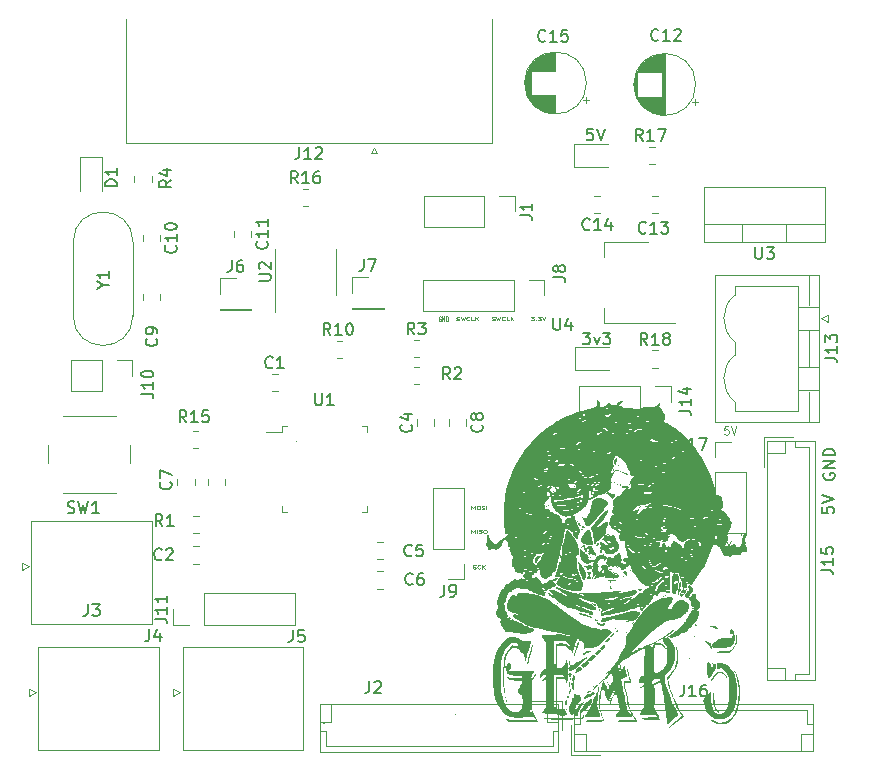
<source format=gbr>
%TF.GenerationSoftware,KiCad,Pcbnew,8.0.5*%
%TF.CreationDate,2024-10-29T23:06:17+07:00*%
%TF.ProjectId,inverter_vcu,696e7665-7274-4657-925f-7663752e6b69,rev?*%
%TF.SameCoordinates,Original*%
%TF.FileFunction,Legend,Top*%
%TF.FilePolarity,Positive*%
%FSLAX46Y46*%
G04 Gerber Fmt 4.6, Leading zero omitted, Abs format (unit mm)*
G04 Created by KiCad (PCBNEW 8.0.5) date 2024-10-29 23:06:17*
%MOMM*%
%LPD*%
G01*
G04 APERTURE LIST*
%ADD10C,0.075000*%
%ADD11C,0.150000*%
%ADD12C,0.100000*%
%ADD13C,0.300000*%
%ADD14C,0.000000*%
%ADD15C,0.120000*%
G04 APERTURE END LIST*
D10*
X158409524Y-89834885D02*
X158657143Y-89834885D01*
X158657143Y-89834885D02*
X158523810Y-89949171D01*
X158523810Y-89949171D02*
X158580953Y-89949171D01*
X158580953Y-89949171D02*
X158619048Y-89963457D01*
X158619048Y-89963457D02*
X158638096Y-89977742D01*
X158638096Y-89977742D02*
X158657143Y-90006314D01*
X158657143Y-90006314D02*
X158657143Y-90077742D01*
X158657143Y-90077742D02*
X158638096Y-90106314D01*
X158638096Y-90106314D02*
X158619048Y-90120600D01*
X158619048Y-90120600D02*
X158580953Y-90134885D01*
X158580953Y-90134885D02*
X158466667Y-90134885D01*
X158466667Y-90134885D02*
X158428572Y-90120600D01*
X158428572Y-90120600D02*
X158409524Y-90106314D01*
X158828572Y-90106314D02*
X158847619Y-90120600D01*
X158847619Y-90120600D02*
X158828572Y-90134885D01*
X158828572Y-90134885D02*
X158809524Y-90120600D01*
X158809524Y-90120600D02*
X158828572Y-90106314D01*
X158828572Y-90106314D02*
X158828572Y-90134885D01*
X158980952Y-89834885D02*
X159228571Y-89834885D01*
X159228571Y-89834885D02*
X159095238Y-89949171D01*
X159095238Y-89949171D02*
X159152381Y-89949171D01*
X159152381Y-89949171D02*
X159190476Y-89963457D01*
X159190476Y-89963457D02*
X159209524Y-89977742D01*
X159209524Y-89977742D02*
X159228571Y-90006314D01*
X159228571Y-90006314D02*
X159228571Y-90077742D01*
X159228571Y-90077742D02*
X159209524Y-90106314D01*
X159209524Y-90106314D02*
X159190476Y-90120600D01*
X159190476Y-90120600D02*
X159152381Y-90134885D01*
X159152381Y-90134885D02*
X159038095Y-90134885D01*
X159038095Y-90134885D02*
X159000000Y-90120600D01*
X159000000Y-90120600D02*
X158980952Y-90106314D01*
X159342857Y-89834885D02*
X159476190Y-90134885D01*
X159476190Y-90134885D02*
X159609523Y-89834885D01*
X150771428Y-89800195D02*
X150742857Y-89781147D01*
X150742857Y-89781147D02*
X150699999Y-89781147D01*
X150699999Y-89781147D02*
X150657142Y-89800195D01*
X150657142Y-89800195D02*
X150628571Y-89838290D01*
X150628571Y-89838290D02*
X150614285Y-89876385D01*
X150614285Y-89876385D02*
X150599999Y-89952576D01*
X150599999Y-89952576D02*
X150599999Y-90009719D01*
X150599999Y-90009719D02*
X150614285Y-90085909D01*
X150614285Y-90085909D02*
X150628571Y-90124004D01*
X150628571Y-90124004D02*
X150657142Y-90162100D01*
X150657142Y-90162100D02*
X150699999Y-90181147D01*
X150699999Y-90181147D02*
X150728571Y-90181147D01*
X150728571Y-90181147D02*
X150771428Y-90162100D01*
X150771428Y-90162100D02*
X150785714Y-90143052D01*
X150785714Y-90143052D02*
X150785714Y-90009719D01*
X150785714Y-90009719D02*
X150728571Y-90009719D01*
X150914285Y-90181147D02*
X150914285Y-89781147D01*
X150914285Y-89781147D02*
X151085714Y-90181147D01*
X151085714Y-90181147D02*
X151085714Y-89781147D01*
X151228571Y-90181147D02*
X151228571Y-89781147D01*
X151228571Y-89781147D02*
X151300000Y-89781147D01*
X151300000Y-89781147D02*
X151342857Y-89800195D01*
X151342857Y-89800195D02*
X151371428Y-89838290D01*
X151371428Y-89838290D02*
X151385714Y-89876385D01*
X151385714Y-89876385D02*
X151400000Y-89952576D01*
X151400000Y-89952576D02*
X151400000Y-90009719D01*
X151400000Y-90009719D02*
X151385714Y-90085909D01*
X151385714Y-90085909D02*
X151371428Y-90124004D01*
X151371428Y-90124004D02*
X151342857Y-90162100D01*
X151342857Y-90162100D02*
X151300000Y-90181147D01*
X151300000Y-90181147D02*
X151228571Y-90181147D01*
X152095238Y-90120600D02*
X152152381Y-90134885D01*
X152152381Y-90134885D02*
X152247619Y-90134885D01*
X152247619Y-90134885D02*
X152285714Y-90120600D01*
X152285714Y-90120600D02*
X152304762Y-90106314D01*
X152304762Y-90106314D02*
X152323809Y-90077742D01*
X152323809Y-90077742D02*
X152323809Y-90049171D01*
X152323809Y-90049171D02*
X152304762Y-90020600D01*
X152304762Y-90020600D02*
X152285714Y-90006314D01*
X152285714Y-90006314D02*
X152247619Y-89992028D01*
X152247619Y-89992028D02*
X152171428Y-89977742D01*
X152171428Y-89977742D02*
X152133333Y-89963457D01*
X152133333Y-89963457D02*
X152114286Y-89949171D01*
X152114286Y-89949171D02*
X152095238Y-89920600D01*
X152095238Y-89920600D02*
X152095238Y-89892028D01*
X152095238Y-89892028D02*
X152114286Y-89863457D01*
X152114286Y-89863457D02*
X152133333Y-89849171D01*
X152133333Y-89849171D02*
X152171428Y-89834885D01*
X152171428Y-89834885D02*
X152266667Y-89834885D01*
X152266667Y-89834885D02*
X152323809Y-89849171D01*
X152457142Y-89834885D02*
X152552380Y-90134885D01*
X152552380Y-90134885D02*
X152628571Y-89920600D01*
X152628571Y-89920600D02*
X152704761Y-90134885D01*
X152704761Y-90134885D02*
X152800000Y-89834885D01*
X153180952Y-90106314D02*
X153161904Y-90120600D01*
X153161904Y-90120600D02*
X153104762Y-90134885D01*
X153104762Y-90134885D02*
X153066666Y-90134885D01*
X153066666Y-90134885D02*
X153009523Y-90120600D01*
X153009523Y-90120600D02*
X152971428Y-90092028D01*
X152971428Y-90092028D02*
X152952381Y-90063457D01*
X152952381Y-90063457D02*
X152933333Y-90006314D01*
X152933333Y-90006314D02*
X152933333Y-89963457D01*
X152933333Y-89963457D02*
X152952381Y-89906314D01*
X152952381Y-89906314D02*
X152971428Y-89877742D01*
X152971428Y-89877742D02*
X153009523Y-89849171D01*
X153009523Y-89849171D02*
X153066666Y-89834885D01*
X153066666Y-89834885D02*
X153104762Y-89834885D01*
X153104762Y-89834885D02*
X153161904Y-89849171D01*
X153161904Y-89849171D02*
X153180952Y-89863457D01*
X153542857Y-90134885D02*
X153352381Y-90134885D01*
X153352381Y-90134885D02*
X153352381Y-89834885D01*
X153676191Y-90134885D02*
X153676191Y-89834885D01*
X153904762Y-90134885D02*
X153733333Y-89963457D01*
X153904762Y-89834885D02*
X153676191Y-90006314D01*
D11*
X163550000Y-99104819D02*
X163645238Y-99104819D01*
X163645238Y-99104819D02*
X163740476Y-99152438D01*
X163740476Y-99152438D02*
X163788095Y-99200057D01*
X163788095Y-99200057D02*
X163835714Y-99295295D01*
X163835714Y-99295295D02*
X163883333Y-99485771D01*
X163883333Y-99485771D02*
X163883333Y-99723866D01*
X163883333Y-99723866D02*
X163835714Y-99914342D01*
X163835714Y-99914342D02*
X163788095Y-100009580D01*
X163788095Y-100009580D02*
X163740476Y-100057200D01*
X163740476Y-100057200D02*
X163645238Y-100104819D01*
X163645238Y-100104819D02*
X163550000Y-100104819D01*
X163550000Y-100104819D02*
X163454762Y-100057200D01*
X163454762Y-100057200D02*
X163407143Y-100009580D01*
X163407143Y-100009580D02*
X163359524Y-99914342D01*
X163359524Y-99914342D02*
X163311905Y-99723866D01*
X163311905Y-99723866D02*
X163311905Y-99485771D01*
X163311905Y-99485771D02*
X163359524Y-99295295D01*
X163359524Y-99295295D02*
X163407143Y-99200057D01*
X163407143Y-99200057D02*
X163454762Y-99152438D01*
X163454762Y-99152438D02*
X163550000Y-99104819D01*
X164311905Y-99723866D02*
X165073810Y-99723866D01*
X165550000Y-99723866D02*
X166311905Y-99723866D01*
X166788095Y-99723866D02*
X167550000Y-99723866D01*
X168026190Y-99723866D02*
X168788095Y-99723866D01*
X169788094Y-100104819D02*
X169216666Y-100104819D01*
X169502380Y-100104819D02*
X169502380Y-99104819D01*
X169502380Y-99104819D02*
X169407142Y-99247676D01*
X169407142Y-99247676D02*
X169311904Y-99342914D01*
X169311904Y-99342914D02*
X169216666Y-99390533D01*
D12*
X174908333Y-108768633D02*
X175341666Y-109468633D01*
X175341666Y-108768633D02*
X174908333Y-109468633D01*
D10*
X155095238Y-90120600D02*
X155152381Y-90134885D01*
X155152381Y-90134885D02*
X155247619Y-90134885D01*
X155247619Y-90134885D02*
X155285714Y-90120600D01*
X155285714Y-90120600D02*
X155304762Y-90106314D01*
X155304762Y-90106314D02*
X155323809Y-90077742D01*
X155323809Y-90077742D02*
X155323809Y-90049171D01*
X155323809Y-90049171D02*
X155304762Y-90020600D01*
X155304762Y-90020600D02*
X155285714Y-90006314D01*
X155285714Y-90006314D02*
X155247619Y-89992028D01*
X155247619Y-89992028D02*
X155171428Y-89977742D01*
X155171428Y-89977742D02*
X155133333Y-89963457D01*
X155133333Y-89963457D02*
X155114286Y-89949171D01*
X155114286Y-89949171D02*
X155095238Y-89920600D01*
X155095238Y-89920600D02*
X155095238Y-89892028D01*
X155095238Y-89892028D02*
X155114286Y-89863457D01*
X155114286Y-89863457D02*
X155133333Y-89849171D01*
X155133333Y-89849171D02*
X155171428Y-89834885D01*
X155171428Y-89834885D02*
X155266667Y-89834885D01*
X155266667Y-89834885D02*
X155323809Y-89849171D01*
X155457142Y-89834885D02*
X155552380Y-90134885D01*
X155552380Y-90134885D02*
X155628571Y-89920600D01*
X155628571Y-89920600D02*
X155704761Y-90134885D01*
X155704761Y-90134885D02*
X155800000Y-89834885D01*
X156180952Y-90106314D02*
X156161904Y-90120600D01*
X156161904Y-90120600D02*
X156104762Y-90134885D01*
X156104762Y-90134885D02*
X156066666Y-90134885D01*
X156066666Y-90134885D02*
X156009523Y-90120600D01*
X156009523Y-90120600D02*
X155971428Y-90092028D01*
X155971428Y-90092028D02*
X155952381Y-90063457D01*
X155952381Y-90063457D02*
X155933333Y-90006314D01*
X155933333Y-90006314D02*
X155933333Y-89963457D01*
X155933333Y-89963457D02*
X155952381Y-89906314D01*
X155952381Y-89906314D02*
X155971428Y-89877742D01*
X155971428Y-89877742D02*
X156009523Y-89849171D01*
X156009523Y-89849171D02*
X156066666Y-89834885D01*
X156066666Y-89834885D02*
X156104762Y-89834885D01*
X156104762Y-89834885D02*
X156161904Y-89849171D01*
X156161904Y-89849171D02*
X156180952Y-89863457D01*
X156542857Y-90134885D02*
X156352381Y-90134885D01*
X156352381Y-90134885D02*
X156352381Y-89834885D01*
X156676191Y-90134885D02*
X156676191Y-89834885D01*
X156904762Y-90134885D02*
X156733333Y-89963457D01*
X156904762Y-89834885D02*
X156676191Y-90006314D01*
D11*
X183177438Y-103086904D02*
X183129819Y-103182142D01*
X183129819Y-103182142D02*
X183129819Y-103324999D01*
X183129819Y-103324999D02*
X183177438Y-103467856D01*
X183177438Y-103467856D02*
X183272676Y-103563094D01*
X183272676Y-103563094D02*
X183367914Y-103610713D01*
X183367914Y-103610713D02*
X183558390Y-103658332D01*
X183558390Y-103658332D02*
X183701247Y-103658332D01*
X183701247Y-103658332D02*
X183891723Y-103610713D01*
X183891723Y-103610713D02*
X183986961Y-103563094D01*
X183986961Y-103563094D02*
X184082200Y-103467856D01*
X184082200Y-103467856D02*
X184129819Y-103324999D01*
X184129819Y-103324999D02*
X184129819Y-103229761D01*
X184129819Y-103229761D02*
X184082200Y-103086904D01*
X184082200Y-103086904D02*
X184034580Y-103039285D01*
X184034580Y-103039285D02*
X183701247Y-103039285D01*
X183701247Y-103039285D02*
X183701247Y-103229761D01*
X184129819Y-102610713D02*
X183129819Y-102610713D01*
X183129819Y-102610713D02*
X184129819Y-102039285D01*
X184129819Y-102039285D02*
X183129819Y-102039285D01*
X184129819Y-101563094D02*
X183129819Y-101563094D01*
X183129819Y-101563094D02*
X183129819Y-101324999D01*
X183129819Y-101324999D02*
X183177438Y-101182142D01*
X183177438Y-101182142D02*
X183272676Y-101086904D01*
X183272676Y-101086904D02*
X183367914Y-101039285D01*
X183367914Y-101039285D02*
X183558390Y-100991666D01*
X183558390Y-100991666D02*
X183701247Y-100991666D01*
X183701247Y-100991666D02*
X183891723Y-101039285D01*
X183891723Y-101039285D02*
X183986961Y-101086904D01*
X183986961Y-101086904D02*
X184082200Y-101182142D01*
X184082200Y-101182142D02*
X184129819Y-101324999D01*
X184129819Y-101324999D02*
X184129819Y-101563094D01*
D10*
X153371429Y-106134885D02*
X153371429Y-105834885D01*
X153371429Y-105834885D02*
X153504762Y-106049171D01*
X153504762Y-106049171D02*
X153638095Y-105834885D01*
X153638095Y-105834885D02*
X153638095Y-106134885D01*
X153904762Y-105834885D02*
X153980953Y-105834885D01*
X153980953Y-105834885D02*
X154019048Y-105849171D01*
X154019048Y-105849171D02*
X154057143Y-105877742D01*
X154057143Y-105877742D02*
X154076191Y-105934885D01*
X154076191Y-105934885D02*
X154076191Y-106034885D01*
X154076191Y-106034885D02*
X154057143Y-106092028D01*
X154057143Y-106092028D02*
X154019048Y-106120600D01*
X154019048Y-106120600D02*
X153980953Y-106134885D01*
X153980953Y-106134885D02*
X153904762Y-106134885D01*
X153904762Y-106134885D02*
X153866667Y-106120600D01*
X153866667Y-106120600D02*
X153828572Y-106092028D01*
X153828572Y-106092028D02*
X153809524Y-106034885D01*
X153809524Y-106034885D02*
X153809524Y-105934885D01*
X153809524Y-105934885D02*
X153828572Y-105877742D01*
X153828572Y-105877742D02*
X153866667Y-105849171D01*
X153866667Y-105849171D02*
X153904762Y-105834885D01*
X154228572Y-106120600D02*
X154285715Y-106134885D01*
X154285715Y-106134885D02*
X154380953Y-106134885D01*
X154380953Y-106134885D02*
X154419048Y-106120600D01*
X154419048Y-106120600D02*
X154438096Y-106106314D01*
X154438096Y-106106314D02*
X154457143Y-106077742D01*
X154457143Y-106077742D02*
X154457143Y-106049171D01*
X154457143Y-106049171D02*
X154438096Y-106020600D01*
X154438096Y-106020600D02*
X154419048Y-106006314D01*
X154419048Y-106006314D02*
X154380953Y-105992028D01*
X154380953Y-105992028D02*
X154304762Y-105977742D01*
X154304762Y-105977742D02*
X154266667Y-105963457D01*
X154266667Y-105963457D02*
X154247620Y-105949171D01*
X154247620Y-105949171D02*
X154228572Y-105920600D01*
X154228572Y-105920600D02*
X154228572Y-105892028D01*
X154228572Y-105892028D02*
X154247620Y-105863457D01*
X154247620Y-105863457D02*
X154266667Y-105849171D01*
X154266667Y-105849171D02*
X154304762Y-105834885D01*
X154304762Y-105834885D02*
X154400001Y-105834885D01*
X154400001Y-105834885D02*
X154457143Y-105849171D01*
X154628572Y-106134885D02*
X154628572Y-105834885D01*
X153485714Y-111120600D02*
X153542857Y-111134885D01*
X153542857Y-111134885D02*
X153638095Y-111134885D01*
X153638095Y-111134885D02*
X153676190Y-111120600D01*
X153676190Y-111120600D02*
X153695238Y-111106314D01*
X153695238Y-111106314D02*
X153714285Y-111077742D01*
X153714285Y-111077742D02*
X153714285Y-111049171D01*
X153714285Y-111049171D02*
X153695238Y-111020600D01*
X153695238Y-111020600D02*
X153676190Y-111006314D01*
X153676190Y-111006314D02*
X153638095Y-110992028D01*
X153638095Y-110992028D02*
X153561904Y-110977742D01*
X153561904Y-110977742D02*
X153523809Y-110963457D01*
X153523809Y-110963457D02*
X153504762Y-110949171D01*
X153504762Y-110949171D02*
X153485714Y-110920600D01*
X153485714Y-110920600D02*
X153485714Y-110892028D01*
X153485714Y-110892028D02*
X153504762Y-110863457D01*
X153504762Y-110863457D02*
X153523809Y-110849171D01*
X153523809Y-110849171D02*
X153561904Y-110834885D01*
X153561904Y-110834885D02*
X153657143Y-110834885D01*
X153657143Y-110834885D02*
X153714285Y-110849171D01*
X154114285Y-111106314D02*
X154095237Y-111120600D01*
X154095237Y-111120600D02*
X154038095Y-111134885D01*
X154038095Y-111134885D02*
X153999999Y-111134885D01*
X153999999Y-111134885D02*
X153942856Y-111120600D01*
X153942856Y-111120600D02*
X153904761Y-111092028D01*
X153904761Y-111092028D02*
X153885714Y-111063457D01*
X153885714Y-111063457D02*
X153866666Y-111006314D01*
X153866666Y-111006314D02*
X153866666Y-110963457D01*
X153866666Y-110963457D02*
X153885714Y-110906314D01*
X153885714Y-110906314D02*
X153904761Y-110877742D01*
X153904761Y-110877742D02*
X153942856Y-110849171D01*
X153942856Y-110849171D02*
X153999999Y-110834885D01*
X153999999Y-110834885D02*
X154038095Y-110834885D01*
X154038095Y-110834885D02*
X154095237Y-110849171D01*
X154095237Y-110849171D02*
X154114285Y-110863457D01*
X154285714Y-111134885D02*
X154285714Y-110834885D01*
X154514285Y-111134885D02*
X154342856Y-110963457D01*
X154514285Y-110834885D02*
X154285714Y-111006314D01*
X153371429Y-108134885D02*
X153371429Y-107834885D01*
X153371429Y-107834885D02*
X153504762Y-108049171D01*
X153504762Y-108049171D02*
X153638095Y-107834885D01*
X153638095Y-107834885D02*
X153638095Y-108134885D01*
X153828572Y-108134885D02*
X153828572Y-107834885D01*
X154000000Y-108120600D02*
X154057143Y-108134885D01*
X154057143Y-108134885D02*
X154152381Y-108134885D01*
X154152381Y-108134885D02*
X154190476Y-108120600D01*
X154190476Y-108120600D02*
X154209524Y-108106314D01*
X154209524Y-108106314D02*
X154228571Y-108077742D01*
X154228571Y-108077742D02*
X154228571Y-108049171D01*
X154228571Y-108049171D02*
X154209524Y-108020600D01*
X154209524Y-108020600D02*
X154190476Y-108006314D01*
X154190476Y-108006314D02*
X154152381Y-107992028D01*
X154152381Y-107992028D02*
X154076190Y-107977742D01*
X154076190Y-107977742D02*
X154038095Y-107963457D01*
X154038095Y-107963457D02*
X154019048Y-107949171D01*
X154019048Y-107949171D02*
X154000000Y-107920600D01*
X154000000Y-107920600D02*
X154000000Y-107892028D01*
X154000000Y-107892028D02*
X154019048Y-107863457D01*
X154019048Y-107863457D02*
X154038095Y-107849171D01*
X154038095Y-107849171D02*
X154076190Y-107834885D01*
X154076190Y-107834885D02*
X154171429Y-107834885D01*
X154171429Y-107834885D02*
X154228571Y-107849171D01*
X154476190Y-107834885D02*
X154552381Y-107834885D01*
X154552381Y-107834885D02*
X154590476Y-107849171D01*
X154590476Y-107849171D02*
X154628571Y-107877742D01*
X154628571Y-107877742D02*
X154647619Y-107934885D01*
X154647619Y-107934885D02*
X154647619Y-108034885D01*
X154647619Y-108034885D02*
X154628571Y-108092028D01*
X154628571Y-108092028D02*
X154590476Y-108120600D01*
X154590476Y-108120600D02*
X154552381Y-108134885D01*
X154552381Y-108134885D02*
X154476190Y-108134885D01*
X154476190Y-108134885D02*
X154438095Y-108120600D01*
X154438095Y-108120600D02*
X154400000Y-108092028D01*
X154400000Y-108092028D02*
X154380952Y-108034885D01*
X154380952Y-108034885D02*
X154380952Y-107934885D01*
X154380952Y-107934885D02*
X154400000Y-107877742D01*
X154400000Y-107877742D02*
X154438095Y-107849171D01*
X154438095Y-107849171D02*
X154476190Y-107834885D01*
D12*
X175126190Y-99093633D02*
X174816666Y-99093633D01*
X174816666Y-99093633D02*
X174785714Y-99426966D01*
X174785714Y-99426966D02*
X174816666Y-99393633D01*
X174816666Y-99393633D02*
X174878571Y-99360300D01*
X174878571Y-99360300D02*
X175033333Y-99360300D01*
X175033333Y-99360300D02*
X175095238Y-99393633D01*
X175095238Y-99393633D02*
X175126190Y-99426966D01*
X175126190Y-99426966D02*
X175157143Y-99493633D01*
X175157143Y-99493633D02*
X175157143Y-99660300D01*
X175157143Y-99660300D02*
X175126190Y-99726966D01*
X175126190Y-99726966D02*
X175095238Y-99760300D01*
X175095238Y-99760300D02*
X175033333Y-99793633D01*
X175033333Y-99793633D02*
X174878571Y-99793633D01*
X174878571Y-99793633D02*
X174816666Y-99760300D01*
X174816666Y-99760300D02*
X174785714Y-99726966D01*
X175342857Y-99093633D02*
X175559524Y-99793633D01*
X175559524Y-99793633D02*
X175776191Y-99093633D01*
D11*
X183054819Y-105940476D02*
X183054819Y-106416666D01*
X183054819Y-106416666D02*
X183531009Y-106464285D01*
X183531009Y-106464285D02*
X183483390Y-106416666D01*
X183483390Y-106416666D02*
X183435771Y-106321428D01*
X183435771Y-106321428D02*
X183435771Y-106083333D01*
X183435771Y-106083333D02*
X183483390Y-105988095D01*
X183483390Y-105988095D02*
X183531009Y-105940476D01*
X183531009Y-105940476D02*
X183626247Y-105892857D01*
X183626247Y-105892857D02*
X183864342Y-105892857D01*
X183864342Y-105892857D02*
X183959580Y-105940476D01*
X183959580Y-105940476D02*
X184007200Y-105988095D01*
X184007200Y-105988095D02*
X184054819Y-106083333D01*
X184054819Y-106083333D02*
X184054819Y-106321428D01*
X184054819Y-106321428D02*
X184007200Y-106416666D01*
X184007200Y-106416666D02*
X183959580Y-106464285D01*
X183054819Y-105607142D02*
X184054819Y-105273809D01*
X184054819Y-105273809D02*
X183054819Y-104940476D01*
D13*
X164678572Y-110249757D02*
X164535715Y-110178328D01*
X164535715Y-110178328D02*
X164321429Y-110178328D01*
X164321429Y-110178328D02*
X164107143Y-110249757D01*
X164107143Y-110249757D02*
X163964286Y-110392614D01*
X163964286Y-110392614D02*
X163892857Y-110535471D01*
X163892857Y-110535471D02*
X163821429Y-110821185D01*
X163821429Y-110821185D02*
X163821429Y-111035471D01*
X163821429Y-111035471D02*
X163892857Y-111321185D01*
X163892857Y-111321185D02*
X163964286Y-111464042D01*
X163964286Y-111464042D02*
X164107143Y-111606900D01*
X164107143Y-111606900D02*
X164321429Y-111678328D01*
X164321429Y-111678328D02*
X164464286Y-111678328D01*
X164464286Y-111678328D02*
X164678572Y-111606900D01*
X164678572Y-111606900D02*
X164750000Y-111535471D01*
X164750000Y-111535471D02*
X164750000Y-111035471D01*
X164750000Y-111035471D02*
X164464286Y-111035471D01*
X165607143Y-110178328D02*
X165607143Y-110535471D01*
X165250000Y-110392614D02*
X165607143Y-110535471D01*
X165607143Y-110535471D02*
X165964286Y-110392614D01*
X165392857Y-110821185D02*
X165607143Y-110535471D01*
X165607143Y-110535471D02*
X165821429Y-110821185D01*
X166750000Y-110178328D02*
X166750000Y-110535471D01*
X166392857Y-110392614D02*
X166750000Y-110535471D01*
X166750000Y-110535471D02*
X167107143Y-110392614D01*
X166535714Y-110821185D02*
X166750000Y-110535471D01*
X166750000Y-110535471D02*
X166964286Y-110821185D01*
X167892857Y-110178328D02*
X167892857Y-110535471D01*
X167535714Y-110392614D02*
X167892857Y-110535471D01*
X167892857Y-110535471D02*
X168250000Y-110392614D01*
X167678571Y-110821185D02*
X167892857Y-110535471D01*
X167892857Y-110535471D02*
X168107143Y-110821185D01*
D11*
X148533333Y-91304819D02*
X148200000Y-90828628D01*
X147961905Y-91304819D02*
X147961905Y-90304819D01*
X147961905Y-90304819D02*
X148342857Y-90304819D01*
X148342857Y-90304819D02*
X148438095Y-90352438D01*
X148438095Y-90352438D02*
X148485714Y-90400057D01*
X148485714Y-90400057D02*
X148533333Y-90495295D01*
X148533333Y-90495295D02*
X148533333Y-90638152D01*
X148533333Y-90638152D02*
X148485714Y-90733390D01*
X148485714Y-90733390D02*
X148438095Y-90781009D01*
X148438095Y-90781009D02*
X148342857Y-90828628D01*
X148342857Y-90828628D02*
X147961905Y-90828628D01*
X148866667Y-90304819D02*
X149485714Y-90304819D01*
X149485714Y-90304819D02*
X149152381Y-90685771D01*
X149152381Y-90685771D02*
X149295238Y-90685771D01*
X149295238Y-90685771D02*
X149390476Y-90733390D01*
X149390476Y-90733390D02*
X149438095Y-90781009D01*
X149438095Y-90781009D02*
X149485714Y-90876247D01*
X149485714Y-90876247D02*
X149485714Y-91114342D01*
X149485714Y-91114342D02*
X149438095Y-91209580D01*
X149438095Y-91209580D02*
X149390476Y-91257200D01*
X149390476Y-91257200D02*
X149295238Y-91304819D01*
X149295238Y-91304819D02*
X149009524Y-91304819D01*
X149009524Y-91304819D02*
X148914286Y-91257200D01*
X148914286Y-91257200D02*
X148866667Y-91209580D01*
X171365476Y-120954819D02*
X171365476Y-121669104D01*
X171365476Y-121669104D02*
X171317857Y-121811961D01*
X171317857Y-121811961D02*
X171222619Y-121907200D01*
X171222619Y-121907200D02*
X171079762Y-121954819D01*
X171079762Y-121954819D02*
X170984524Y-121954819D01*
X172365476Y-121954819D02*
X171794048Y-121954819D01*
X172079762Y-121954819D02*
X172079762Y-120954819D01*
X172079762Y-120954819D02*
X171984524Y-121097676D01*
X171984524Y-121097676D02*
X171889286Y-121192914D01*
X171889286Y-121192914D02*
X171794048Y-121240533D01*
X173222619Y-120954819D02*
X173032143Y-120954819D01*
X173032143Y-120954819D02*
X172936905Y-121002438D01*
X172936905Y-121002438D02*
X172889286Y-121050057D01*
X172889286Y-121050057D02*
X172794048Y-121192914D01*
X172794048Y-121192914D02*
X172746429Y-121383390D01*
X172746429Y-121383390D02*
X172746429Y-121764342D01*
X172746429Y-121764342D02*
X172794048Y-121859580D01*
X172794048Y-121859580D02*
X172841667Y-121907200D01*
X172841667Y-121907200D02*
X172936905Y-121954819D01*
X172936905Y-121954819D02*
X173127381Y-121954819D01*
X173127381Y-121954819D02*
X173222619Y-121907200D01*
X173222619Y-121907200D02*
X173270238Y-121859580D01*
X173270238Y-121859580D02*
X173317857Y-121764342D01*
X173317857Y-121764342D02*
X173317857Y-121526247D01*
X173317857Y-121526247D02*
X173270238Y-121431009D01*
X173270238Y-121431009D02*
X173222619Y-121383390D01*
X173222619Y-121383390D02*
X173127381Y-121335771D01*
X173127381Y-121335771D02*
X172936905Y-121335771D01*
X172936905Y-121335771D02*
X172841667Y-121383390D01*
X172841667Y-121383390D02*
X172794048Y-121431009D01*
X172794048Y-121431009D02*
X172746429Y-121526247D01*
X157509819Y-81233333D02*
X158224104Y-81233333D01*
X158224104Y-81233333D02*
X158366961Y-81280952D01*
X158366961Y-81280952D02*
X158462200Y-81376190D01*
X158462200Y-81376190D02*
X158509819Y-81519047D01*
X158509819Y-81519047D02*
X158509819Y-81614285D01*
X158509819Y-80233333D02*
X158509819Y-80804761D01*
X158509819Y-80519047D02*
X157509819Y-80519047D01*
X157509819Y-80519047D02*
X157652676Y-80614285D01*
X157652676Y-80614285D02*
X157747914Y-80709523D01*
X157747914Y-80709523D02*
X157795533Y-80804761D01*
X154239580Y-98941666D02*
X154287200Y-98989285D01*
X154287200Y-98989285D02*
X154334819Y-99132142D01*
X154334819Y-99132142D02*
X154334819Y-99227380D01*
X154334819Y-99227380D02*
X154287200Y-99370237D01*
X154287200Y-99370237D02*
X154191961Y-99465475D01*
X154191961Y-99465475D02*
X154096723Y-99513094D01*
X154096723Y-99513094D02*
X153906247Y-99560713D01*
X153906247Y-99560713D02*
X153763390Y-99560713D01*
X153763390Y-99560713D02*
X153572914Y-99513094D01*
X153572914Y-99513094D02*
X153477676Y-99465475D01*
X153477676Y-99465475D02*
X153382438Y-99370237D01*
X153382438Y-99370237D02*
X153334819Y-99227380D01*
X153334819Y-99227380D02*
X153334819Y-99132142D01*
X153334819Y-99132142D02*
X153382438Y-98989285D01*
X153382438Y-98989285D02*
X153430057Y-98941666D01*
X153763390Y-98370237D02*
X153715771Y-98465475D01*
X153715771Y-98465475D02*
X153668152Y-98513094D01*
X153668152Y-98513094D02*
X153572914Y-98560713D01*
X153572914Y-98560713D02*
X153525295Y-98560713D01*
X153525295Y-98560713D02*
X153430057Y-98513094D01*
X153430057Y-98513094D02*
X153382438Y-98465475D01*
X153382438Y-98465475D02*
X153334819Y-98370237D01*
X153334819Y-98370237D02*
X153334819Y-98179761D01*
X153334819Y-98179761D02*
X153382438Y-98084523D01*
X153382438Y-98084523D02*
X153430057Y-98036904D01*
X153430057Y-98036904D02*
X153525295Y-97989285D01*
X153525295Y-97989285D02*
X153572914Y-97989285D01*
X153572914Y-97989285D02*
X153668152Y-98036904D01*
X153668152Y-98036904D02*
X153715771Y-98084523D01*
X153715771Y-98084523D02*
X153763390Y-98179761D01*
X153763390Y-98179761D02*
X153763390Y-98370237D01*
X153763390Y-98370237D02*
X153811009Y-98465475D01*
X153811009Y-98465475D02*
X153858628Y-98513094D01*
X153858628Y-98513094D02*
X153953866Y-98560713D01*
X153953866Y-98560713D02*
X154144342Y-98560713D01*
X154144342Y-98560713D02*
X154239580Y-98513094D01*
X154239580Y-98513094D02*
X154287200Y-98465475D01*
X154287200Y-98465475D02*
X154334819Y-98370237D01*
X154334819Y-98370237D02*
X154334819Y-98179761D01*
X154334819Y-98179761D02*
X154287200Y-98084523D01*
X154287200Y-98084523D02*
X154239580Y-98036904D01*
X154239580Y-98036904D02*
X154144342Y-97989285D01*
X154144342Y-97989285D02*
X153953866Y-97989285D01*
X153953866Y-97989285D02*
X153858628Y-98036904D01*
X153858628Y-98036904D02*
X153811009Y-98084523D01*
X153811009Y-98084523D02*
X153763390Y-98179761D01*
X136533333Y-94079580D02*
X136485714Y-94127200D01*
X136485714Y-94127200D02*
X136342857Y-94174819D01*
X136342857Y-94174819D02*
X136247619Y-94174819D01*
X136247619Y-94174819D02*
X136104762Y-94127200D01*
X136104762Y-94127200D02*
X136009524Y-94031961D01*
X136009524Y-94031961D02*
X135961905Y-93936723D01*
X135961905Y-93936723D02*
X135914286Y-93746247D01*
X135914286Y-93746247D02*
X135914286Y-93603390D01*
X135914286Y-93603390D02*
X135961905Y-93412914D01*
X135961905Y-93412914D02*
X136009524Y-93317676D01*
X136009524Y-93317676D02*
X136104762Y-93222438D01*
X136104762Y-93222438D02*
X136247619Y-93174819D01*
X136247619Y-93174819D02*
X136342857Y-93174819D01*
X136342857Y-93174819D02*
X136485714Y-93222438D01*
X136485714Y-93222438D02*
X136533333Y-93270057D01*
X137485714Y-94174819D02*
X136914286Y-94174819D01*
X137200000Y-94174819D02*
X137200000Y-93174819D01*
X137200000Y-93174819D02*
X137104762Y-93317676D01*
X137104762Y-93317676D02*
X137009524Y-93412914D01*
X137009524Y-93412914D02*
X136914286Y-93460533D01*
X160304819Y-86458333D02*
X161019104Y-86458333D01*
X161019104Y-86458333D02*
X161161961Y-86505952D01*
X161161961Y-86505952D02*
X161257200Y-86601190D01*
X161257200Y-86601190D02*
X161304819Y-86744047D01*
X161304819Y-86744047D02*
X161304819Y-86839285D01*
X160733390Y-85839285D02*
X160685771Y-85934523D01*
X160685771Y-85934523D02*
X160638152Y-85982142D01*
X160638152Y-85982142D02*
X160542914Y-86029761D01*
X160542914Y-86029761D02*
X160495295Y-86029761D01*
X160495295Y-86029761D02*
X160400057Y-85982142D01*
X160400057Y-85982142D02*
X160352438Y-85934523D01*
X160352438Y-85934523D02*
X160304819Y-85839285D01*
X160304819Y-85839285D02*
X160304819Y-85648809D01*
X160304819Y-85648809D02*
X160352438Y-85553571D01*
X160352438Y-85553571D02*
X160400057Y-85505952D01*
X160400057Y-85505952D02*
X160495295Y-85458333D01*
X160495295Y-85458333D02*
X160542914Y-85458333D01*
X160542914Y-85458333D02*
X160638152Y-85505952D01*
X160638152Y-85505952D02*
X160685771Y-85553571D01*
X160685771Y-85553571D02*
X160733390Y-85648809D01*
X160733390Y-85648809D02*
X160733390Y-85839285D01*
X160733390Y-85839285D02*
X160781009Y-85934523D01*
X160781009Y-85934523D02*
X160828628Y-85982142D01*
X160828628Y-85982142D02*
X160923866Y-86029761D01*
X160923866Y-86029761D02*
X161114342Y-86029761D01*
X161114342Y-86029761D02*
X161209580Y-85982142D01*
X161209580Y-85982142D02*
X161257200Y-85934523D01*
X161257200Y-85934523D02*
X161304819Y-85839285D01*
X161304819Y-85839285D02*
X161304819Y-85648809D01*
X161304819Y-85648809D02*
X161257200Y-85553571D01*
X161257200Y-85553571D02*
X161209580Y-85505952D01*
X161209580Y-85505952D02*
X161114342Y-85458333D01*
X161114342Y-85458333D02*
X160923866Y-85458333D01*
X160923866Y-85458333D02*
X160828628Y-85505952D01*
X160828628Y-85505952D02*
X160781009Y-85553571D01*
X160781009Y-85553571D02*
X160733390Y-85648809D01*
X138241666Y-116354819D02*
X138241666Y-117069104D01*
X138241666Y-117069104D02*
X138194047Y-117211961D01*
X138194047Y-117211961D02*
X138098809Y-117307200D01*
X138098809Y-117307200D02*
X137955952Y-117354819D01*
X137955952Y-117354819D02*
X137860714Y-117354819D01*
X139194047Y-116354819D02*
X138717857Y-116354819D01*
X138717857Y-116354819D02*
X138670238Y-116831009D01*
X138670238Y-116831009D02*
X138717857Y-116783390D01*
X138717857Y-116783390D02*
X138813095Y-116735771D01*
X138813095Y-116735771D02*
X139051190Y-116735771D01*
X139051190Y-116735771D02*
X139146428Y-116783390D01*
X139146428Y-116783390D02*
X139194047Y-116831009D01*
X139194047Y-116831009D02*
X139241666Y-116926247D01*
X139241666Y-116926247D02*
X139241666Y-117164342D01*
X139241666Y-117164342D02*
X139194047Y-117259580D01*
X139194047Y-117259580D02*
X139146428Y-117307200D01*
X139146428Y-117307200D02*
X139051190Y-117354819D01*
X139051190Y-117354819D02*
X138813095Y-117354819D01*
X138813095Y-117354819D02*
X138717857Y-117307200D01*
X138717857Y-117307200D02*
X138670238Y-117259580D01*
X148259580Y-98941666D02*
X148307200Y-98989285D01*
X148307200Y-98989285D02*
X148354819Y-99132142D01*
X148354819Y-99132142D02*
X148354819Y-99227380D01*
X148354819Y-99227380D02*
X148307200Y-99370237D01*
X148307200Y-99370237D02*
X148211961Y-99465475D01*
X148211961Y-99465475D02*
X148116723Y-99513094D01*
X148116723Y-99513094D02*
X147926247Y-99560713D01*
X147926247Y-99560713D02*
X147783390Y-99560713D01*
X147783390Y-99560713D02*
X147592914Y-99513094D01*
X147592914Y-99513094D02*
X147497676Y-99465475D01*
X147497676Y-99465475D02*
X147402438Y-99370237D01*
X147402438Y-99370237D02*
X147354819Y-99227380D01*
X147354819Y-99227380D02*
X147354819Y-99132142D01*
X147354819Y-99132142D02*
X147402438Y-98989285D01*
X147402438Y-98989285D02*
X147450057Y-98941666D01*
X147688152Y-98084523D02*
X148354819Y-98084523D01*
X147307200Y-98322618D02*
X148021485Y-98560713D01*
X148021485Y-98560713D02*
X148021485Y-97941666D01*
X183332319Y-93309523D02*
X184046604Y-93309523D01*
X184046604Y-93309523D02*
X184189461Y-93357142D01*
X184189461Y-93357142D02*
X184284700Y-93452380D01*
X184284700Y-93452380D02*
X184332319Y-93595237D01*
X184332319Y-93595237D02*
X184332319Y-93690475D01*
X184332319Y-92309523D02*
X184332319Y-92880951D01*
X184332319Y-92595237D02*
X183332319Y-92595237D01*
X183332319Y-92595237D02*
X183475176Y-92690475D01*
X183475176Y-92690475D02*
X183570414Y-92785713D01*
X183570414Y-92785713D02*
X183618033Y-92880951D01*
X183332319Y-91976189D02*
X183332319Y-91357142D01*
X183332319Y-91357142D02*
X183713271Y-91690475D01*
X183713271Y-91690475D02*
X183713271Y-91547618D01*
X183713271Y-91547618D02*
X183760890Y-91452380D01*
X183760890Y-91452380D02*
X183808509Y-91404761D01*
X183808509Y-91404761D02*
X183903747Y-91357142D01*
X183903747Y-91357142D02*
X184141842Y-91357142D01*
X184141842Y-91357142D02*
X184237080Y-91404761D01*
X184237080Y-91404761D02*
X184284700Y-91452380D01*
X184284700Y-91452380D02*
X184332319Y-91547618D01*
X184332319Y-91547618D02*
X184332319Y-91833332D01*
X184332319Y-91833332D02*
X184284700Y-91928570D01*
X184284700Y-91928570D02*
X184237080Y-91976189D01*
X129232142Y-98754819D02*
X128898809Y-98278628D01*
X128660714Y-98754819D02*
X128660714Y-97754819D01*
X128660714Y-97754819D02*
X129041666Y-97754819D01*
X129041666Y-97754819D02*
X129136904Y-97802438D01*
X129136904Y-97802438D02*
X129184523Y-97850057D01*
X129184523Y-97850057D02*
X129232142Y-97945295D01*
X129232142Y-97945295D02*
X129232142Y-98088152D01*
X129232142Y-98088152D02*
X129184523Y-98183390D01*
X129184523Y-98183390D02*
X129136904Y-98231009D01*
X129136904Y-98231009D02*
X129041666Y-98278628D01*
X129041666Y-98278628D02*
X128660714Y-98278628D01*
X130184523Y-98754819D02*
X129613095Y-98754819D01*
X129898809Y-98754819D02*
X129898809Y-97754819D01*
X129898809Y-97754819D02*
X129803571Y-97897676D01*
X129803571Y-97897676D02*
X129708333Y-97992914D01*
X129708333Y-97992914D02*
X129613095Y-98040533D01*
X131089285Y-97754819D02*
X130613095Y-97754819D01*
X130613095Y-97754819D02*
X130565476Y-98231009D01*
X130565476Y-98231009D02*
X130613095Y-98183390D01*
X130613095Y-98183390D02*
X130708333Y-98135771D01*
X130708333Y-98135771D02*
X130946428Y-98135771D01*
X130946428Y-98135771D02*
X131041666Y-98183390D01*
X131041666Y-98183390D02*
X131089285Y-98231009D01*
X131089285Y-98231009D02*
X131136904Y-98326247D01*
X131136904Y-98326247D02*
X131136904Y-98564342D01*
X131136904Y-98564342D02*
X131089285Y-98659580D01*
X131089285Y-98659580D02*
X131041666Y-98707200D01*
X131041666Y-98707200D02*
X130946428Y-98754819D01*
X130946428Y-98754819D02*
X130708333Y-98754819D01*
X130708333Y-98754819D02*
X130613095Y-98707200D01*
X130613095Y-98707200D02*
X130565476Y-98659580D01*
X141432142Y-91354819D02*
X141098809Y-90878628D01*
X140860714Y-91354819D02*
X140860714Y-90354819D01*
X140860714Y-90354819D02*
X141241666Y-90354819D01*
X141241666Y-90354819D02*
X141336904Y-90402438D01*
X141336904Y-90402438D02*
X141384523Y-90450057D01*
X141384523Y-90450057D02*
X141432142Y-90545295D01*
X141432142Y-90545295D02*
X141432142Y-90688152D01*
X141432142Y-90688152D02*
X141384523Y-90783390D01*
X141384523Y-90783390D02*
X141336904Y-90831009D01*
X141336904Y-90831009D02*
X141241666Y-90878628D01*
X141241666Y-90878628D02*
X140860714Y-90878628D01*
X142384523Y-91354819D02*
X141813095Y-91354819D01*
X142098809Y-91354819D02*
X142098809Y-90354819D01*
X142098809Y-90354819D02*
X142003571Y-90497676D01*
X142003571Y-90497676D02*
X141908333Y-90592914D01*
X141908333Y-90592914D02*
X141813095Y-90640533D01*
X143003571Y-90354819D02*
X143098809Y-90354819D01*
X143098809Y-90354819D02*
X143194047Y-90402438D01*
X143194047Y-90402438D02*
X143241666Y-90450057D01*
X143241666Y-90450057D02*
X143289285Y-90545295D01*
X143289285Y-90545295D02*
X143336904Y-90735771D01*
X143336904Y-90735771D02*
X143336904Y-90973866D01*
X143336904Y-90973866D02*
X143289285Y-91164342D01*
X143289285Y-91164342D02*
X143241666Y-91259580D01*
X143241666Y-91259580D02*
X143194047Y-91307200D01*
X143194047Y-91307200D02*
X143098809Y-91354819D01*
X143098809Y-91354819D02*
X143003571Y-91354819D01*
X143003571Y-91354819D02*
X142908333Y-91307200D01*
X142908333Y-91307200D02*
X142860714Y-91259580D01*
X142860714Y-91259580D02*
X142813095Y-91164342D01*
X142813095Y-91164342D02*
X142765476Y-90973866D01*
X142765476Y-90973866D02*
X142765476Y-90735771D01*
X142765476Y-90735771D02*
X142813095Y-90545295D01*
X142813095Y-90545295D02*
X142860714Y-90450057D01*
X142860714Y-90450057D02*
X142908333Y-90402438D01*
X142908333Y-90402438D02*
X143003571Y-90354819D01*
X133066666Y-85024819D02*
X133066666Y-85739104D01*
X133066666Y-85739104D02*
X133019047Y-85881961D01*
X133019047Y-85881961D02*
X132923809Y-85977200D01*
X132923809Y-85977200D02*
X132780952Y-86024819D01*
X132780952Y-86024819D02*
X132685714Y-86024819D01*
X133971428Y-85024819D02*
X133780952Y-85024819D01*
X133780952Y-85024819D02*
X133685714Y-85072438D01*
X133685714Y-85072438D02*
X133638095Y-85120057D01*
X133638095Y-85120057D02*
X133542857Y-85262914D01*
X133542857Y-85262914D02*
X133495238Y-85453390D01*
X133495238Y-85453390D02*
X133495238Y-85834342D01*
X133495238Y-85834342D02*
X133542857Y-85929580D01*
X133542857Y-85929580D02*
X133590476Y-85977200D01*
X133590476Y-85977200D02*
X133685714Y-86024819D01*
X133685714Y-86024819D02*
X133876190Y-86024819D01*
X133876190Y-86024819D02*
X133971428Y-85977200D01*
X133971428Y-85977200D02*
X134019047Y-85929580D01*
X134019047Y-85929580D02*
X134066666Y-85834342D01*
X134066666Y-85834342D02*
X134066666Y-85596247D01*
X134066666Y-85596247D02*
X134019047Y-85501009D01*
X134019047Y-85501009D02*
X133971428Y-85453390D01*
X133971428Y-85453390D02*
X133876190Y-85405771D01*
X133876190Y-85405771D02*
X133685714Y-85405771D01*
X133685714Y-85405771D02*
X133590476Y-85453390D01*
X133590476Y-85453390D02*
X133542857Y-85501009D01*
X133542857Y-85501009D02*
X133495238Y-85596247D01*
X127954819Y-78241666D02*
X127478628Y-78574999D01*
X127954819Y-78813094D02*
X126954819Y-78813094D01*
X126954819Y-78813094D02*
X126954819Y-78432142D01*
X126954819Y-78432142D02*
X127002438Y-78336904D01*
X127002438Y-78336904D02*
X127050057Y-78289285D01*
X127050057Y-78289285D02*
X127145295Y-78241666D01*
X127145295Y-78241666D02*
X127288152Y-78241666D01*
X127288152Y-78241666D02*
X127383390Y-78289285D01*
X127383390Y-78289285D02*
X127431009Y-78336904D01*
X127431009Y-78336904D02*
X127478628Y-78432142D01*
X127478628Y-78432142D02*
X127478628Y-78813094D01*
X127288152Y-77384523D02*
X127954819Y-77384523D01*
X126907200Y-77622618D02*
X127621485Y-77860713D01*
X127621485Y-77860713D02*
X127621485Y-77241666D01*
X127884580Y-103816666D02*
X127932200Y-103864285D01*
X127932200Y-103864285D02*
X127979819Y-104007142D01*
X127979819Y-104007142D02*
X127979819Y-104102380D01*
X127979819Y-104102380D02*
X127932200Y-104245237D01*
X127932200Y-104245237D02*
X127836961Y-104340475D01*
X127836961Y-104340475D02*
X127741723Y-104388094D01*
X127741723Y-104388094D02*
X127551247Y-104435713D01*
X127551247Y-104435713D02*
X127408390Y-104435713D01*
X127408390Y-104435713D02*
X127217914Y-104388094D01*
X127217914Y-104388094D02*
X127122676Y-104340475D01*
X127122676Y-104340475D02*
X127027438Y-104245237D01*
X127027438Y-104245237D02*
X126979819Y-104102380D01*
X126979819Y-104102380D02*
X126979819Y-104007142D01*
X126979819Y-104007142D02*
X127027438Y-103864285D01*
X127027438Y-103864285D02*
X127075057Y-103816666D01*
X126979819Y-103483332D02*
X126979819Y-102816666D01*
X126979819Y-102816666D02*
X127979819Y-103245237D01*
X140138095Y-96304819D02*
X140138095Y-97114342D01*
X140138095Y-97114342D02*
X140185714Y-97209580D01*
X140185714Y-97209580D02*
X140233333Y-97257200D01*
X140233333Y-97257200D02*
X140328571Y-97304819D01*
X140328571Y-97304819D02*
X140519047Y-97304819D01*
X140519047Y-97304819D02*
X140614285Y-97257200D01*
X140614285Y-97257200D02*
X140661904Y-97209580D01*
X140661904Y-97209580D02*
X140709523Y-97114342D01*
X140709523Y-97114342D02*
X140709523Y-96304819D01*
X141709523Y-97304819D02*
X141138095Y-97304819D01*
X141423809Y-97304819D02*
X141423809Y-96304819D01*
X141423809Y-96304819D02*
X141328571Y-96447676D01*
X141328571Y-96447676D02*
X141233333Y-96542914D01*
X141233333Y-96542914D02*
X141138095Y-96590533D01*
X144266666Y-84924819D02*
X144266666Y-85639104D01*
X144266666Y-85639104D02*
X144219047Y-85781961D01*
X144219047Y-85781961D02*
X144123809Y-85877200D01*
X144123809Y-85877200D02*
X143980952Y-85924819D01*
X143980952Y-85924819D02*
X143885714Y-85924819D01*
X144647619Y-84924819D02*
X145314285Y-84924819D01*
X145314285Y-84924819D02*
X144885714Y-85924819D01*
X138657142Y-78504819D02*
X138323809Y-78028628D01*
X138085714Y-78504819D02*
X138085714Y-77504819D01*
X138085714Y-77504819D02*
X138466666Y-77504819D01*
X138466666Y-77504819D02*
X138561904Y-77552438D01*
X138561904Y-77552438D02*
X138609523Y-77600057D01*
X138609523Y-77600057D02*
X138657142Y-77695295D01*
X138657142Y-77695295D02*
X138657142Y-77838152D01*
X138657142Y-77838152D02*
X138609523Y-77933390D01*
X138609523Y-77933390D02*
X138561904Y-77981009D01*
X138561904Y-77981009D02*
X138466666Y-78028628D01*
X138466666Y-78028628D02*
X138085714Y-78028628D01*
X139609523Y-78504819D02*
X139038095Y-78504819D01*
X139323809Y-78504819D02*
X139323809Y-77504819D01*
X139323809Y-77504819D02*
X139228571Y-77647676D01*
X139228571Y-77647676D02*
X139133333Y-77742914D01*
X139133333Y-77742914D02*
X139038095Y-77790533D01*
X140466666Y-77504819D02*
X140276190Y-77504819D01*
X140276190Y-77504819D02*
X140180952Y-77552438D01*
X140180952Y-77552438D02*
X140133333Y-77600057D01*
X140133333Y-77600057D02*
X140038095Y-77742914D01*
X140038095Y-77742914D02*
X139990476Y-77933390D01*
X139990476Y-77933390D02*
X139990476Y-78314342D01*
X139990476Y-78314342D02*
X140038095Y-78409580D01*
X140038095Y-78409580D02*
X140085714Y-78457200D01*
X140085714Y-78457200D02*
X140180952Y-78504819D01*
X140180952Y-78504819D02*
X140371428Y-78504819D01*
X140371428Y-78504819D02*
X140466666Y-78457200D01*
X140466666Y-78457200D02*
X140514285Y-78409580D01*
X140514285Y-78409580D02*
X140561904Y-78314342D01*
X140561904Y-78314342D02*
X140561904Y-78076247D01*
X140561904Y-78076247D02*
X140514285Y-77981009D01*
X140514285Y-77981009D02*
X140466666Y-77933390D01*
X140466666Y-77933390D02*
X140371428Y-77885771D01*
X140371428Y-77885771D02*
X140180952Y-77885771D01*
X140180952Y-77885771D02*
X140085714Y-77933390D01*
X140085714Y-77933390D02*
X140038095Y-77981009D01*
X140038095Y-77981009D02*
X139990476Y-78076247D01*
X163634523Y-73879819D02*
X163158333Y-73879819D01*
X163158333Y-73879819D02*
X163110714Y-74356009D01*
X163110714Y-74356009D02*
X163158333Y-74308390D01*
X163158333Y-74308390D02*
X163253571Y-74260771D01*
X163253571Y-74260771D02*
X163491666Y-74260771D01*
X163491666Y-74260771D02*
X163586904Y-74308390D01*
X163586904Y-74308390D02*
X163634523Y-74356009D01*
X163634523Y-74356009D02*
X163682142Y-74451247D01*
X163682142Y-74451247D02*
X163682142Y-74689342D01*
X163682142Y-74689342D02*
X163634523Y-74784580D01*
X163634523Y-74784580D02*
X163586904Y-74832200D01*
X163586904Y-74832200D02*
X163491666Y-74879819D01*
X163491666Y-74879819D02*
X163253571Y-74879819D01*
X163253571Y-74879819D02*
X163158333Y-74832200D01*
X163158333Y-74832200D02*
X163110714Y-74784580D01*
X163967857Y-73879819D02*
X164301190Y-74879819D01*
X164301190Y-74879819D02*
X164634523Y-73879819D01*
X167857142Y-74929819D02*
X167523809Y-74453628D01*
X167285714Y-74929819D02*
X167285714Y-73929819D01*
X167285714Y-73929819D02*
X167666666Y-73929819D01*
X167666666Y-73929819D02*
X167761904Y-73977438D01*
X167761904Y-73977438D02*
X167809523Y-74025057D01*
X167809523Y-74025057D02*
X167857142Y-74120295D01*
X167857142Y-74120295D02*
X167857142Y-74263152D01*
X167857142Y-74263152D02*
X167809523Y-74358390D01*
X167809523Y-74358390D02*
X167761904Y-74406009D01*
X167761904Y-74406009D02*
X167666666Y-74453628D01*
X167666666Y-74453628D02*
X167285714Y-74453628D01*
X168809523Y-74929819D02*
X168238095Y-74929819D01*
X168523809Y-74929819D02*
X168523809Y-73929819D01*
X168523809Y-73929819D02*
X168428571Y-74072676D01*
X168428571Y-74072676D02*
X168333333Y-74167914D01*
X168333333Y-74167914D02*
X168238095Y-74215533D01*
X169142857Y-73929819D02*
X169809523Y-73929819D01*
X169809523Y-73929819D02*
X169380952Y-74929819D01*
X127208333Y-107554819D02*
X126875000Y-107078628D01*
X126636905Y-107554819D02*
X126636905Y-106554819D01*
X126636905Y-106554819D02*
X127017857Y-106554819D01*
X127017857Y-106554819D02*
X127113095Y-106602438D01*
X127113095Y-106602438D02*
X127160714Y-106650057D01*
X127160714Y-106650057D02*
X127208333Y-106745295D01*
X127208333Y-106745295D02*
X127208333Y-106888152D01*
X127208333Y-106888152D02*
X127160714Y-106983390D01*
X127160714Y-106983390D02*
X127113095Y-107031009D01*
X127113095Y-107031009D02*
X127017857Y-107078628D01*
X127017857Y-107078628D02*
X126636905Y-107078628D01*
X128160714Y-107554819D02*
X127589286Y-107554819D01*
X127875000Y-107554819D02*
X127875000Y-106554819D01*
X127875000Y-106554819D02*
X127779762Y-106697676D01*
X127779762Y-106697676D02*
X127684524Y-106792914D01*
X127684524Y-106792914D02*
X127589286Y-106840533D01*
X125429819Y-96334523D02*
X126144104Y-96334523D01*
X126144104Y-96334523D02*
X126286961Y-96382142D01*
X126286961Y-96382142D02*
X126382200Y-96477380D01*
X126382200Y-96477380D02*
X126429819Y-96620237D01*
X126429819Y-96620237D02*
X126429819Y-96715475D01*
X126429819Y-95334523D02*
X126429819Y-95905951D01*
X126429819Y-95620237D02*
X125429819Y-95620237D01*
X125429819Y-95620237D02*
X125572676Y-95715475D01*
X125572676Y-95715475D02*
X125667914Y-95810713D01*
X125667914Y-95810713D02*
X125715533Y-95905951D01*
X125429819Y-94715475D02*
X125429819Y-94620237D01*
X125429819Y-94620237D02*
X125477438Y-94524999D01*
X125477438Y-94524999D02*
X125525057Y-94477380D01*
X125525057Y-94477380D02*
X125620295Y-94429761D01*
X125620295Y-94429761D02*
X125810771Y-94382142D01*
X125810771Y-94382142D02*
X126048866Y-94382142D01*
X126048866Y-94382142D02*
X126239342Y-94429761D01*
X126239342Y-94429761D02*
X126334580Y-94477380D01*
X126334580Y-94477380D02*
X126382200Y-94524999D01*
X126382200Y-94524999D02*
X126429819Y-94620237D01*
X126429819Y-94620237D02*
X126429819Y-94715475D01*
X126429819Y-94715475D02*
X126382200Y-94810713D01*
X126382200Y-94810713D02*
X126334580Y-94858332D01*
X126334580Y-94858332D02*
X126239342Y-94905951D01*
X126239342Y-94905951D02*
X126048866Y-94953570D01*
X126048866Y-94953570D02*
X125810771Y-94953570D01*
X125810771Y-94953570D02*
X125620295Y-94905951D01*
X125620295Y-94905951D02*
X125525057Y-94858332D01*
X125525057Y-94858332D02*
X125477438Y-94810713D01*
X125477438Y-94810713D02*
X125429819Y-94715475D01*
X151558333Y-95104819D02*
X151225000Y-94628628D01*
X150986905Y-95104819D02*
X150986905Y-94104819D01*
X150986905Y-94104819D02*
X151367857Y-94104819D01*
X151367857Y-94104819D02*
X151463095Y-94152438D01*
X151463095Y-94152438D02*
X151510714Y-94200057D01*
X151510714Y-94200057D02*
X151558333Y-94295295D01*
X151558333Y-94295295D02*
X151558333Y-94438152D01*
X151558333Y-94438152D02*
X151510714Y-94533390D01*
X151510714Y-94533390D02*
X151463095Y-94581009D01*
X151463095Y-94581009D02*
X151367857Y-94628628D01*
X151367857Y-94628628D02*
X150986905Y-94628628D01*
X151939286Y-94200057D02*
X151986905Y-94152438D01*
X151986905Y-94152438D02*
X152082143Y-94104819D01*
X152082143Y-94104819D02*
X152320238Y-94104819D01*
X152320238Y-94104819D02*
X152415476Y-94152438D01*
X152415476Y-94152438D02*
X152463095Y-94200057D01*
X152463095Y-94200057D02*
X152510714Y-94295295D01*
X152510714Y-94295295D02*
X152510714Y-94390533D01*
X152510714Y-94390533D02*
X152463095Y-94533390D01*
X152463095Y-94533390D02*
X151891667Y-95104819D01*
X151891667Y-95104819D02*
X152510714Y-95104819D01*
X120894166Y-114154819D02*
X120894166Y-114869104D01*
X120894166Y-114869104D02*
X120846547Y-115011961D01*
X120846547Y-115011961D02*
X120751309Y-115107200D01*
X120751309Y-115107200D02*
X120608452Y-115154819D01*
X120608452Y-115154819D02*
X120513214Y-115154819D01*
X121275119Y-114154819D02*
X121894166Y-114154819D01*
X121894166Y-114154819D02*
X121560833Y-114535771D01*
X121560833Y-114535771D02*
X121703690Y-114535771D01*
X121703690Y-114535771D02*
X121798928Y-114583390D01*
X121798928Y-114583390D02*
X121846547Y-114631009D01*
X121846547Y-114631009D02*
X121894166Y-114726247D01*
X121894166Y-114726247D02*
X121894166Y-114964342D01*
X121894166Y-114964342D02*
X121846547Y-115059580D01*
X121846547Y-115059580D02*
X121798928Y-115107200D01*
X121798928Y-115107200D02*
X121703690Y-115154819D01*
X121703690Y-115154819D02*
X121417976Y-115154819D01*
X121417976Y-115154819D02*
X121322738Y-115107200D01*
X121322738Y-115107200D02*
X121275119Y-115059580D01*
X182979819Y-111259523D02*
X183694104Y-111259523D01*
X183694104Y-111259523D02*
X183836961Y-111307142D01*
X183836961Y-111307142D02*
X183932200Y-111402380D01*
X183932200Y-111402380D02*
X183979819Y-111545237D01*
X183979819Y-111545237D02*
X183979819Y-111640475D01*
X183979819Y-110259523D02*
X183979819Y-110830951D01*
X183979819Y-110545237D02*
X182979819Y-110545237D01*
X182979819Y-110545237D02*
X183122676Y-110640475D01*
X183122676Y-110640475D02*
X183217914Y-110735713D01*
X183217914Y-110735713D02*
X183265533Y-110830951D01*
X182979819Y-109354761D02*
X182979819Y-109830951D01*
X182979819Y-109830951D02*
X183456009Y-109878570D01*
X183456009Y-109878570D02*
X183408390Y-109830951D01*
X183408390Y-109830951D02*
X183360771Y-109735713D01*
X183360771Y-109735713D02*
X183360771Y-109497618D01*
X183360771Y-109497618D02*
X183408390Y-109402380D01*
X183408390Y-109402380D02*
X183456009Y-109354761D01*
X183456009Y-109354761D02*
X183551247Y-109307142D01*
X183551247Y-109307142D02*
X183789342Y-109307142D01*
X183789342Y-109307142D02*
X183884580Y-109354761D01*
X183884580Y-109354761D02*
X183932200Y-109402380D01*
X183932200Y-109402380D02*
X183979819Y-109497618D01*
X183979819Y-109497618D02*
X183979819Y-109735713D01*
X183979819Y-109735713D02*
X183932200Y-109830951D01*
X183932200Y-109830951D02*
X183884580Y-109878570D01*
X135354819Y-86761904D02*
X136164342Y-86761904D01*
X136164342Y-86761904D02*
X136259580Y-86714285D01*
X136259580Y-86714285D02*
X136307200Y-86666666D01*
X136307200Y-86666666D02*
X136354819Y-86571428D01*
X136354819Y-86571428D02*
X136354819Y-86380952D01*
X136354819Y-86380952D02*
X136307200Y-86285714D01*
X136307200Y-86285714D02*
X136259580Y-86238095D01*
X136259580Y-86238095D02*
X136164342Y-86190476D01*
X136164342Y-86190476D02*
X135354819Y-86190476D01*
X135450057Y-85761904D02*
X135402438Y-85714285D01*
X135402438Y-85714285D02*
X135354819Y-85619047D01*
X135354819Y-85619047D02*
X135354819Y-85380952D01*
X135354819Y-85380952D02*
X135402438Y-85285714D01*
X135402438Y-85285714D02*
X135450057Y-85238095D01*
X135450057Y-85238095D02*
X135545295Y-85190476D01*
X135545295Y-85190476D02*
X135640533Y-85190476D01*
X135640533Y-85190476D02*
X135783390Y-85238095D01*
X135783390Y-85238095D02*
X136354819Y-85809523D01*
X136354819Y-85809523D02*
X136354819Y-85190476D01*
X168257142Y-92204819D02*
X167923809Y-91728628D01*
X167685714Y-92204819D02*
X167685714Y-91204819D01*
X167685714Y-91204819D02*
X168066666Y-91204819D01*
X168066666Y-91204819D02*
X168161904Y-91252438D01*
X168161904Y-91252438D02*
X168209523Y-91300057D01*
X168209523Y-91300057D02*
X168257142Y-91395295D01*
X168257142Y-91395295D02*
X168257142Y-91538152D01*
X168257142Y-91538152D02*
X168209523Y-91633390D01*
X168209523Y-91633390D02*
X168161904Y-91681009D01*
X168161904Y-91681009D02*
X168066666Y-91728628D01*
X168066666Y-91728628D02*
X167685714Y-91728628D01*
X169209523Y-92204819D02*
X168638095Y-92204819D01*
X168923809Y-92204819D02*
X168923809Y-91204819D01*
X168923809Y-91204819D02*
X168828571Y-91347676D01*
X168828571Y-91347676D02*
X168733333Y-91442914D01*
X168733333Y-91442914D02*
X168638095Y-91490533D01*
X169780952Y-91633390D02*
X169685714Y-91585771D01*
X169685714Y-91585771D02*
X169638095Y-91538152D01*
X169638095Y-91538152D02*
X169590476Y-91442914D01*
X169590476Y-91442914D02*
X169590476Y-91395295D01*
X169590476Y-91395295D02*
X169638095Y-91300057D01*
X169638095Y-91300057D02*
X169685714Y-91252438D01*
X169685714Y-91252438D02*
X169780952Y-91204819D01*
X169780952Y-91204819D02*
X169971428Y-91204819D01*
X169971428Y-91204819D02*
X170066666Y-91252438D01*
X170066666Y-91252438D02*
X170114285Y-91300057D01*
X170114285Y-91300057D02*
X170161904Y-91395295D01*
X170161904Y-91395295D02*
X170161904Y-91442914D01*
X170161904Y-91442914D02*
X170114285Y-91538152D01*
X170114285Y-91538152D02*
X170066666Y-91585771D01*
X170066666Y-91585771D02*
X169971428Y-91633390D01*
X169971428Y-91633390D02*
X169780952Y-91633390D01*
X169780952Y-91633390D02*
X169685714Y-91681009D01*
X169685714Y-91681009D02*
X169638095Y-91728628D01*
X169638095Y-91728628D02*
X169590476Y-91823866D01*
X169590476Y-91823866D02*
X169590476Y-92014342D01*
X169590476Y-92014342D02*
X169638095Y-92109580D01*
X169638095Y-92109580D02*
X169685714Y-92157200D01*
X169685714Y-92157200D02*
X169780952Y-92204819D01*
X169780952Y-92204819D02*
X169971428Y-92204819D01*
X169971428Y-92204819D02*
X170066666Y-92157200D01*
X170066666Y-92157200D02*
X170114285Y-92109580D01*
X170114285Y-92109580D02*
X170161904Y-92014342D01*
X170161904Y-92014342D02*
X170161904Y-91823866D01*
X170161904Y-91823866D02*
X170114285Y-91728628D01*
X170114285Y-91728628D02*
X170066666Y-91681009D01*
X170066666Y-91681009D02*
X169971428Y-91633390D01*
X126574819Y-115384523D02*
X127289104Y-115384523D01*
X127289104Y-115384523D02*
X127431961Y-115432142D01*
X127431961Y-115432142D02*
X127527200Y-115527380D01*
X127527200Y-115527380D02*
X127574819Y-115670237D01*
X127574819Y-115670237D02*
X127574819Y-115765475D01*
X127574819Y-114384523D02*
X127574819Y-114955951D01*
X127574819Y-114670237D02*
X126574819Y-114670237D01*
X126574819Y-114670237D02*
X126717676Y-114765475D01*
X126717676Y-114765475D02*
X126812914Y-114860713D01*
X126812914Y-114860713D02*
X126860533Y-114955951D01*
X127574819Y-113432142D02*
X127574819Y-114003570D01*
X127574819Y-113717856D02*
X126574819Y-113717856D01*
X126574819Y-113717856D02*
X126717676Y-113813094D01*
X126717676Y-113813094D02*
X126812914Y-113908332D01*
X126812914Y-113908332D02*
X126860533Y-114003570D01*
X126091666Y-116279819D02*
X126091666Y-116994104D01*
X126091666Y-116994104D02*
X126044047Y-117136961D01*
X126044047Y-117136961D02*
X125948809Y-117232200D01*
X125948809Y-117232200D02*
X125805952Y-117279819D01*
X125805952Y-117279819D02*
X125710714Y-117279819D01*
X126996428Y-116613152D02*
X126996428Y-117279819D01*
X126758333Y-116232200D02*
X126520238Y-116946485D01*
X126520238Y-116946485D02*
X127139285Y-116946485D01*
X123354819Y-78763094D02*
X122354819Y-78763094D01*
X122354819Y-78763094D02*
X122354819Y-78524999D01*
X122354819Y-78524999D02*
X122402438Y-78382142D01*
X122402438Y-78382142D02*
X122497676Y-78286904D01*
X122497676Y-78286904D02*
X122592914Y-78239285D01*
X122592914Y-78239285D02*
X122783390Y-78191666D01*
X122783390Y-78191666D02*
X122926247Y-78191666D01*
X122926247Y-78191666D02*
X123116723Y-78239285D01*
X123116723Y-78239285D02*
X123211961Y-78286904D01*
X123211961Y-78286904D02*
X123307200Y-78382142D01*
X123307200Y-78382142D02*
X123354819Y-78524999D01*
X123354819Y-78524999D02*
X123354819Y-78763094D01*
X123354819Y-77239285D02*
X123354819Y-77810713D01*
X123354819Y-77524999D02*
X122354819Y-77524999D01*
X122354819Y-77524999D02*
X122497676Y-77620237D01*
X122497676Y-77620237D02*
X122592914Y-77715475D01*
X122592914Y-77715475D02*
X122640533Y-77810713D01*
X138800476Y-75460150D02*
X138800476Y-76174435D01*
X138800476Y-76174435D02*
X138752857Y-76317292D01*
X138752857Y-76317292D02*
X138657619Y-76412531D01*
X138657619Y-76412531D02*
X138514762Y-76460150D01*
X138514762Y-76460150D02*
X138419524Y-76460150D01*
X139800476Y-76460150D02*
X139229048Y-76460150D01*
X139514762Y-76460150D02*
X139514762Y-75460150D01*
X139514762Y-75460150D02*
X139419524Y-75603007D01*
X139419524Y-75603007D02*
X139324286Y-75698245D01*
X139324286Y-75698245D02*
X139229048Y-75745864D01*
X140181429Y-75555388D02*
X140229048Y-75507769D01*
X140229048Y-75507769D02*
X140324286Y-75460150D01*
X140324286Y-75460150D02*
X140562381Y-75460150D01*
X140562381Y-75460150D02*
X140657619Y-75507769D01*
X140657619Y-75507769D02*
X140705238Y-75555388D01*
X140705238Y-75555388D02*
X140752857Y-75650626D01*
X140752857Y-75650626D02*
X140752857Y-75745864D01*
X140752857Y-75745864D02*
X140705238Y-75888721D01*
X140705238Y-75888721D02*
X140133810Y-76460150D01*
X140133810Y-76460150D02*
X140752857Y-76460150D01*
X168132142Y-82684580D02*
X168084523Y-82732200D01*
X168084523Y-82732200D02*
X167941666Y-82779819D01*
X167941666Y-82779819D02*
X167846428Y-82779819D01*
X167846428Y-82779819D02*
X167703571Y-82732200D01*
X167703571Y-82732200D02*
X167608333Y-82636961D01*
X167608333Y-82636961D02*
X167560714Y-82541723D01*
X167560714Y-82541723D02*
X167513095Y-82351247D01*
X167513095Y-82351247D02*
X167513095Y-82208390D01*
X167513095Y-82208390D02*
X167560714Y-82017914D01*
X167560714Y-82017914D02*
X167608333Y-81922676D01*
X167608333Y-81922676D02*
X167703571Y-81827438D01*
X167703571Y-81827438D02*
X167846428Y-81779819D01*
X167846428Y-81779819D02*
X167941666Y-81779819D01*
X167941666Y-81779819D02*
X168084523Y-81827438D01*
X168084523Y-81827438D02*
X168132142Y-81875057D01*
X169084523Y-82779819D02*
X168513095Y-82779819D01*
X168798809Y-82779819D02*
X168798809Y-81779819D01*
X168798809Y-81779819D02*
X168703571Y-81922676D01*
X168703571Y-81922676D02*
X168608333Y-82017914D01*
X168608333Y-82017914D02*
X168513095Y-82065533D01*
X169417857Y-81779819D02*
X170036904Y-81779819D01*
X170036904Y-81779819D02*
X169703571Y-82160771D01*
X169703571Y-82160771D02*
X169846428Y-82160771D01*
X169846428Y-82160771D02*
X169941666Y-82208390D01*
X169941666Y-82208390D02*
X169989285Y-82256009D01*
X169989285Y-82256009D02*
X170036904Y-82351247D01*
X170036904Y-82351247D02*
X170036904Y-82589342D01*
X170036904Y-82589342D02*
X169989285Y-82684580D01*
X169989285Y-82684580D02*
X169941666Y-82732200D01*
X169941666Y-82732200D02*
X169846428Y-82779819D01*
X169846428Y-82779819D02*
X169560714Y-82779819D01*
X169560714Y-82779819D02*
X169465476Y-82732200D01*
X169465476Y-82732200D02*
X169417857Y-82684580D01*
X128314580Y-83780357D02*
X128362200Y-83827976D01*
X128362200Y-83827976D02*
X128409819Y-83970833D01*
X128409819Y-83970833D02*
X128409819Y-84066071D01*
X128409819Y-84066071D02*
X128362200Y-84208928D01*
X128362200Y-84208928D02*
X128266961Y-84304166D01*
X128266961Y-84304166D02*
X128171723Y-84351785D01*
X128171723Y-84351785D02*
X127981247Y-84399404D01*
X127981247Y-84399404D02*
X127838390Y-84399404D01*
X127838390Y-84399404D02*
X127647914Y-84351785D01*
X127647914Y-84351785D02*
X127552676Y-84304166D01*
X127552676Y-84304166D02*
X127457438Y-84208928D01*
X127457438Y-84208928D02*
X127409819Y-84066071D01*
X127409819Y-84066071D02*
X127409819Y-83970833D01*
X127409819Y-83970833D02*
X127457438Y-83827976D01*
X127457438Y-83827976D02*
X127505057Y-83780357D01*
X128409819Y-82827976D02*
X128409819Y-83399404D01*
X128409819Y-83113690D02*
X127409819Y-83113690D01*
X127409819Y-83113690D02*
X127552676Y-83208928D01*
X127552676Y-83208928D02*
X127647914Y-83304166D01*
X127647914Y-83304166D02*
X127695533Y-83399404D01*
X127409819Y-82208928D02*
X127409819Y-82113690D01*
X127409819Y-82113690D02*
X127457438Y-82018452D01*
X127457438Y-82018452D02*
X127505057Y-81970833D01*
X127505057Y-81970833D02*
X127600295Y-81923214D01*
X127600295Y-81923214D02*
X127790771Y-81875595D01*
X127790771Y-81875595D02*
X128028866Y-81875595D01*
X128028866Y-81875595D02*
X128219342Y-81923214D01*
X128219342Y-81923214D02*
X128314580Y-81970833D01*
X128314580Y-81970833D02*
X128362200Y-82018452D01*
X128362200Y-82018452D02*
X128409819Y-82113690D01*
X128409819Y-82113690D02*
X128409819Y-82208928D01*
X128409819Y-82208928D02*
X128362200Y-82304166D01*
X128362200Y-82304166D02*
X128314580Y-82351785D01*
X128314580Y-82351785D02*
X128219342Y-82399404D01*
X128219342Y-82399404D02*
X128028866Y-82447023D01*
X128028866Y-82447023D02*
X127790771Y-82447023D01*
X127790771Y-82447023D02*
X127600295Y-82399404D01*
X127600295Y-82399404D02*
X127505057Y-82351785D01*
X127505057Y-82351785D02*
X127457438Y-82304166D01*
X127457438Y-82304166D02*
X127409819Y-82208928D01*
X126684580Y-91666666D02*
X126732200Y-91714285D01*
X126732200Y-91714285D02*
X126779819Y-91857142D01*
X126779819Y-91857142D02*
X126779819Y-91952380D01*
X126779819Y-91952380D02*
X126732200Y-92095237D01*
X126732200Y-92095237D02*
X126636961Y-92190475D01*
X126636961Y-92190475D02*
X126541723Y-92238094D01*
X126541723Y-92238094D02*
X126351247Y-92285713D01*
X126351247Y-92285713D02*
X126208390Y-92285713D01*
X126208390Y-92285713D02*
X126017914Y-92238094D01*
X126017914Y-92238094D02*
X125922676Y-92190475D01*
X125922676Y-92190475D02*
X125827438Y-92095237D01*
X125827438Y-92095237D02*
X125779819Y-91952380D01*
X125779819Y-91952380D02*
X125779819Y-91857142D01*
X125779819Y-91857142D02*
X125827438Y-91714285D01*
X125827438Y-91714285D02*
X125875057Y-91666666D01*
X126779819Y-91190475D02*
X126779819Y-90999999D01*
X126779819Y-90999999D02*
X126732200Y-90904761D01*
X126732200Y-90904761D02*
X126684580Y-90857142D01*
X126684580Y-90857142D02*
X126541723Y-90761904D01*
X126541723Y-90761904D02*
X126351247Y-90714285D01*
X126351247Y-90714285D02*
X125970295Y-90714285D01*
X125970295Y-90714285D02*
X125875057Y-90761904D01*
X125875057Y-90761904D02*
X125827438Y-90809523D01*
X125827438Y-90809523D02*
X125779819Y-90904761D01*
X125779819Y-90904761D02*
X125779819Y-91095237D01*
X125779819Y-91095237D02*
X125827438Y-91190475D01*
X125827438Y-91190475D02*
X125875057Y-91238094D01*
X125875057Y-91238094D02*
X125970295Y-91285713D01*
X125970295Y-91285713D02*
X126208390Y-91285713D01*
X126208390Y-91285713D02*
X126303628Y-91238094D01*
X126303628Y-91238094D02*
X126351247Y-91190475D01*
X126351247Y-91190475D02*
X126398866Y-91095237D01*
X126398866Y-91095237D02*
X126398866Y-90904761D01*
X126398866Y-90904761D02*
X126351247Y-90809523D01*
X126351247Y-90809523D02*
X126303628Y-90761904D01*
X126303628Y-90761904D02*
X126208390Y-90714285D01*
X170929819Y-97759523D02*
X171644104Y-97759523D01*
X171644104Y-97759523D02*
X171786961Y-97807142D01*
X171786961Y-97807142D02*
X171882200Y-97902380D01*
X171882200Y-97902380D02*
X171929819Y-98045237D01*
X171929819Y-98045237D02*
X171929819Y-98140475D01*
X171929819Y-96759523D02*
X171929819Y-97330951D01*
X171929819Y-97045237D02*
X170929819Y-97045237D01*
X170929819Y-97045237D02*
X171072676Y-97140475D01*
X171072676Y-97140475D02*
X171167914Y-97235713D01*
X171167914Y-97235713D02*
X171215533Y-97330951D01*
X171263152Y-95902380D02*
X171929819Y-95902380D01*
X170882200Y-96140475D02*
X171596485Y-96378570D01*
X171596485Y-96378570D02*
X171596485Y-95759523D01*
X169196916Y-66359580D02*
X169149297Y-66407200D01*
X169149297Y-66407200D02*
X169006440Y-66454819D01*
X169006440Y-66454819D02*
X168911202Y-66454819D01*
X168911202Y-66454819D02*
X168768345Y-66407200D01*
X168768345Y-66407200D02*
X168673107Y-66311961D01*
X168673107Y-66311961D02*
X168625488Y-66216723D01*
X168625488Y-66216723D02*
X168577869Y-66026247D01*
X168577869Y-66026247D02*
X168577869Y-65883390D01*
X168577869Y-65883390D02*
X168625488Y-65692914D01*
X168625488Y-65692914D02*
X168673107Y-65597676D01*
X168673107Y-65597676D02*
X168768345Y-65502438D01*
X168768345Y-65502438D02*
X168911202Y-65454819D01*
X168911202Y-65454819D02*
X169006440Y-65454819D01*
X169006440Y-65454819D02*
X169149297Y-65502438D01*
X169149297Y-65502438D02*
X169196916Y-65550057D01*
X170149297Y-66454819D02*
X169577869Y-66454819D01*
X169863583Y-66454819D02*
X169863583Y-65454819D01*
X169863583Y-65454819D02*
X169768345Y-65597676D01*
X169768345Y-65597676D02*
X169673107Y-65692914D01*
X169673107Y-65692914D02*
X169577869Y-65740533D01*
X170530250Y-65550057D02*
X170577869Y-65502438D01*
X170577869Y-65502438D02*
X170673107Y-65454819D01*
X170673107Y-65454819D02*
X170911202Y-65454819D01*
X170911202Y-65454819D02*
X171006440Y-65502438D01*
X171006440Y-65502438D02*
X171054059Y-65550057D01*
X171054059Y-65550057D02*
X171101678Y-65645295D01*
X171101678Y-65645295D02*
X171101678Y-65740533D01*
X171101678Y-65740533D02*
X171054059Y-65883390D01*
X171054059Y-65883390D02*
X170482631Y-66454819D01*
X170482631Y-66454819D02*
X171101678Y-66454819D01*
X162787024Y-91164819D02*
X163406071Y-91164819D01*
X163406071Y-91164819D02*
X163072738Y-91545771D01*
X163072738Y-91545771D02*
X163215595Y-91545771D01*
X163215595Y-91545771D02*
X163310833Y-91593390D01*
X163310833Y-91593390D02*
X163358452Y-91641009D01*
X163358452Y-91641009D02*
X163406071Y-91736247D01*
X163406071Y-91736247D02*
X163406071Y-91974342D01*
X163406071Y-91974342D02*
X163358452Y-92069580D01*
X163358452Y-92069580D02*
X163310833Y-92117200D01*
X163310833Y-92117200D02*
X163215595Y-92164819D01*
X163215595Y-92164819D02*
X162929881Y-92164819D01*
X162929881Y-92164819D02*
X162834643Y-92117200D01*
X162834643Y-92117200D02*
X162787024Y-92069580D01*
X163739405Y-91498152D02*
X163977500Y-92164819D01*
X163977500Y-92164819D02*
X164215595Y-91498152D01*
X164501310Y-91164819D02*
X165120357Y-91164819D01*
X165120357Y-91164819D02*
X164787024Y-91545771D01*
X164787024Y-91545771D02*
X164929881Y-91545771D01*
X164929881Y-91545771D02*
X165025119Y-91593390D01*
X165025119Y-91593390D02*
X165072738Y-91641009D01*
X165072738Y-91641009D02*
X165120357Y-91736247D01*
X165120357Y-91736247D02*
X165120357Y-91974342D01*
X165120357Y-91974342D02*
X165072738Y-92069580D01*
X165072738Y-92069580D02*
X165025119Y-92117200D01*
X165025119Y-92117200D02*
X164929881Y-92164819D01*
X164929881Y-92164819D02*
X164644167Y-92164819D01*
X164644167Y-92164819D02*
X164548929Y-92117200D01*
X164548929Y-92117200D02*
X164501310Y-92069580D01*
X119166667Y-106407200D02*
X119309524Y-106454819D01*
X119309524Y-106454819D02*
X119547619Y-106454819D01*
X119547619Y-106454819D02*
X119642857Y-106407200D01*
X119642857Y-106407200D02*
X119690476Y-106359580D01*
X119690476Y-106359580D02*
X119738095Y-106264342D01*
X119738095Y-106264342D02*
X119738095Y-106169104D01*
X119738095Y-106169104D02*
X119690476Y-106073866D01*
X119690476Y-106073866D02*
X119642857Y-106026247D01*
X119642857Y-106026247D02*
X119547619Y-105978628D01*
X119547619Y-105978628D02*
X119357143Y-105931009D01*
X119357143Y-105931009D02*
X119261905Y-105883390D01*
X119261905Y-105883390D02*
X119214286Y-105835771D01*
X119214286Y-105835771D02*
X119166667Y-105740533D01*
X119166667Y-105740533D02*
X119166667Y-105645295D01*
X119166667Y-105645295D02*
X119214286Y-105550057D01*
X119214286Y-105550057D02*
X119261905Y-105502438D01*
X119261905Y-105502438D02*
X119357143Y-105454819D01*
X119357143Y-105454819D02*
X119595238Y-105454819D01*
X119595238Y-105454819D02*
X119738095Y-105502438D01*
X120071429Y-105454819D02*
X120309524Y-106454819D01*
X120309524Y-106454819D02*
X120500000Y-105740533D01*
X120500000Y-105740533D02*
X120690476Y-106454819D01*
X120690476Y-106454819D02*
X120928572Y-105454819D01*
X121833333Y-106454819D02*
X121261905Y-106454819D01*
X121547619Y-106454819D02*
X121547619Y-105454819D01*
X121547619Y-105454819D02*
X121452381Y-105597676D01*
X121452381Y-105597676D02*
X121357143Y-105692914D01*
X121357143Y-105692914D02*
X121261905Y-105740533D01*
X127133333Y-110334580D02*
X127085714Y-110382200D01*
X127085714Y-110382200D02*
X126942857Y-110429819D01*
X126942857Y-110429819D02*
X126847619Y-110429819D01*
X126847619Y-110429819D02*
X126704762Y-110382200D01*
X126704762Y-110382200D02*
X126609524Y-110286961D01*
X126609524Y-110286961D02*
X126561905Y-110191723D01*
X126561905Y-110191723D02*
X126514286Y-110001247D01*
X126514286Y-110001247D02*
X126514286Y-109858390D01*
X126514286Y-109858390D02*
X126561905Y-109667914D01*
X126561905Y-109667914D02*
X126609524Y-109572676D01*
X126609524Y-109572676D02*
X126704762Y-109477438D01*
X126704762Y-109477438D02*
X126847619Y-109429819D01*
X126847619Y-109429819D02*
X126942857Y-109429819D01*
X126942857Y-109429819D02*
X127085714Y-109477438D01*
X127085714Y-109477438D02*
X127133333Y-109525057D01*
X127514286Y-109525057D02*
X127561905Y-109477438D01*
X127561905Y-109477438D02*
X127657143Y-109429819D01*
X127657143Y-109429819D02*
X127895238Y-109429819D01*
X127895238Y-109429819D02*
X127990476Y-109477438D01*
X127990476Y-109477438D02*
X128038095Y-109525057D01*
X128038095Y-109525057D02*
X128085714Y-109620295D01*
X128085714Y-109620295D02*
X128085714Y-109715533D01*
X128085714Y-109715533D02*
X128038095Y-109858390D01*
X128038095Y-109858390D02*
X127466667Y-110429819D01*
X127466667Y-110429819D02*
X128085714Y-110429819D01*
X159637255Y-66434580D02*
X159589636Y-66482200D01*
X159589636Y-66482200D02*
X159446779Y-66529819D01*
X159446779Y-66529819D02*
X159351541Y-66529819D01*
X159351541Y-66529819D02*
X159208684Y-66482200D01*
X159208684Y-66482200D02*
X159113446Y-66386961D01*
X159113446Y-66386961D02*
X159065827Y-66291723D01*
X159065827Y-66291723D02*
X159018208Y-66101247D01*
X159018208Y-66101247D02*
X159018208Y-65958390D01*
X159018208Y-65958390D02*
X159065827Y-65767914D01*
X159065827Y-65767914D02*
X159113446Y-65672676D01*
X159113446Y-65672676D02*
X159208684Y-65577438D01*
X159208684Y-65577438D02*
X159351541Y-65529819D01*
X159351541Y-65529819D02*
X159446779Y-65529819D01*
X159446779Y-65529819D02*
X159589636Y-65577438D01*
X159589636Y-65577438D02*
X159637255Y-65625057D01*
X160589636Y-66529819D02*
X160018208Y-66529819D01*
X160303922Y-66529819D02*
X160303922Y-65529819D01*
X160303922Y-65529819D02*
X160208684Y-65672676D01*
X160208684Y-65672676D02*
X160113446Y-65767914D01*
X160113446Y-65767914D02*
X160018208Y-65815533D01*
X161494398Y-65529819D02*
X161018208Y-65529819D01*
X161018208Y-65529819D02*
X160970589Y-66006009D01*
X160970589Y-66006009D02*
X161018208Y-65958390D01*
X161018208Y-65958390D02*
X161113446Y-65910771D01*
X161113446Y-65910771D02*
X161351541Y-65910771D01*
X161351541Y-65910771D02*
X161446779Y-65958390D01*
X161446779Y-65958390D02*
X161494398Y-66006009D01*
X161494398Y-66006009D02*
X161542017Y-66101247D01*
X161542017Y-66101247D02*
X161542017Y-66339342D01*
X161542017Y-66339342D02*
X161494398Y-66434580D01*
X161494398Y-66434580D02*
X161446779Y-66482200D01*
X161446779Y-66482200D02*
X161351541Y-66529819D01*
X161351541Y-66529819D02*
X161113446Y-66529819D01*
X161113446Y-66529819D02*
X161018208Y-66482200D01*
X161018208Y-66482200D02*
X160970589Y-66434580D01*
X136039580Y-83442857D02*
X136087200Y-83490476D01*
X136087200Y-83490476D02*
X136134819Y-83633333D01*
X136134819Y-83633333D02*
X136134819Y-83728571D01*
X136134819Y-83728571D02*
X136087200Y-83871428D01*
X136087200Y-83871428D02*
X135991961Y-83966666D01*
X135991961Y-83966666D02*
X135896723Y-84014285D01*
X135896723Y-84014285D02*
X135706247Y-84061904D01*
X135706247Y-84061904D02*
X135563390Y-84061904D01*
X135563390Y-84061904D02*
X135372914Y-84014285D01*
X135372914Y-84014285D02*
X135277676Y-83966666D01*
X135277676Y-83966666D02*
X135182438Y-83871428D01*
X135182438Y-83871428D02*
X135134819Y-83728571D01*
X135134819Y-83728571D02*
X135134819Y-83633333D01*
X135134819Y-83633333D02*
X135182438Y-83490476D01*
X135182438Y-83490476D02*
X135230057Y-83442857D01*
X136134819Y-82490476D02*
X136134819Y-83061904D01*
X136134819Y-82776190D02*
X135134819Y-82776190D01*
X135134819Y-82776190D02*
X135277676Y-82871428D01*
X135277676Y-82871428D02*
X135372914Y-82966666D01*
X135372914Y-82966666D02*
X135420533Y-83061904D01*
X136134819Y-81538095D02*
X136134819Y-82109523D01*
X136134819Y-81823809D02*
X135134819Y-81823809D01*
X135134819Y-81823809D02*
X135277676Y-81919047D01*
X135277676Y-81919047D02*
X135372914Y-82014285D01*
X135372914Y-82014285D02*
X135420533Y-82109523D01*
X122178628Y-87151190D02*
X122654819Y-87151190D01*
X121654819Y-87484523D02*
X122178628Y-87151190D01*
X122178628Y-87151190D02*
X121654819Y-86817857D01*
X122654819Y-85960714D02*
X122654819Y-86532142D01*
X122654819Y-86246428D02*
X121654819Y-86246428D01*
X121654819Y-86246428D02*
X121797676Y-86341666D01*
X121797676Y-86341666D02*
X121892914Y-86436904D01*
X121892914Y-86436904D02*
X121940533Y-86532142D01*
X160313095Y-89929819D02*
X160313095Y-90739342D01*
X160313095Y-90739342D02*
X160360714Y-90834580D01*
X160360714Y-90834580D02*
X160408333Y-90882200D01*
X160408333Y-90882200D02*
X160503571Y-90929819D01*
X160503571Y-90929819D02*
X160694047Y-90929819D01*
X160694047Y-90929819D02*
X160789285Y-90882200D01*
X160789285Y-90882200D02*
X160836904Y-90834580D01*
X160836904Y-90834580D02*
X160884523Y-90739342D01*
X160884523Y-90739342D02*
X160884523Y-89929819D01*
X161789285Y-90263152D02*
X161789285Y-90929819D01*
X161551190Y-89882200D02*
X161313095Y-90596485D01*
X161313095Y-90596485D02*
X161932142Y-90596485D01*
X148308333Y-110009580D02*
X148260714Y-110057200D01*
X148260714Y-110057200D02*
X148117857Y-110104819D01*
X148117857Y-110104819D02*
X148022619Y-110104819D01*
X148022619Y-110104819D02*
X147879762Y-110057200D01*
X147879762Y-110057200D02*
X147784524Y-109961961D01*
X147784524Y-109961961D02*
X147736905Y-109866723D01*
X147736905Y-109866723D02*
X147689286Y-109676247D01*
X147689286Y-109676247D02*
X147689286Y-109533390D01*
X147689286Y-109533390D02*
X147736905Y-109342914D01*
X147736905Y-109342914D02*
X147784524Y-109247676D01*
X147784524Y-109247676D02*
X147879762Y-109152438D01*
X147879762Y-109152438D02*
X148022619Y-109104819D01*
X148022619Y-109104819D02*
X148117857Y-109104819D01*
X148117857Y-109104819D02*
X148260714Y-109152438D01*
X148260714Y-109152438D02*
X148308333Y-109200057D01*
X149213095Y-109104819D02*
X148736905Y-109104819D01*
X148736905Y-109104819D02*
X148689286Y-109581009D01*
X148689286Y-109581009D02*
X148736905Y-109533390D01*
X148736905Y-109533390D02*
X148832143Y-109485771D01*
X148832143Y-109485771D02*
X149070238Y-109485771D01*
X149070238Y-109485771D02*
X149165476Y-109533390D01*
X149165476Y-109533390D02*
X149213095Y-109581009D01*
X149213095Y-109581009D02*
X149260714Y-109676247D01*
X149260714Y-109676247D02*
X149260714Y-109914342D01*
X149260714Y-109914342D02*
X149213095Y-110009580D01*
X149213095Y-110009580D02*
X149165476Y-110057200D01*
X149165476Y-110057200D02*
X149070238Y-110104819D01*
X149070238Y-110104819D02*
X148832143Y-110104819D01*
X148832143Y-110104819D02*
X148736905Y-110057200D01*
X148736905Y-110057200D02*
X148689286Y-110009580D01*
X151066666Y-112509819D02*
X151066666Y-113224104D01*
X151066666Y-113224104D02*
X151019047Y-113366961D01*
X151019047Y-113366961D02*
X150923809Y-113462200D01*
X150923809Y-113462200D02*
X150780952Y-113509819D01*
X150780952Y-113509819D02*
X150685714Y-113509819D01*
X151590476Y-113509819D02*
X151780952Y-113509819D01*
X151780952Y-113509819D02*
X151876190Y-113462200D01*
X151876190Y-113462200D02*
X151923809Y-113414580D01*
X151923809Y-113414580D02*
X152019047Y-113271723D01*
X152019047Y-113271723D02*
X152066666Y-113081247D01*
X152066666Y-113081247D02*
X152066666Y-112700295D01*
X152066666Y-112700295D02*
X152019047Y-112605057D01*
X152019047Y-112605057D02*
X151971428Y-112557438D01*
X151971428Y-112557438D02*
X151876190Y-112509819D01*
X151876190Y-112509819D02*
X151685714Y-112509819D01*
X151685714Y-112509819D02*
X151590476Y-112557438D01*
X151590476Y-112557438D02*
X151542857Y-112605057D01*
X151542857Y-112605057D02*
X151495238Y-112700295D01*
X151495238Y-112700295D02*
X151495238Y-112938390D01*
X151495238Y-112938390D02*
X151542857Y-113033628D01*
X151542857Y-113033628D02*
X151590476Y-113081247D01*
X151590476Y-113081247D02*
X151685714Y-113128866D01*
X151685714Y-113128866D02*
X151876190Y-113128866D01*
X151876190Y-113128866D02*
X151971428Y-113081247D01*
X151971428Y-113081247D02*
X152019047Y-113033628D01*
X152019047Y-113033628D02*
X152066666Y-112938390D01*
X177398095Y-83924819D02*
X177398095Y-84734342D01*
X177398095Y-84734342D02*
X177445714Y-84829580D01*
X177445714Y-84829580D02*
X177493333Y-84877200D01*
X177493333Y-84877200D02*
X177588571Y-84924819D01*
X177588571Y-84924819D02*
X177779047Y-84924819D01*
X177779047Y-84924819D02*
X177874285Y-84877200D01*
X177874285Y-84877200D02*
X177921904Y-84829580D01*
X177921904Y-84829580D02*
X177969523Y-84734342D01*
X177969523Y-84734342D02*
X177969523Y-83924819D01*
X178350476Y-83924819D02*
X178969523Y-83924819D01*
X178969523Y-83924819D02*
X178636190Y-84305771D01*
X178636190Y-84305771D02*
X178779047Y-84305771D01*
X178779047Y-84305771D02*
X178874285Y-84353390D01*
X178874285Y-84353390D02*
X178921904Y-84401009D01*
X178921904Y-84401009D02*
X178969523Y-84496247D01*
X178969523Y-84496247D02*
X178969523Y-84734342D01*
X178969523Y-84734342D02*
X178921904Y-84829580D01*
X178921904Y-84829580D02*
X178874285Y-84877200D01*
X178874285Y-84877200D02*
X178779047Y-84924819D01*
X178779047Y-84924819D02*
X178493333Y-84924819D01*
X178493333Y-84924819D02*
X178398095Y-84877200D01*
X178398095Y-84877200D02*
X178350476Y-84829580D01*
X144716666Y-120654819D02*
X144716666Y-121369104D01*
X144716666Y-121369104D02*
X144669047Y-121511961D01*
X144669047Y-121511961D02*
X144573809Y-121607200D01*
X144573809Y-121607200D02*
X144430952Y-121654819D01*
X144430952Y-121654819D02*
X144335714Y-121654819D01*
X145145238Y-120750057D02*
X145192857Y-120702438D01*
X145192857Y-120702438D02*
X145288095Y-120654819D01*
X145288095Y-120654819D02*
X145526190Y-120654819D01*
X145526190Y-120654819D02*
X145621428Y-120702438D01*
X145621428Y-120702438D02*
X145669047Y-120750057D01*
X145669047Y-120750057D02*
X145716666Y-120845295D01*
X145716666Y-120845295D02*
X145716666Y-120940533D01*
X145716666Y-120940533D02*
X145669047Y-121083390D01*
X145669047Y-121083390D02*
X145097619Y-121654819D01*
X145097619Y-121654819D02*
X145716666Y-121654819D01*
X148383333Y-112434580D02*
X148335714Y-112482200D01*
X148335714Y-112482200D02*
X148192857Y-112529819D01*
X148192857Y-112529819D02*
X148097619Y-112529819D01*
X148097619Y-112529819D02*
X147954762Y-112482200D01*
X147954762Y-112482200D02*
X147859524Y-112386961D01*
X147859524Y-112386961D02*
X147811905Y-112291723D01*
X147811905Y-112291723D02*
X147764286Y-112101247D01*
X147764286Y-112101247D02*
X147764286Y-111958390D01*
X147764286Y-111958390D02*
X147811905Y-111767914D01*
X147811905Y-111767914D02*
X147859524Y-111672676D01*
X147859524Y-111672676D02*
X147954762Y-111577438D01*
X147954762Y-111577438D02*
X148097619Y-111529819D01*
X148097619Y-111529819D02*
X148192857Y-111529819D01*
X148192857Y-111529819D02*
X148335714Y-111577438D01*
X148335714Y-111577438D02*
X148383333Y-111625057D01*
X149240476Y-111529819D02*
X149050000Y-111529819D01*
X149050000Y-111529819D02*
X148954762Y-111577438D01*
X148954762Y-111577438D02*
X148907143Y-111625057D01*
X148907143Y-111625057D02*
X148811905Y-111767914D01*
X148811905Y-111767914D02*
X148764286Y-111958390D01*
X148764286Y-111958390D02*
X148764286Y-112339342D01*
X148764286Y-112339342D02*
X148811905Y-112434580D01*
X148811905Y-112434580D02*
X148859524Y-112482200D01*
X148859524Y-112482200D02*
X148954762Y-112529819D01*
X148954762Y-112529819D02*
X149145238Y-112529819D01*
X149145238Y-112529819D02*
X149240476Y-112482200D01*
X149240476Y-112482200D02*
X149288095Y-112434580D01*
X149288095Y-112434580D02*
X149335714Y-112339342D01*
X149335714Y-112339342D02*
X149335714Y-112101247D01*
X149335714Y-112101247D02*
X149288095Y-112006009D01*
X149288095Y-112006009D02*
X149240476Y-111958390D01*
X149240476Y-111958390D02*
X149145238Y-111910771D01*
X149145238Y-111910771D02*
X148954762Y-111910771D01*
X148954762Y-111910771D02*
X148859524Y-111958390D01*
X148859524Y-111958390D02*
X148811905Y-112006009D01*
X148811905Y-112006009D02*
X148764286Y-112101247D01*
X163379642Y-82399580D02*
X163332023Y-82447200D01*
X163332023Y-82447200D02*
X163189166Y-82494819D01*
X163189166Y-82494819D02*
X163093928Y-82494819D01*
X163093928Y-82494819D02*
X162951071Y-82447200D01*
X162951071Y-82447200D02*
X162855833Y-82351961D01*
X162855833Y-82351961D02*
X162808214Y-82256723D01*
X162808214Y-82256723D02*
X162760595Y-82066247D01*
X162760595Y-82066247D02*
X162760595Y-81923390D01*
X162760595Y-81923390D02*
X162808214Y-81732914D01*
X162808214Y-81732914D02*
X162855833Y-81637676D01*
X162855833Y-81637676D02*
X162951071Y-81542438D01*
X162951071Y-81542438D02*
X163093928Y-81494819D01*
X163093928Y-81494819D02*
X163189166Y-81494819D01*
X163189166Y-81494819D02*
X163332023Y-81542438D01*
X163332023Y-81542438D02*
X163379642Y-81590057D01*
X164332023Y-82494819D02*
X163760595Y-82494819D01*
X164046309Y-82494819D02*
X164046309Y-81494819D01*
X164046309Y-81494819D02*
X163951071Y-81637676D01*
X163951071Y-81637676D02*
X163855833Y-81732914D01*
X163855833Y-81732914D02*
X163760595Y-81780533D01*
X165189166Y-81828152D02*
X165189166Y-82494819D01*
X164951071Y-81447200D02*
X164712976Y-82161485D01*
X164712976Y-82161485D02*
X165332023Y-82161485D01*
X171290476Y-100079819D02*
X171290476Y-100794104D01*
X171290476Y-100794104D02*
X171242857Y-100936961D01*
X171242857Y-100936961D02*
X171147619Y-101032200D01*
X171147619Y-101032200D02*
X171004762Y-101079819D01*
X171004762Y-101079819D02*
X170909524Y-101079819D01*
X172290476Y-101079819D02*
X171719048Y-101079819D01*
X172004762Y-101079819D02*
X172004762Y-100079819D01*
X172004762Y-100079819D02*
X171909524Y-100222676D01*
X171909524Y-100222676D02*
X171814286Y-100317914D01*
X171814286Y-100317914D02*
X171719048Y-100365533D01*
X172623810Y-100079819D02*
X173290476Y-100079819D01*
X173290476Y-100079819D02*
X172861905Y-101079819D01*
D14*
%TO.C,G\u002A\u002A\u002A*%
G36*
X170691914Y-117602166D02*
G01*
X170779814Y-117825642D01*
X170834740Y-118129745D01*
X170855963Y-118509259D01*
X170852924Y-118750651D01*
X170842757Y-118989301D01*
X170827343Y-119163461D01*
X170801342Y-119300337D01*
X170759415Y-119427136D01*
X170696222Y-119571065D01*
X170688817Y-119586833D01*
X170555851Y-119820411D01*
X170384012Y-120055492D01*
X170288425Y-120164083D01*
X170168847Y-120298858D01*
X170079590Y-120417385D01*
X170036413Y-120498219D01*
X170034657Y-120509375D01*
X170046001Y-120588094D01*
X170076109Y-120731476D01*
X170119095Y-120915861D01*
X170169072Y-121117589D01*
X170220154Y-121313003D01*
X170266454Y-121478443D01*
X170302087Y-121590250D01*
X170306384Y-121601529D01*
X170341258Y-121690382D01*
X170398932Y-121838425D01*
X170469154Y-122019318D01*
X170498590Y-122095307D01*
X170748553Y-122646520D01*
X171054966Y-123165228D01*
X171221495Y-123398935D01*
X171318365Y-123536892D01*
X171373580Y-123638149D01*
X171378754Y-123686980D01*
X171375883Y-123688485D01*
X171272727Y-123739722D01*
X171118438Y-123836977D01*
X170931773Y-123966902D01*
X170731483Y-124116147D01*
X170536325Y-124271366D01*
X170427912Y-124363191D01*
X170283761Y-124483179D01*
X170168819Y-124567949D01*
X170097242Y-124607729D01*
X170080505Y-124602990D01*
X170114245Y-124537044D01*
X170205196Y-124429594D01*
X170337952Y-124295134D01*
X170497110Y-124148155D01*
X170667265Y-124003149D01*
X170833012Y-123874607D01*
X170917238Y-123815831D01*
X171048915Y-123723348D01*
X171143423Y-123646969D01*
X171180834Y-123602839D01*
X171180866Y-123602209D01*
X171154851Y-123547605D01*
X171087376Y-123445728D01*
X171013089Y-123345072D01*
X170873075Y-123130758D01*
X170721720Y-122842412D01*
X170565295Y-122495992D01*
X170410074Y-122107456D01*
X170262331Y-121692762D01*
X170128336Y-121267867D01*
X170014365Y-120848729D01*
X169986872Y-120734477D01*
X169896496Y-120346878D01*
X170140531Y-120123844D01*
X170381675Y-119851360D01*
X170567333Y-119521973D01*
X170702219Y-119126229D01*
X170753069Y-118895323D01*
X170789627Y-118689445D01*
X170807643Y-118539670D01*
X170806980Y-118412270D01*
X170787499Y-118273518D01*
X170749788Y-118092976D01*
X170708554Y-117903190D01*
X170673112Y-117735433D01*
X170649763Y-117619650D01*
X170646523Y-117602166D01*
X170626119Y-117487546D01*
X170691914Y-117602166D01*
G37*
G36*
X175655475Y-119779717D02*
G01*
X175667578Y-119793306D01*
X175754866Y-119928239D01*
X175845763Y-120131077D01*
X175931562Y-120378860D01*
X176003554Y-120648629D01*
X176019001Y-120719856D01*
X176093372Y-121213873D01*
X176115624Y-121703762D01*
X176088821Y-122179761D01*
X176016028Y-122632110D01*
X175900310Y-123051051D01*
X175744732Y-123426821D01*
X175552359Y-123749663D01*
X175326255Y-124009814D01*
X175069486Y-124197516D01*
X174903996Y-124270617D01*
X174635402Y-124329249D01*
X174365497Y-124330635D01*
X174129708Y-124274823D01*
X174117192Y-124269558D01*
X173979111Y-124198194D01*
X173841985Y-124109176D01*
X173729203Y-124019938D01*
X173664153Y-123947916D01*
X173656678Y-123926258D01*
X173690104Y-123922147D01*
X173774874Y-123962029D01*
X173828610Y-123995138D01*
X174115848Y-124134253D01*
X174413496Y-124187824D01*
X174711039Y-124159585D01*
X174997961Y-124053268D01*
X175263746Y-123872608D01*
X175497878Y-123621336D01*
X175671303Y-123340965D01*
X175805230Y-123003604D01*
X175902016Y-122594728D01*
X175962717Y-122109092D01*
X175981546Y-121796585D01*
X175984811Y-121309410D01*
X175949864Y-120885345D01*
X175873588Y-120502784D01*
X175752867Y-120140123D01*
X175736900Y-120100903D01*
X175658451Y-119909668D01*
X175613441Y-119792394D01*
X175599513Y-119738617D01*
X175614310Y-119737879D01*
X175655475Y-119779717D01*
G37*
G36*
X140956272Y-124146482D02*
G01*
X140963172Y-124216022D01*
X140926133Y-124269894D01*
X140866818Y-124261845D01*
X140834834Y-124233996D01*
X140808905Y-124159883D01*
X140863281Y-124117032D01*
X140905656Y-124112636D01*
X140956272Y-124146482D01*
G37*
G36*
X171945295Y-112605438D02*
G01*
X172049516Y-112726592D01*
X172098969Y-112861894D01*
X172115465Y-112999639D01*
X172082241Y-113107154D01*
X172047422Y-113161282D01*
X171954632Y-113252948D01*
X171881909Y-113259464D01*
X171829430Y-113253971D01*
X171838085Y-113312113D01*
X171838499Y-113313195D01*
X171840748Y-113412769D01*
X171817921Y-113458700D01*
X171792396Y-113509438D01*
X171840054Y-113521661D01*
X171905597Y-113504185D01*
X171916089Y-113487275D01*
X171943721Y-113432076D01*
X172009491Y-113341034D01*
X172022991Y-113324271D01*
X172100860Y-113241398D01*
X172165768Y-113222079D01*
X172250584Y-113251396D01*
X172345885Y-113323671D01*
X172372920Y-113439473D01*
X172372924Y-113441497D01*
X172413585Y-113588567D01*
X172531339Y-113760927D01*
X172532715Y-113762537D01*
X172631066Y-113898918D01*
X172701777Y-114036167D01*
X172719821Y-114094815D01*
X172720039Y-114235098D01*
X172682834Y-114388539D01*
X172620361Y-114521522D01*
X172544776Y-114600432D01*
X172535463Y-114604648D01*
X172472956Y-114651846D01*
X172477384Y-114698574D01*
X172528488Y-114713719D01*
X172594447Y-114747219D01*
X172628101Y-114817160D01*
X172612798Y-114871197D01*
X172597335Y-114931134D01*
X172593387Y-115046457D01*
X172595262Y-115093459D01*
X172565080Y-115303974D01*
X172459729Y-115514010D01*
X172292768Y-115699935D01*
X172211364Y-115762540D01*
X172113517Y-115848214D01*
X172079937Y-115920502D01*
X172082232Y-115931249D01*
X172061210Y-115995744D01*
X171960283Y-116065125D01*
X171953214Y-116068577D01*
X171830132Y-116156103D01*
X171714550Y-116282075D01*
X171690248Y-116317656D01*
X171540869Y-116491668D01*
X171365296Y-116581405D01*
X171265541Y-116593502D01*
X171173968Y-116620961D01*
X171052862Y-116690251D01*
X171000714Y-116728481D01*
X170749494Y-116882978D01*
X170483905Y-116967506D01*
X170231660Y-116974828D01*
X170112543Y-116964761D01*
X170042484Y-116970942D01*
X170034657Y-116978382D01*
X170066109Y-117024466D01*
X170145418Y-117104970D01*
X170188311Y-117143849D01*
X170289013Y-117258686D01*
X170395657Y-117420982D01*
X170471290Y-117566546D01*
X170536998Y-117729546D01*
X170579550Y-117886554D01*
X170605430Y-118069960D01*
X170621119Y-118312154D01*
X170621294Y-118316054D01*
X170609297Y-118761191D01*
X170528312Y-119150917D01*
X170374776Y-119494068D01*
X170145129Y-119799482D01*
X169947987Y-119986491D01*
X169842641Y-120081365D01*
X169769732Y-120170476D01*
X169728570Y-120268650D01*
X169718466Y-120390714D01*
X169738731Y-120551495D01*
X169788677Y-120765819D01*
X169867613Y-121048514D01*
X169894358Y-121140370D01*
X170058703Y-121668901D01*
X170220883Y-122120114D01*
X170386299Y-122508072D01*
X170524961Y-122783033D01*
X170661591Y-123037788D01*
X170771673Y-123250617D01*
X170850224Y-123411416D01*
X170892260Y-123510078D01*
X170896874Y-123537183D01*
X170854241Y-123566528D01*
X170759466Y-123630955D01*
X170676534Y-123687112D01*
X170533094Y-123795081D01*
X170366112Y-123936554D01*
X170232091Y-124061329D01*
X170113572Y-124175455D01*
X170021685Y-124258930D01*
X169974348Y-124295552D01*
X169972493Y-124296029D01*
X169952944Y-124255714D01*
X169931294Y-124155691D01*
X169926404Y-124124098D01*
X169907773Y-123979706D01*
X169886513Y-123794643D01*
X169874145Y-123677076D01*
X169839647Y-123365698D01*
X169796541Y-123026714D01*
X169746944Y-122672542D01*
X169692974Y-122315597D01*
X169636750Y-121968298D01*
X169580391Y-121643062D01*
X169526013Y-121352306D01*
X169475735Y-121108447D01*
X169431676Y-120923902D01*
X169395953Y-120811089D01*
X169380667Y-120784157D01*
X169333403Y-120792947D01*
X169227765Y-120833670D01*
X169098495Y-120891979D01*
X168834392Y-121017870D01*
X168866240Y-121522203D01*
X168882480Y-121798784D01*
X168891045Y-122012875D01*
X168891843Y-122193370D01*
X168884784Y-122369159D01*
X168869775Y-122569137D01*
X168862673Y-122649683D01*
X168852259Y-122782487D01*
X168853686Y-122884993D01*
X168873860Y-122980089D01*
X168919689Y-123090668D01*
X168998078Y-123239619D01*
X169090459Y-123404604D01*
X169212414Y-123630822D01*
X169283579Y-123787274D01*
X169306079Y-123879086D01*
X169297661Y-123904741D01*
X169235176Y-123921797D01*
X169101016Y-123933435D01*
X168915026Y-123939947D01*
X168697052Y-123941621D01*
X168466937Y-123938746D01*
X168244528Y-123931611D01*
X168049667Y-123920506D01*
X167902201Y-123905719D01*
X167821973Y-123887541D01*
X167815338Y-123883137D01*
X167788447Y-123833559D01*
X167824658Y-123796324D01*
X167930621Y-123769997D01*
X168112984Y-123753146D01*
X168378396Y-123744338D01*
X168464767Y-123743156D01*
X168721812Y-123739186D01*
X168898481Y-123730604D01*
X169006094Y-123712819D01*
X169055973Y-123681241D01*
X169059437Y-123631278D01*
X169027808Y-123558340D01*
X169008413Y-123522689D01*
X168961726Y-123453042D01*
X168932360Y-123460901D01*
X168919780Y-123488303D01*
X168883210Y-123529759D01*
X168800642Y-123552808D01*
X168652865Y-123561631D01*
X168580410Y-123562129D01*
X168341922Y-123557349D01*
X168113851Y-123544756D01*
X167913765Y-123526222D01*
X167759232Y-123503620D01*
X167667817Y-123478824D01*
X167650541Y-123463005D01*
X167673510Y-123407149D01*
X167734161Y-123296797D01*
X167820113Y-123154278D01*
X167833935Y-123132280D01*
X168017328Y-122841896D01*
X168017182Y-122643619D01*
X168613357Y-122643619D01*
X168625573Y-122839796D01*
X168670786Y-122995995D01*
X168737793Y-123122853D01*
X168818488Y-123246133D01*
X168868617Y-123303793D01*
X168881508Y-123293212D01*
X168850492Y-123211768D01*
X168823056Y-123156357D01*
X168770784Y-123008656D01*
X168750398Y-122865544D01*
X168741791Y-122697303D01*
X168720331Y-122542345D01*
X168690888Y-122425483D01*
X168658333Y-122371533D01*
X168653207Y-122370398D01*
X168632127Y-122412034D01*
X168617682Y-122520195D01*
X168613357Y-122643619D01*
X168017182Y-122643619D01*
X168016824Y-122159125D01*
X168014762Y-121902911D01*
X168009444Y-121665718D01*
X168001595Y-121469189D01*
X167991943Y-121334965D01*
X167988189Y-121306199D01*
X167960058Y-121136043D01*
X167822956Y-121206941D01*
X167700842Y-121253497D01*
X167641605Y-121245295D01*
X167648367Y-121197128D01*
X167724248Y-121123792D01*
X167795853Y-121078492D01*
X167821575Y-121061519D01*
X168613286Y-121061519D01*
X168613357Y-121149387D01*
X168616240Y-121359326D01*
X168624061Y-121534891D01*
X168635581Y-121656158D01*
X168647743Y-121702084D01*
X168664843Y-121675332D01*
X168682533Y-121574971D01*
X168698155Y-121419033D01*
X168705054Y-121313336D01*
X168721318Y-121093812D01*
X168743415Y-120952518D01*
X168774036Y-120876039D01*
X168796751Y-120856099D01*
X168877531Y-120821017D01*
X169008295Y-120768544D01*
X169094404Y-120735308D01*
X169255786Y-120657528D01*
X169330891Y-120576292D01*
X169325068Y-120484502D01*
X169307496Y-120452530D01*
X169268626Y-120420462D01*
X169197089Y-120419684D01*
X169068694Y-120450901D01*
X169036066Y-120460451D01*
X168860190Y-120513490D01*
X168741364Y-120561125D01*
X168668425Y-120621550D01*
X168630208Y-120712961D01*
X168615549Y-120853553D01*
X168613286Y-121061519D01*
X167821575Y-121061519D01*
X167923982Y-120993945D01*
X167977001Y-120920546D01*
X167978583Y-120878163D01*
X167957074Y-120796896D01*
X167914106Y-120765410D01*
X167824219Y-120775085D01*
X167738204Y-120796788D01*
X167553665Y-120846044D01*
X167584405Y-120588094D01*
X167606040Y-120441673D01*
X167629578Y-120334776D01*
X167644305Y-120299027D01*
X167705815Y-120274265D01*
X167817738Y-120254808D01*
X167833935Y-120253179D01*
X167994404Y-120238448D01*
X168006699Y-119118857D01*
X168012582Y-118728086D01*
X168020914Y-118422560D01*
X168032066Y-118195854D01*
X168046410Y-118041540D01*
X168064319Y-117953190D01*
X168075472Y-117930806D01*
X168100601Y-117899269D01*
X168106266Y-117883339D01*
X168081430Y-117887641D01*
X168015058Y-117916798D01*
X167896116Y-117975432D01*
X167713568Y-118068168D01*
X167558845Y-118147252D01*
X167260387Y-118308427D01*
X166942731Y-118494827D01*
X166623192Y-118694984D01*
X166319090Y-118897432D01*
X166047740Y-119090704D01*
X165826461Y-119263331D01*
X165693554Y-119382398D01*
X165557773Y-119528623D01*
X165397207Y-119718349D01*
X165238735Y-119919324D01*
X165178309Y-120000646D01*
X165038762Y-120182107D01*
X164894778Y-120351828D01*
X164768496Y-120484392D01*
X164716795Y-120530508D01*
X164587909Y-120646663D01*
X164536364Y-120724845D01*
X164563467Y-120762528D01*
X164594798Y-120765704D01*
X164641370Y-120804785D01*
X164709601Y-120908480D01*
X164786594Y-121056465D01*
X164805747Y-121098105D01*
X164880874Y-121260650D01*
X164930448Y-121349724D01*
X164963828Y-121376648D01*
X164990368Y-121352743D01*
X165000252Y-121333445D01*
X165015186Y-121275186D01*
X165008371Y-121194789D01*
X164975569Y-121077705D01*
X164912543Y-120909386D01*
X164815058Y-120675281D01*
X164794868Y-120628159D01*
X164818249Y-120594227D01*
X164826918Y-120590597D01*
X164865941Y-120620923D01*
X164922971Y-120714516D01*
X164968411Y-120811553D01*
X165029162Y-120937511D01*
X165082119Y-121016938D01*
X165108003Y-121032509D01*
X165149749Y-120986942D01*
X165216207Y-120884308D01*
X165273216Y-120783225D01*
X165341972Y-120648288D01*
X165372449Y-120551754D01*
X165369215Y-120453345D01*
X165336838Y-120312783D01*
X165329679Y-120285302D01*
X165293214Y-120135899D01*
X165284631Y-120039222D01*
X165308087Y-119959425D01*
X165367740Y-119860661D01*
X165381311Y-119840114D01*
X165488825Y-119691965D01*
X165606764Y-119549337D01*
X165635188Y-119518514D01*
X165768682Y-119378825D01*
X165815569Y-119502145D01*
X165850967Y-119625947D01*
X165862455Y-119714176D01*
X165891904Y-119786848D01*
X165931227Y-119802888D01*
X165977465Y-119791524D01*
X165995043Y-119745359D01*
X165985122Y-119646287D01*
X165951440Y-119487361D01*
X165929029Y-119360885D01*
X165926367Y-119275467D01*
X165932130Y-119259447D01*
X165973591Y-119262847D01*
X166014175Y-119330406D01*
X166040963Y-119435383D01*
X166045146Y-119493412D01*
X166060795Y-119594156D01*
X166105451Y-119608389D01*
X166178086Y-119536238D01*
X166222197Y-119471574D01*
X166267684Y-119401724D01*
X166300452Y-119369951D01*
X166327123Y-119386809D01*
X166354318Y-119462854D01*
X166388656Y-119608641D01*
X166430015Y-119802888D01*
X166469279Y-119984058D01*
X166505013Y-120141394D01*
X166530084Y-120243579D01*
X166531829Y-120249910D01*
X166539104Y-120326871D01*
X166484304Y-120351871D01*
X166447748Y-120353069D01*
X166306213Y-120369878D01*
X166172831Y-120412327D01*
X166076654Y-120468448D01*
X166045848Y-120518628D01*
X166055060Y-120580257D01*
X166080916Y-120718199D01*
X166120746Y-120919127D01*
X166171880Y-121169713D01*
X166231648Y-121456632D01*
X166272287Y-121648890D01*
X166338140Y-121959853D01*
X166399188Y-122250257D01*
X166452281Y-122504946D01*
X166494267Y-122708760D01*
X166521996Y-122846543D01*
X166530117Y-122889183D01*
X166575828Y-123020270D01*
X166664009Y-123185350D01*
X166762162Y-123331035D01*
X166860531Y-123468491D01*
X166932081Y-123581044D01*
X166962572Y-123646135D01*
X166962816Y-123648982D01*
X166920191Y-123666291D01*
X166805113Y-123680411D01*
X166636780Y-123691128D01*
X166434386Y-123698227D01*
X166217128Y-123701494D01*
X166004202Y-123700715D01*
X165814804Y-123695676D01*
X165668130Y-123686161D01*
X165583376Y-123671958D01*
X165570852Y-123664526D01*
X165584162Y-123612132D01*
X165639717Y-123507282D01*
X165725866Y-123371710D01*
X165735027Y-123358300D01*
X165921127Y-123087548D01*
X165866283Y-122809207D01*
X165832247Y-122641199D01*
X165785981Y-122419097D01*
X165734914Y-122178370D01*
X165707164Y-122049459D01*
X165602889Y-121568051D01*
X165516948Y-121728520D01*
X165373671Y-122010933D01*
X165254344Y-122275300D01*
X165176918Y-122478387D01*
X165129806Y-122585210D01*
X165086962Y-122617826D01*
X165077021Y-122611968D01*
X165071801Y-122545066D01*
X165112289Y-122406115D01*
X165196100Y-122201140D01*
X165320850Y-121936163D01*
X165429604Y-121721390D01*
X165519116Y-121522686D01*
X165556223Y-121376608D01*
X165539908Y-121290616D01*
X165491182Y-121270036D01*
X165458020Y-121308556D01*
X165396930Y-121411027D01*
X165317692Y-121557815D01*
X165230086Y-121729287D01*
X165143894Y-121905809D01*
X165068894Y-122067748D01*
X165014869Y-122195471D01*
X164991598Y-122269344D01*
X164991336Y-122273428D01*
X164978293Y-122330161D01*
X164939709Y-122300466D01*
X164876400Y-122185742D01*
X164789183Y-121987387D01*
X164713638Y-121797703D01*
X164633682Y-121596362D01*
X164563791Y-121430461D01*
X164511173Y-121316422D01*
X164483040Y-121270667D01*
X164482173Y-121270446D01*
X164446646Y-121312940D01*
X164409136Y-121430213D01*
X164372191Y-121605459D01*
X164338359Y-121821872D01*
X164310188Y-122062647D01*
X164290224Y-122310977D01*
X164281015Y-122550057D01*
X164280686Y-122599639D01*
X164281814Y-122841623D01*
X164288291Y-123018358D01*
X164304758Y-123156290D01*
X164335855Y-123281866D01*
X164386222Y-123421529D01*
X164453645Y-123585379D01*
X164528863Y-123766871D01*
X164589868Y-123917895D01*
X164628319Y-124017601D01*
X164637038Y-124043863D01*
X164596711Y-124062319D01*
X164470947Y-124078095D01*
X164265976Y-124090726D01*
X163988031Y-124099745D01*
X163856588Y-124102256D01*
X163566497Y-124105923D01*
X163355914Y-124105746D01*
X163212700Y-124100844D01*
X163124716Y-124090338D01*
X163079822Y-124073349D01*
X163065877Y-124048996D01*
X163065704Y-124044946D01*
X163077380Y-124018047D01*
X163120853Y-123998914D01*
X163208786Y-123986304D01*
X163353843Y-123978971D01*
X163568689Y-123975670D01*
X163776354Y-123975091D01*
X164083453Y-123972260D01*
X164302093Y-123963622D01*
X164435342Y-123948961D01*
X164486268Y-123928058D01*
X164487003Y-123924709D01*
X164468762Y-123851624D01*
X164424322Y-123741105D01*
X164419104Y-123729854D01*
X164296444Y-123432452D01*
X164215343Y-123140364D01*
X164174590Y-122835557D01*
X164172970Y-122499999D01*
X164209271Y-122115657D01*
X164280731Y-121672869D01*
X164323827Y-121434804D01*
X164361090Y-121220040D01*
X164389032Y-121049331D01*
X164404166Y-120943429D01*
X164405424Y-120930958D01*
X164432749Y-120854416D01*
X164452396Y-120854416D01*
X164458668Y-120857401D01*
X164500508Y-120825125D01*
X164509928Y-120811553D01*
X164521611Y-120768689D01*
X164515339Y-120765704D01*
X164473499Y-120797981D01*
X164464079Y-120811553D01*
X164452396Y-120854416D01*
X164432749Y-120854416D01*
X164436160Y-120844861D01*
X164511291Y-120707709D01*
X164618502Y-120540503D01*
X164710175Y-120411226D01*
X164956790Y-120064326D01*
X165217713Y-119673648D01*
X165481311Y-119258425D01*
X165735952Y-118837890D01*
X165970002Y-118431278D01*
X166034022Y-118312816D01*
X166733574Y-118312816D01*
X166756498Y-118335740D01*
X166779422Y-118312816D01*
X166756498Y-118289892D01*
X166733574Y-118312816D01*
X166034022Y-118312816D01*
X166171829Y-118057822D01*
X166329801Y-117736755D01*
X166336209Y-117722709D01*
X166415093Y-117515323D01*
X166451773Y-117313702D01*
X166458484Y-117138654D01*
X166461984Y-116969034D01*
X166480839Y-116849881D01*
X166527583Y-116744917D01*
X166614748Y-116617864D01*
X166658514Y-116559628D01*
X166782896Y-116388534D01*
X166926694Y-116180570D01*
X167061421Y-115977056D01*
X167077712Y-115951625D01*
X167308797Y-115591681D01*
X167501059Y-115299141D01*
X167662856Y-115062781D01*
X167802545Y-114871377D01*
X167928483Y-114713704D01*
X168049026Y-114578540D01*
X168172532Y-114454659D01*
X168237602Y-114393815D01*
X168534554Y-114151839D01*
X168858666Y-113940358D01*
X169189517Y-113769821D01*
X169506686Y-113650679D01*
X169789751Y-113593382D01*
X169804020Y-113592225D01*
X169967380Y-113571799D01*
X170086271Y-113540821D01*
X170132211Y-113512183D01*
X170175822Y-113477049D01*
X170225311Y-113510582D01*
X170319301Y-113560840D01*
X170364477Y-113567509D01*
X170426404Y-113594761D01*
X170431343Y-113668247D01*
X170400384Y-113754835D01*
X170369076Y-113784616D01*
X170340998Y-113835777D01*
X170338188Y-113937610D01*
X170338549Y-113940820D01*
X170340726Y-114036591D01*
X170310010Y-114061342D01*
X170285597Y-114054791D01*
X170232402Y-114066505D01*
X170167381Y-114146308D01*
X170082780Y-114303789D01*
X170080637Y-114308207D01*
X170005514Y-114482157D01*
X169975210Y-114597109D01*
X169989690Y-114646815D01*
X170048922Y-114625023D01*
X170082168Y-114597593D01*
X170161697Y-114549013D01*
X170209840Y-114548175D01*
X170253850Y-114529182D01*
X170305571Y-114447659D01*
X170313523Y-114429513D01*
X170335401Y-114392780D01*
X171554892Y-114392780D01*
X171562098Y-114457868D01*
X171578018Y-114450091D01*
X171584073Y-114356223D01*
X171578018Y-114335470D01*
X171561283Y-114329710D01*
X171554892Y-114392780D01*
X170335401Y-114392780D01*
X170410379Y-114266892D01*
X170559414Y-114095243D01*
X170731213Y-113947374D01*
X170769297Y-113921191D01*
X170880970Y-113873153D01*
X171031178Y-113839215D01*
X171192803Y-113821386D01*
X171338732Y-113821678D01*
X171441849Y-113842100D01*
X171473856Y-113868962D01*
X171535968Y-113927705D01*
X171569138Y-113934296D01*
X171631070Y-113958611D01*
X171639350Y-113980145D01*
X171604460Y-114024661D01*
X171593502Y-114025993D01*
X171548975Y-114059830D01*
X171547653Y-114070403D01*
X171581260Y-114095629D01*
X171616426Y-114088422D01*
X171675391Y-114088871D01*
X171685198Y-114109423D01*
X171647370Y-114159492D01*
X171604964Y-114177782D01*
X171551913Y-114195015D01*
X171588196Y-114202605D01*
X171609934Y-114204068D01*
X171669707Y-114227685D01*
X171671276Y-114303259D01*
X171667076Y-114321198D01*
X171661905Y-114415983D01*
X171685030Y-114461449D01*
X171715482Y-114440207D01*
X171732810Y-114342019D01*
X171734987Y-114292327D01*
X171738693Y-114174591D01*
X171746975Y-114141047D01*
X171765300Y-114184195D01*
X171779609Y-114231087D01*
X171794977Y-114358635D01*
X171780002Y-114504272D01*
X171742352Y-114645216D01*
X171689700Y-114758686D01*
X171629716Y-114821902D01*
X171581084Y-114820666D01*
X171551601Y-114829310D01*
X171559051Y-114889897D01*
X171560464Y-114980022D01*
X171536265Y-115018772D01*
X171509538Y-115019831D01*
X171520351Y-114995893D01*
X171535116Y-114944655D01*
X171492807Y-114943097D01*
X171408690Y-114984552D01*
X171298033Y-115062354D01*
X171223032Y-115125707D01*
X171108874Y-115223524D01*
X171020291Y-115290097D01*
X170983171Y-115309100D01*
X170924577Y-115327740D01*
X170810854Y-115375384D01*
X170698669Y-115426729D01*
X170473821Y-115510359D01*
X170262747Y-115534459D01*
X170225752Y-115533414D01*
X170115573Y-115533180D01*
X170019507Y-115549945D01*
X169914927Y-115592824D01*
X169779212Y-115670935D01*
X169604099Y-115783928D01*
X169396822Y-115926877D01*
X169155403Y-116103228D01*
X168915302Y-116286682D01*
X168774203Y-116399355D01*
X168590392Y-116549046D01*
X168418422Y-116688134D01*
X168278560Y-116800284D01*
X168196118Y-116865280D01*
X168074599Y-116979287D01*
X167972751Y-117107086D01*
X167966256Y-117117446D01*
X167900792Y-117211637D01*
X167850992Y-117260450D01*
X167845803Y-117262110D01*
X167799231Y-117294191D01*
X167704015Y-117377043D01*
X167574943Y-117496258D01*
X167426805Y-117637431D01*
X167274390Y-117786157D01*
X167132489Y-117928029D01*
X167015889Y-118048642D01*
X166939382Y-118133591D01*
X166916918Y-118166899D01*
X166950247Y-118187966D01*
X167032502Y-118167018D01*
X167137267Y-118114305D01*
X167233837Y-118043919D01*
X167298497Y-117993679D01*
X167314817Y-117996489D01*
X167311366Y-118003340D01*
X167301723Y-118052472D01*
X167350122Y-118047961D01*
X167432049Y-117997348D01*
X167482162Y-117937535D01*
X167479295Y-117904686D01*
X167484590Y-117890248D01*
X167519622Y-117900271D01*
X167603159Y-117898009D01*
X167725241Y-117858875D01*
X167770391Y-117837932D01*
X167894541Y-117777435D01*
X168071003Y-117694383D01*
X168268317Y-117603517D01*
X168338267Y-117571790D01*
X168889700Y-117313787D01*
X169364430Y-117071277D01*
X169774635Y-116837208D01*
X170132493Y-116604526D01*
X170450181Y-116366178D01*
X170522279Y-116306950D01*
X170651973Y-116204008D01*
X170733687Y-116149325D01*
X170760785Y-116144259D01*
X170726633Y-116190172D01*
X170628081Y-116285266D01*
X170363439Y-116520481D01*
X170143677Y-116703624D01*
X169949878Y-116848488D01*
X169763122Y-116968866D01*
X169564493Y-117078551D01*
X169484476Y-117119050D01*
X169322252Y-117202372D01*
X169129749Y-117305487D01*
X168921959Y-117419835D01*
X168713877Y-117536859D01*
X168520495Y-117647999D01*
X168356806Y-117744697D01*
X168237802Y-117818395D01*
X168178479Y-117860533D01*
X168174828Y-117866646D01*
X168221713Y-117857810D01*
X168321533Y-117816123D01*
X168384115Y-117785560D01*
X168502745Y-117733326D01*
X168585785Y-117711998D01*
X168604865Y-117715936D01*
X168612564Y-117768048D01*
X168618536Y-117898526D01*
X168622563Y-118094052D01*
X168624424Y-118341306D01*
X168623900Y-118626973D01*
X168622570Y-118790479D01*
X168621270Y-119104302D01*
X168623771Y-119388632D01*
X168629671Y-119629393D01*
X168638567Y-119812507D01*
X168650059Y-119923895D01*
X168655523Y-119945803D01*
X168670354Y-119943308D01*
X168682369Y-119853877D01*
X168691614Y-119676448D01*
X168698135Y-119409961D01*
X168701980Y-119053353D01*
X168702850Y-118862997D01*
X168705071Y-118540116D01*
X168709463Y-118246829D01*
X168715643Y-117995814D01*
X168723231Y-117799748D01*
X168731843Y-117671309D01*
X168740142Y-117624032D01*
X168848006Y-117528921D01*
X169000928Y-117453059D01*
X169152331Y-117419015D01*
X169163751Y-117418773D01*
X169359333Y-117456995D01*
X169555331Y-117557476D01*
X169714348Y-117698937D01*
X169754946Y-117755160D01*
X169828451Y-117884854D01*
X169844426Y-117943155D01*
X169802768Y-117930152D01*
X169703376Y-117845938D01*
X169679332Y-117823210D01*
X169559072Y-117716792D01*
X169448394Y-117632682D01*
X169407256Y-117607587D01*
X169281504Y-117569467D01*
X169130715Y-117558096D01*
X168991297Y-117572687D01*
X168899658Y-117612456D01*
X168893772Y-117618675D01*
X168880139Y-117678879D01*
X168868497Y-117814295D01*
X168858926Y-118009914D01*
X168851509Y-118250725D01*
X168846324Y-118521718D01*
X168843452Y-118807883D01*
X168842974Y-119094210D01*
X168844971Y-119365689D01*
X168849522Y-119607310D01*
X168856709Y-119804063D01*
X168866611Y-119940938D01*
X168879310Y-120002925D01*
X168880979Y-120004591D01*
X168947827Y-120000990D01*
X169066705Y-119957151D01*
X169213959Y-119884611D01*
X169365939Y-119794904D01*
X169487555Y-119708753D01*
X169631198Y-119558797D01*
X169770060Y-119348558D01*
X169815277Y-119262611D01*
X169882077Y-119121341D01*
X169925532Y-119005099D01*
X169950635Y-118886992D01*
X169962378Y-118740126D01*
X169965755Y-118537608D01*
X169965884Y-118451387D01*
X169959233Y-118154446D01*
X169935094Y-117924900D01*
X169887186Y-117739136D01*
X169809230Y-117573542D01*
X169694947Y-117404503D01*
X169683436Y-117389324D01*
X169599934Y-117274919D01*
X169548057Y-117193984D01*
X169538651Y-117168005D01*
X169583151Y-117141950D01*
X169687958Y-117084156D01*
X169832436Y-117005969D01*
X169868350Y-116986701D01*
X170106210Y-116840993D01*
X170376231Y-116645969D01*
X170498339Y-116547654D01*
X170630686Y-116547654D01*
X170647461Y-116585392D01*
X170661251Y-116578219D01*
X170666738Y-116523808D01*
X170661251Y-116517088D01*
X170633994Y-116523382D01*
X170630686Y-116547654D01*
X170498339Y-116547654D01*
X170657226Y-116419726D01*
X170875573Y-116226715D01*
X171043321Y-116226715D01*
X171076228Y-116271251D01*
X171086464Y-116272564D01*
X171148558Y-116239236D01*
X171157942Y-116226715D01*
X171147548Y-116187464D01*
X171114799Y-116180867D01*
X171052069Y-116204804D01*
X171043321Y-116226715D01*
X170875573Y-116226715D01*
X170928010Y-116180363D01*
X171167396Y-115945980D01*
X171354199Y-115734673D01*
X171392024Y-115685086D01*
X171450876Y-115637553D01*
X171483538Y-115642985D01*
X171487094Y-115699708D01*
X171464362Y-115732317D01*
X171415009Y-115799059D01*
X171445203Y-115832900D01*
X171526437Y-115843720D01*
X171604193Y-115839317D01*
X171604415Y-115805635D01*
X171592519Y-115789972D01*
X171565533Y-115710724D01*
X171554557Y-115579094D01*
X171556458Y-115508165D01*
X171572831Y-115369303D01*
X171603714Y-115303819D01*
X171644931Y-115292211D01*
X171699106Y-115269032D01*
X171696894Y-115211977D01*
X171704204Y-115140156D01*
X171747185Y-115126354D01*
X171798591Y-115097374D01*
X171795300Y-115062339D01*
X171809250Y-114989987D01*
X171860970Y-114935120D01*
X171938757Y-114840662D01*
X171967209Y-114758727D01*
X172009800Y-114665067D01*
X172117771Y-114616923D01*
X172120758Y-114616279D01*
X172200982Y-114595824D01*
X172194458Y-114584947D01*
X172155144Y-114581598D01*
X172071676Y-114557065D01*
X172056847Y-114515455D01*
X172114148Y-114486354D01*
X172143682Y-114484477D01*
X172222454Y-114466264D01*
X172224112Y-114425511D01*
X172152335Y-114383047D01*
X172124320Y-114374847D01*
X172036642Y-114312890D01*
X171963785Y-114196870D01*
X171923334Y-114064379D01*
X171930093Y-113959637D01*
X171917852Y-113885463D01*
X172063226Y-113885463D01*
X172069498Y-113888448D01*
X172111338Y-113856172D01*
X172120758Y-113842600D01*
X172132441Y-113799736D01*
X172126170Y-113796751D01*
X172084329Y-113829028D01*
X172074910Y-113842600D01*
X172063226Y-113885463D01*
X171917852Y-113885463D01*
X171917794Y-113885112D01*
X171865500Y-113816877D01*
X171797820Y-113731902D01*
X171776895Y-113670119D01*
X171747333Y-113624975D01*
X171701202Y-113632593D01*
X171620009Y-113622238D01*
X171529894Y-113560711D01*
X171466514Y-113476970D01*
X171455956Y-113433437D01*
X171476288Y-113351009D01*
X171525467Y-113241474D01*
X171585769Y-113137474D01*
X171639470Y-113071650D01*
X171657011Y-113063177D01*
X171671958Y-113087342D01*
X171648520Y-113118195D01*
X171611837Y-113190880D01*
X171595121Y-113291882D01*
X171600159Y-113383839D01*
X171628736Y-113429390D01*
X171633619Y-113429964D01*
X171664252Y-113390843D01*
X171673736Y-113320100D01*
X171694267Y-113203683D01*
X171744163Y-113069278D01*
X171748893Y-113059581D01*
X171789327Y-112955179D01*
X171793610Y-112888915D01*
X171789010Y-112882893D01*
X171760753Y-112823250D01*
X171740238Y-112714386D01*
X171739576Y-112707852D01*
X171739906Y-112603200D01*
X171776166Y-112563333D01*
X171808348Y-112560303D01*
X171945295Y-112605438D01*
G37*
G36*
X157037924Y-116974565D02*
G01*
X157293478Y-117039426D01*
X157601452Y-117150065D01*
X157858578Y-117257116D01*
X158080056Y-117313163D01*
X158298342Y-117281460D01*
X158357112Y-117258989D01*
X158388269Y-117246227D01*
X158409357Y-117245171D01*
X158418355Y-117266225D01*
X158413245Y-117319794D01*
X158392007Y-117416285D01*
X158352621Y-117566101D01*
X158293068Y-117779649D01*
X158211329Y-118067332D01*
X158176502Y-118189578D01*
X158108639Y-118429023D01*
X158050643Y-118635939D01*
X158006766Y-118794972D01*
X157981258Y-118890769D01*
X157976534Y-118911690D01*
X157941060Y-118931247D01*
X157930686Y-118931769D01*
X157898524Y-118891633D01*
X157881737Y-118793891D01*
X157881349Y-118782762D01*
X157865078Y-118646296D01*
X157828641Y-118503671D01*
X157781913Y-118383888D01*
X157734772Y-118315945D01*
X157720277Y-118309797D01*
X157669438Y-118278154D01*
X157574030Y-118197483D01*
X157453524Y-118084385D01*
X157437968Y-118069093D01*
X157299677Y-117940190D01*
X157195786Y-117867302D01*
X157101860Y-117836110D01*
X157032406Y-117831408D01*
X156814804Y-117872639D01*
X156628226Y-117997239D01*
X156471349Y-118206568D01*
X156342854Y-118501987D01*
X156323638Y-118561185D01*
X156260368Y-118801187D01*
X156212004Y-119072797D01*
X156177335Y-119389018D01*
X156155150Y-119762850D01*
X156144239Y-120207296D01*
X156142599Y-120505133D01*
X156150727Y-121014816D01*
X156176548Y-121447497D01*
X156222216Y-121816545D01*
X156289884Y-122135329D01*
X156381707Y-122417216D01*
X156488916Y-122654579D01*
X156583509Y-122843577D01*
X156632796Y-122955714D01*
X156637386Y-122993499D01*
X156597889Y-122959442D01*
X156548432Y-122899419D01*
X156391086Y-122642275D01*
X156263855Y-122308114D01*
X156166321Y-121894784D01*
X156098066Y-121400133D01*
X156058674Y-120822008D01*
X156047753Y-120320001D01*
X156057357Y-119743581D01*
X156093290Y-119248633D01*
X156157093Y-118828346D01*
X156250305Y-118475909D01*
X156374469Y-118184512D01*
X156531123Y-117947345D01*
X156602618Y-117866767D01*
X156821735Y-117639437D01*
X157094809Y-117655188D01*
X157245166Y-117662439D01*
X157320445Y-117657541D01*
X157337092Y-117633974D01*
X157311554Y-117585222D01*
X157303287Y-117572569D01*
X157182302Y-117465667D01*
X157014850Y-117421741D01*
X156822630Y-117442438D01*
X156638949Y-117522167D01*
X156427250Y-117696058D01*
X156250371Y-117939915D01*
X156106265Y-118258220D01*
X155992883Y-118655458D01*
X155911047Y-119115163D01*
X155887741Y-119346652D01*
X155870891Y-119643409D01*
X155860543Y-119982877D01*
X155856738Y-120342498D01*
X155859520Y-120699716D01*
X155868932Y-121031972D01*
X155885016Y-121316710D01*
X155906451Y-121522203D01*
X156001907Y-122008313D01*
X156134669Y-122419803D01*
X156303120Y-122754403D01*
X156505641Y-123009845D01*
X156740615Y-123183861D01*
X157006425Y-123274184D01*
X157165507Y-123287365D01*
X157316703Y-123277664D01*
X157421982Y-123236454D01*
X157526145Y-123145577D01*
X157533136Y-123138358D01*
X157601008Y-123062613D01*
X157644344Y-122990364D01*
X157669819Y-122897642D01*
X157684110Y-122760474D01*
X157693606Y-122562200D01*
X157698132Y-122249808D01*
X157683949Y-122020723D01*
X157651345Y-121877069D01*
X157600609Y-121820969D01*
X157592737Y-121820217D01*
X157500627Y-121780502D01*
X157412325Y-121682038D01*
X157350345Y-121555842D01*
X157334657Y-121464643D01*
X157346421Y-121356763D01*
X157374769Y-121296518D01*
X157375308Y-121296173D01*
X157409867Y-121238197D01*
X157442473Y-121127922D01*
X157447112Y-121104989D01*
X157497773Y-120967624D01*
X157566930Y-120915741D01*
X157639904Y-120859206D01*
X157655595Y-120806205D01*
X157661133Y-120715760D01*
X157667058Y-120685470D01*
X157628829Y-120670234D01*
X157516256Y-120654082D01*
X157346649Y-120638928D01*
X157137317Y-120626686D01*
X157134452Y-120626556D01*
X156900450Y-120614642D01*
X156740139Y-120601368D01*
X156635546Y-120582995D01*
X156568697Y-120555782D01*
X156521618Y-120515990D01*
X156504037Y-120495394D01*
X156430156Y-120384050D01*
X156416309Y-120316944D01*
X156458997Y-120305215D01*
X156548122Y-120355060D01*
X156615144Y-120397918D01*
X156690136Y-120424847D01*
X156793832Y-120438533D01*
X156946969Y-120441659D01*
X157170282Y-120436911D01*
X157178537Y-120436667D01*
X157398335Y-120428969D01*
X157542319Y-120419215D01*
X157626362Y-120404025D01*
X157666335Y-120380017D01*
X157678112Y-120343808D01*
X157678520Y-120330145D01*
X157671860Y-120291941D01*
X157642184Y-120263909D01*
X157574944Y-120242640D01*
X157455595Y-120224727D01*
X157269589Y-120206761D01*
X157089528Y-120192138D01*
X156808781Y-120166853D01*
X156606759Y-120135536D01*
X156470568Y-120088471D01*
X156387309Y-120015944D01*
X156344088Y-119908240D01*
X156328007Y-119755644D01*
X156325993Y-119616972D01*
X156331236Y-119436392D01*
X156352065Y-119316552D01*
X156396124Y-119226841D01*
X156436274Y-119175459D01*
X156511765Y-119093766D01*
X156561739Y-119075437D01*
X156619804Y-119113745D01*
X156642592Y-119134160D01*
X156716955Y-119252015D01*
X156743890Y-119404224D01*
X156723678Y-119555288D01*
X156656598Y-119669705D01*
X156638235Y-119684613D01*
X156572014Y-119743215D01*
X156560326Y-119777414D01*
X156610682Y-119784062D01*
X156739478Y-119790342D01*
X156933457Y-119795917D01*
X157179360Y-119800448D01*
X157463931Y-119803596D01*
X157623535Y-119804577D01*
X157921402Y-119807536D01*
X158186008Y-119813265D01*
X158404471Y-119821229D01*
X158563907Y-119830893D01*
X158651431Y-119841722D01*
X158664260Y-119847816D01*
X158643020Y-119903255D01*
X158586603Y-120016316D01*
X158505958Y-120165371D01*
X158480866Y-120210013D01*
X158297473Y-120533650D01*
X158297473Y-121821564D01*
X158297473Y-123109478D01*
X158444524Y-123334101D01*
X158539459Y-123470335D01*
X158594587Y-123531358D01*
X158606675Y-123516965D01*
X158572490Y-123426953D01*
X158529913Y-123339483D01*
X158501872Y-123279699D01*
X158479959Y-123215550D01*
X158463423Y-123135449D01*
X158451512Y-123027813D01*
X158443477Y-122881056D01*
X158438564Y-122683592D01*
X158436024Y-122423838D01*
X158435105Y-122090207D01*
X158435018Y-121876034D01*
X158435018Y-120598595D01*
X158575536Y-120339155D01*
X158654755Y-120200597D01*
X158721907Y-120096699D01*
X158758930Y-120053217D01*
X158798544Y-120052397D01*
X158796113Y-120117064D01*
X158755301Y-120233216D01*
X158679775Y-120386851D01*
X158664260Y-120414781D01*
X158526715Y-120658498D01*
X158526715Y-121885328D01*
X158526715Y-123112159D01*
X158755956Y-123589797D01*
X158846369Y-123780021D01*
X158919975Y-123938390D01*
X158968859Y-124047635D01*
X158985198Y-124090036D01*
X158941341Y-124096052D01*
X158817728Y-124101466D01*
X158626301Y-124106053D01*
X158379002Y-124109593D01*
X158087771Y-124111861D01*
X157773734Y-124112636D01*
X156562270Y-124112636D01*
X156419271Y-123992310D01*
X156334952Y-123913145D01*
X156296021Y-123859815D01*
X156296785Y-123851471D01*
X156348161Y-123852998D01*
X156456196Y-123879758D01*
X156529565Y-123903024D01*
X156622582Y-123928033D01*
X156743130Y-123946858D01*
X156903930Y-123960239D01*
X157117703Y-123968912D01*
X157397168Y-123973616D01*
X157755047Y-123975089D01*
X157771819Y-123975091D01*
X158119002Y-123974524D01*
X158383706Y-123971521D01*
X158575148Y-123964123D01*
X158702545Y-123950374D01*
X158775113Y-123928318D01*
X158802068Y-123895996D01*
X158792628Y-123851453D01*
X158756010Y-123792731D01*
X158739352Y-123769663D01*
X158674459Y-123724685D01*
X158554230Y-123698491D01*
X158370996Y-123690971D01*
X158117086Y-123702015D01*
X157784829Y-123731513D01*
X157586823Y-123753159D01*
X157358468Y-123776300D01*
X157188269Y-123783530D01*
X157043877Y-123773677D01*
X156892944Y-123745570D01*
X156807400Y-123724930D01*
X156616930Y-123670608D01*
X156436180Y-123608396D01*
X156314429Y-123556502D01*
X156147958Y-123435053D01*
X155964842Y-123236333D01*
X155773617Y-122971246D01*
X155582819Y-122650692D01*
X155535359Y-122561576D01*
X155439009Y-122367872D01*
X155371602Y-122203457D01*
X155323442Y-122036258D01*
X155284834Y-121834205D01*
X155255809Y-121636823D01*
X155173775Y-120862485D01*
X155150458Y-120154896D01*
X155185974Y-119510274D01*
X155280440Y-118924839D01*
X155348139Y-118658941D01*
X155483430Y-118268029D01*
X155652172Y-117906598D01*
X155845673Y-117587584D01*
X156055245Y-117323921D01*
X156272196Y-117128544D01*
X156441406Y-117031686D01*
X156626326Y-116972992D01*
X156820352Y-116953186D01*
X157037924Y-116974565D01*
G37*
G36*
X166568207Y-119569599D02*
G01*
X166606357Y-119682615D01*
X166651668Y-119848268D01*
X166687338Y-119997744D01*
X166738554Y-120215830D01*
X166790194Y-120419966D01*
X166834722Y-120581037D01*
X166854905Y-120644946D01*
X166916657Y-120822202D01*
X166618798Y-120790304D01*
X166438916Y-120777925D01*
X166339721Y-120787419D01*
X166320938Y-120805309D01*
X166330466Y-120862546D01*
X166357052Y-120995034D01*
X166397699Y-121188548D01*
X166449410Y-121428864D01*
X166509187Y-121701754D01*
X166522140Y-121760312D01*
X166585812Y-122050114D01*
X166644464Y-122321589D01*
X166694433Y-122557428D01*
X166732056Y-122740322D01*
X166753671Y-122852964D01*
X166754919Y-122860349D01*
X166799988Y-123000908D01*
X166894953Y-123198168D01*
X167032387Y-123437261D01*
X167086092Y-123523277D01*
X167204108Y-123710657D01*
X167304189Y-123873030D01*
X167375790Y-123993047D01*
X167408363Y-124053360D01*
X167408399Y-124053451D01*
X167399118Y-124075246D01*
X167345376Y-124091259D01*
X167237028Y-124102241D01*
X167063930Y-124108941D01*
X166815936Y-124112112D01*
X166608575Y-124112636D01*
X166342750Y-124111009D01*
X166109253Y-124106491D01*
X165923302Y-124099629D01*
X165800114Y-124090966D01*
X165755475Y-124082070D01*
X165730509Y-124043847D01*
X165749260Y-124015630D01*
X165821136Y-123996034D01*
X165955547Y-123983672D01*
X166161900Y-123977157D01*
X166449603Y-123975104D01*
X166481408Y-123975091D01*
X166733171Y-123973527D01*
X166949447Y-123969198D01*
X167115126Y-123962650D01*
X167215097Y-123954429D01*
X167237906Y-123947782D01*
X167213632Y-123896295D01*
X167153436Y-123802820D01*
X167134747Y-123776237D01*
X166912989Y-123435498D01*
X166756482Y-123119292D01*
X166653203Y-122802788D01*
X166643302Y-122761384D01*
X166568230Y-122427133D01*
X166495682Y-122089346D01*
X166428063Y-121760707D01*
X166367777Y-121453903D01*
X166317231Y-121181617D01*
X166278827Y-120956537D01*
X166254971Y-120791345D01*
X166248067Y-120698728D01*
X166249926Y-120686237D01*
X166285219Y-120645873D01*
X166363941Y-120631453D01*
X166508112Y-120639434D01*
X166528240Y-120641458D01*
X166665677Y-120653217D01*
X166756913Y-120656376D01*
X166779422Y-120652600D01*
X166767237Y-120604605D01*
X166735330Y-120493235D01*
X166691756Y-120346436D01*
X166646519Y-120185713D01*
X166599096Y-120000823D01*
X166555648Y-119818005D01*
X166522340Y-119663499D01*
X166505334Y-119563545D01*
X166504332Y-119548466D01*
X166538826Y-119527915D01*
X166542927Y-119527798D01*
X166568207Y-119569599D01*
G37*
G36*
X162870401Y-123542228D02*
G01*
X162871685Y-123549867D01*
X162864304Y-123665699D01*
X162827438Y-123779109D01*
X162766483Y-123906318D01*
X161176926Y-123918371D01*
X160696057Y-123920660D01*
X160296994Y-123919653D01*
X159981719Y-123915391D01*
X159752211Y-123907917D01*
X159610450Y-123897273D01*
X159558668Y-123883984D01*
X159541225Y-123845922D01*
X159546174Y-123815271D01*
X159581588Y-123791388D01*
X159655543Y-123773629D01*
X159776112Y-123761352D01*
X159951370Y-123753912D01*
X160189392Y-123750667D01*
X160498251Y-123750974D01*
X160886024Y-123754188D01*
X161150684Y-123757135D01*
X162710381Y-123775458D01*
X162782679Y-123611646D01*
X162829669Y-123513553D01*
X162855094Y-123493062D01*
X162870401Y-123542228D01*
G37*
G36*
X174797611Y-119182601D02*
G01*
X175065793Y-119310745D01*
X175300320Y-119520721D01*
X175499067Y-119810019D01*
X175659908Y-120176128D01*
X175780719Y-120616537D01*
X175790914Y-120666579D01*
X175827089Y-120925964D01*
X175848187Y-121241504D01*
X175854246Y-121583060D01*
X175845306Y-121920494D01*
X175821403Y-122223668D01*
X175788668Y-122435156D01*
X175676036Y-122818846D01*
X175512526Y-123167299D01*
X175307820Y-123465626D01*
X175071597Y-123698940D01*
X174890131Y-123816924D01*
X174704211Y-123879363D01*
X174471797Y-123910971D01*
X174233511Y-123909541D01*
X174029974Y-123872868D01*
X174006783Y-123864878D01*
X173713751Y-123708431D01*
X173459748Y-123478180D01*
X173253340Y-123186814D01*
X173103093Y-122847017D01*
X173017574Y-122471476D01*
X173008388Y-122386362D01*
X173004513Y-122294980D01*
X173018787Y-122219607D01*
X173062501Y-122140658D01*
X173146942Y-122038543D01*
X173283399Y-121893676D01*
X173305657Y-121870568D01*
X173439617Y-121732811D01*
X173547649Y-121623942D01*
X173615580Y-121558121D01*
X173631470Y-121545127D01*
X173637815Y-121588080D01*
X173646562Y-121705492D01*
X173656624Y-121880191D01*
X173666916Y-122095004D01*
X173668415Y-122129694D01*
X173683963Y-122417718D01*
X173705866Y-122635160D01*
X173739255Y-122803128D01*
X173789257Y-122942727D01*
X173861001Y-123075064D01*
X173919853Y-123164472D01*
X174089876Y-123348652D01*
X174279719Y-123448978D01*
X174476055Y-123465805D01*
X174665558Y-123399487D01*
X174834901Y-123250377D01*
X174911807Y-123138102D01*
X175003655Y-122962830D01*
X175073575Y-122785092D01*
X175124913Y-122587637D01*
X175161014Y-122353214D01*
X175185222Y-122064568D01*
X175200884Y-121704448D01*
X175202882Y-121636823D01*
X175209648Y-121241014D01*
X175203966Y-120920429D01*
X175183803Y-120659188D01*
X175147129Y-120441413D01*
X175091909Y-120251224D01*
X175016112Y-120072741D01*
X174998063Y-120036579D01*
X174843757Y-119801289D01*
X174666266Y-119654302D01*
X174466096Y-119595878D01*
X174243751Y-119626278D01*
X174220185Y-119634260D01*
X174162329Y-119649885D01*
X174135678Y-119630017D01*
X174133396Y-119555474D01*
X174146375Y-119427137D01*
X174165310Y-119286883D01*
X174184354Y-119188456D01*
X174194291Y-119161011D01*
X174247379Y-119149093D01*
X174365020Y-119141070D01*
X174497898Y-119138800D01*
X174797611Y-119182601D01*
G37*
G36*
X164175739Y-121198225D02*
G01*
X164175018Y-121313908D01*
X164147719Y-121507907D01*
X164114816Y-121683782D01*
X164073557Y-121939704D01*
X164042027Y-122226073D01*
X164025888Y-122489063D01*
X164024968Y-122538023D01*
X164027589Y-122763114D01*
X164043872Y-122932178D01*
X164079689Y-123080550D01*
X164140912Y-123243567D01*
X164143043Y-123248673D01*
X164219582Y-123427438D01*
X164267456Y-123551914D01*
X164276476Y-123631818D01*
X164236452Y-123676868D01*
X164137194Y-123696782D01*
X163968512Y-123701278D01*
X163720215Y-123700073D01*
X163669786Y-123700000D01*
X163406004Y-123696735D01*
X163198155Y-123687481D01*
X163057950Y-123673051D01*
X162997104Y-123654258D01*
X162996383Y-123653265D01*
X163005778Y-123594011D01*
X163059799Y-123488580D01*
X163125646Y-123389637D01*
X163319457Y-123085227D01*
X163491451Y-122743244D01*
X163619219Y-122408998D01*
X163632437Y-122364933D01*
X163684524Y-122214250D01*
X163740896Y-122096261D01*
X163775891Y-122049843D01*
X163835077Y-121957690D01*
X163845126Y-121903241D01*
X163871511Y-121809601D01*
X163936660Y-121691970D01*
X163953547Y-121668151D01*
X164041046Y-121488505D01*
X164049931Y-121374920D01*
X164058417Y-121257702D01*
X164095613Y-121179757D01*
X164096624Y-121178894D01*
X164149677Y-121155129D01*
X164175739Y-121198225D01*
G37*
G36*
X162195333Y-121781713D02*
G01*
X162254218Y-121802156D01*
X162390164Y-121843054D01*
X162501874Y-121864922D01*
X162521288Y-121866065D01*
X162590402Y-121897326D01*
X162607220Y-121976936D01*
X162617531Y-122092613D01*
X162632801Y-122154471D01*
X162618881Y-122225300D01*
X162553356Y-122337272D01*
X162483794Y-122427313D01*
X162372714Y-122559085D01*
X162274067Y-122677105D01*
X162228971Y-122731710D01*
X162183710Y-122821072D01*
X162155888Y-122938475D01*
X162148461Y-123052516D01*
X162164386Y-123131791D01*
X162189614Y-123149820D01*
X162230741Y-123111160D01*
X162257280Y-123043088D01*
X162306667Y-122936815D01*
X162391008Y-122821186D01*
X162399796Y-122811484D01*
X162475651Y-122720306D01*
X162514277Y-122655628D01*
X162515523Y-122648739D01*
X162557132Y-122578047D01*
X162666140Y-122513433D01*
X162755891Y-122483883D01*
X162881125Y-122452451D01*
X162658586Y-122858446D01*
X162558986Y-123051518D01*
X162475340Y-123234627D01*
X162419596Y-123380595D01*
X162405236Y-123434764D01*
X162371434Y-123570523D01*
X162326263Y-123627104D01*
X162256662Y-123617013D01*
X162229432Y-123603059D01*
X162175487Y-123539745D01*
X162173698Y-123424571D01*
X162175643Y-123411976D01*
X162199669Y-123264441D01*
X162126890Y-123390524D01*
X162032256Y-123489473D01*
X161920614Y-123510470D01*
X161806884Y-123461520D01*
X161705989Y-123350628D01*
X161632850Y-123185799D01*
X161616548Y-123116732D01*
X161612621Y-123058123D01*
X161965343Y-123058123D01*
X161980986Y-123102779D01*
X161985561Y-123103972D01*
X162024705Y-123071844D01*
X162034115Y-123058123D01*
X162030480Y-123015875D01*
X162013897Y-123012275D01*
X161967209Y-123045557D01*
X161965343Y-123058123D01*
X161612621Y-123058123D01*
X161608980Y-123003793D01*
X161635886Y-122882346D01*
X161704886Y-122722373D01*
X161728835Y-122674361D01*
X161807592Y-122500939D01*
X161869488Y-122331681D01*
X161897758Y-122220116D01*
X161922259Y-122115304D01*
X161950819Y-122067498D01*
X161958483Y-122068143D01*
X162006993Y-122055447D01*
X162052913Y-121983691D01*
X162079592Y-121884426D01*
X162080697Y-121836543D01*
X162081465Y-121776698D01*
X162111992Y-121759944D01*
X162195333Y-121781713D01*
G37*
G36*
X167696390Y-123631228D02*
G01*
X167673465Y-123654152D01*
X167650541Y-123631228D01*
X167673465Y-123608304D01*
X167696390Y-123631228D01*
G37*
G36*
X158222361Y-113184122D02*
G01*
X158261157Y-113208906D01*
X158266415Y-113218985D01*
X158325270Y-113262982D01*
X158451246Y-113300038D01*
X158534915Y-113313662D01*
X159024860Y-113415295D01*
X159508647Y-113598632D01*
X159576524Y-113630895D01*
X159802385Y-113752921D01*
X160076095Y-113919555D01*
X160375804Y-114115822D01*
X160679660Y-114326747D01*
X160965812Y-114537355D01*
X161212408Y-114732673D01*
X161322156Y-114827166D01*
X161663440Y-115102436D01*
X162093475Y-115395929D01*
X162611277Y-115706989D01*
X162767689Y-115794836D01*
X163009714Y-115923963D01*
X163209715Y-116015737D01*
X163402256Y-116083233D01*
X163621898Y-116139525D01*
X163753429Y-116167708D01*
X163934473Y-116208271D01*
X164091123Y-116249219D01*
X164192131Y-116282314D01*
X164198149Y-116284958D01*
X164323288Y-116305782D01*
X164439613Y-116273202D01*
X164629809Y-116232209D01*
X164836054Y-116246200D01*
X165021642Y-116309460D01*
X165118479Y-116378867D01*
X165234830Y-116495218D01*
X164931193Y-116853836D01*
X164782909Y-117022605D01*
X164636162Y-117178838D01*
X164513108Y-117299391D01*
X164464580Y-117341293D01*
X164367338Y-117434418D01*
X164329408Y-117507420D01*
X164332882Y-117524687D01*
X164342059Y-117556058D01*
X164328999Y-117547612D01*
X164268608Y-117543628D01*
X164241414Y-117559924D01*
X164114121Y-117664562D01*
X164012181Y-117736051D01*
X163912326Y-117782216D01*
X163791288Y-117810886D01*
X163625797Y-117829887D01*
X163392587Y-117847046D01*
X163386642Y-117847453D01*
X163218829Y-117862976D01*
X163079901Y-117882960D01*
X163008393Y-117900401D01*
X162959302Y-117908417D01*
X162935471Y-117867423D01*
X162928338Y-117758361D01*
X162928159Y-117721825D01*
X162917443Y-117580337D01*
X162873661Y-117468887D01*
X162779360Y-117346262D01*
X162759867Y-117324455D01*
X162591576Y-117138177D01*
X162439446Y-117515286D01*
X162354329Y-117738291D01*
X162270224Y-117978480D01*
X162203678Y-118188332D01*
X162197013Y-118211494D01*
X162142971Y-118396546D01*
X162105287Y-118505622D01*
X162077623Y-118551587D01*
X162053642Y-118547311D01*
X162040454Y-118529391D01*
X162045734Y-118473662D01*
X162077338Y-118347652D01*
X162130655Y-118167399D01*
X162201072Y-117948942D01*
X162242371Y-117827153D01*
X162322275Y-117594582D01*
X162391444Y-117391828D01*
X162444379Y-117235119D01*
X162475583Y-117140682D01*
X162481327Y-117121847D01*
X162452561Y-117080259D01*
X162398195Y-117062495D01*
X162351923Y-117066037D01*
X162311056Y-117102420D01*
X162267507Y-117186319D01*
X162213188Y-117332410D01*
X162158791Y-117496966D01*
X162093073Y-117710532D01*
X162036027Y-117914151D01*
X161995841Y-118077729D01*
X161983841Y-118140052D01*
X161958158Y-118252574D01*
X161928364Y-118309773D01*
X161916775Y-118311135D01*
X161884981Y-118257839D01*
X161840611Y-118143220D01*
X161803443Y-118026022D01*
X161703620Y-117732713D01*
X161589971Y-117519499D01*
X161447136Y-117374788D01*
X161259751Y-117286991D01*
X161012456Y-117244517D01*
X160755483Y-117235379D01*
X160367948Y-117235379D01*
X160334767Y-117544856D01*
X160327682Y-117664890D01*
X160324159Y-117846345D01*
X160323813Y-118072924D01*
X160326259Y-118328330D01*
X160331113Y-118596265D01*
X160337989Y-118860432D01*
X160346503Y-119104532D01*
X160356270Y-119312269D01*
X160366905Y-119467345D01*
X160378023Y-119553462D01*
X160382465Y-119564897D01*
X160430975Y-119562073D01*
X160449296Y-119552608D01*
X160467998Y-119494176D01*
X160482285Y-119345784D01*
X160492076Y-119109065D01*
X160497292Y-118785655D01*
X160498195Y-118542058D01*
X160500392Y-118165067D01*
X160507055Y-117877506D01*
X160518292Y-117677211D01*
X160534212Y-117562018D01*
X160548829Y-117530436D01*
X160657892Y-117495868D01*
X160823720Y-117478183D01*
X161012934Y-117477450D01*
X161192156Y-117493735D01*
X161328010Y-117527107D01*
X161332192Y-117528851D01*
X161506906Y-117643636D01*
X161658296Y-117813807D01*
X161754848Y-118003418D01*
X161758259Y-118014802D01*
X161766116Y-118065865D01*
X161739565Y-118061940D01*
X161669280Y-117997495D01*
X161591300Y-117915805D01*
X161439349Y-117775372D01*
X161286441Y-117691607D01*
X161104422Y-117654768D01*
X160865138Y-117655113D01*
X160841935Y-117656502D01*
X160612816Y-117670939D01*
X160598810Y-118381589D01*
X160595721Y-118649951D01*
X160596713Y-118906404D01*
X160601424Y-119127493D01*
X160609489Y-119289764D01*
X160613571Y-119332943D01*
X160633352Y-119472685D01*
X160660515Y-119544115D01*
X160711877Y-119570133D01*
X160790339Y-119573647D01*
X160910832Y-119557537D01*
X160993198Y-119518787D01*
X160993357Y-119518629D01*
X161039369Y-119491208D01*
X161048375Y-119504612D01*
X161069163Y-119504782D01*
X161122993Y-119443930D01*
X161197067Y-119340450D01*
X161278584Y-119212734D01*
X161354747Y-119079177D01*
X161383183Y-119023466D01*
X161483808Y-118817148D01*
X161506795Y-119419637D01*
X161514726Y-119700550D01*
X161518618Y-120000608D01*
X161518195Y-120280929D01*
X161514256Y-120474150D01*
X161498729Y-120926174D01*
X161376711Y-120696932D01*
X161254693Y-120467690D01*
X160922292Y-120481161D01*
X160589891Y-120494631D01*
X160589891Y-121760071D01*
X160589891Y-123025510D01*
X160933754Y-122999504D01*
X161114486Y-122989114D01*
X161220845Y-122992948D01*
X161269311Y-123012816D01*
X161277617Y-123037323D01*
X161297725Y-123114539D01*
X161348408Y-123234461D01*
X161375499Y-123288938D01*
X161432235Y-123419090D01*
X161431494Y-123502777D01*
X161363237Y-123552540D01*
X161217420Y-123580918D01*
X161135141Y-123589089D01*
X160943522Y-123591631D01*
X160801384Y-123556080D01*
X160750361Y-123530004D01*
X160670424Y-123494827D01*
X160558889Y-123469323D01*
X160399373Y-123451419D01*
X160175489Y-123439043D01*
X159982400Y-123432839D01*
X159704191Y-123421982D01*
X159503181Y-123406477D01*
X159384441Y-123386854D01*
X159351985Y-123367369D01*
X159377910Y-123308023D01*
X159445649Y-123200719D01*
X159533810Y-123077797D01*
X159715634Y-122836973D01*
X159717309Y-122296783D01*
X160322532Y-122296783D01*
X160322907Y-122541536D01*
X160325694Y-122722985D01*
X160331422Y-122850593D01*
X160340622Y-122933823D01*
X160353822Y-122982138D01*
X160371554Y-123005001D01*
X160394347Y-123011876D01*
X160407129Y-123012275D01*
X160433401Y-123009416D01*
X160454065Y-122994293D01*
X160469793Y-122957086D01*
X160481259Y-122887973D01*
X160489135Y-122777134D01*
X160494094Y-122614749D01*
X160496809Y-122390996D01*
X160497951Y-122096056D01*
X160498194Y-121720107D01*
X160498195Y-121682672D01*
X160498195Y-120353069D01*
X160738899Y-120344684D01*
X160904697Y-120341374D01*
X161052451Y-120342486D01*
X161104723Y-120344728D01*
X161190894Y-120343602D01*
X161204659Y-120306039D01*
X161176839Y-120236825D01*
X161146810Y-120180735D01*
X161105835Y-120147199D01*
X161033322Y-120131453D01*
X160908683Y-120128732D01*
X160730780Y-120133623D01*
X160337725Y-120146751D01*
X160326895Y-121579513D01*
X160324037Y-121979263D01*
X160322532Y-122296783D01*
X159717309Y-122296783D01*
X159718809Y-121812801D01*
X159719668Y-121505913D01*
X159720293Y-121221641D01*
X159720662Y-120975686D01*
X159720754Y-120783749D01*
X159720548Y-120661533D01*
X159720378Y-120635702D01*
X159718772Y-120482775D01*
X159505482Y-120601985D01*
X159383349Y-120665017D01*
X159297293Y-120699673D01*
X159272526Y-120701528D01*
X159270156Y-120643292D01*
X159328853Y-120560737D01*
X159429796Y-120474556D01*
X159533648Y-120414417D01*
X159661386Y-120338751D01*
X159713997Y-120258299D01*
X159717590Y-120226986D01*
X159687421Y-120145497D01*
X159604990Y-120123618D01*
X159486250Y-120159686D01*
X159347159Y-120252038D01*
X159329117Y-120267474D01*
X159229666Y-120347362D01*
X159160661Y-120389054D01*
X159144612Y-120390220D01*
X159139636Y-120331238D01*
X159162264Y-120217218D01*
X159203458Y-120077179D01*
X159254183Y-119940141D01*
X159305403Y-119835125D01*
X159326670Y-119805531D01*
X159422967Y-119725689D01*
X159550696Y-119649239D01*
X159562471Y-119643514D01*
X159718772Y-119569344D01*
X159718772Y-118499102D01*
X159718772Y-117428860D01*
X159512455Y-117148598D01*
X159413311Y-117008259D01*
X159392400Y-116975572D01*
X162164019Y-116975572D01*
X162170313Y-117002829D01*
X162194585Y-117006138D01*
X162232323Y-116989362D01*
X162225150Y-116975572D01*
X162170739Y-116970085D01*
X162164019Y-116975572D01*
X159392400Y-116975572D01*
X159363069Y-116929724D01*
X161980626Y-116929724D01*
X161986919Y-116956980D01*
X162011191Y-116960289D01*
X162048930Y-116943514D01*
X162041757Y-116929724D01*
X161987345Y-116924236D01*
X161980626Y-116929724D01*
X159363069Y-116929724D01*
X159340222Y-116894010D01*
X159306871Y-116827473D01*
X159306137Y-116822615D01*
X159350152Y-116802652D01*
X159475058Y-116787823D01*
X159670148Y-116779017D01*
X159858594Y-116776896D01*
X160132192Y-116772912D01*
X160329742Y-116759912D01*
X160466589Y-116736324D01*
X160547523Y-116706324D01*
X160655521Y-116671416D01*
X160799223Y-116665293D01*
X160991291Y-116689457D01*
X161244391Y-116745407D01*
X161529637Y-116822693D01*
X161736695Y-116879527D01*
X161859903Y-116907202D01*
X161902265Y-116905970D01*
X161866785Y-116876078D01*
X161812753Y-116846246D01*
X161693932Y-116799074D01*
X161496734Y-116741063D01*
X161218907Y-116671693D01*
X160858200Y-116590446D01*
X160412361Y-116496802D01*
X159879138Y-116390241D01*
X159604151Y-116336793D01*
X159552821Y-116326534D01*
X163435785Y-116326534D01*
X163469113Y-116358229D01*
X163478339Y-116364260D01*
X163562342Y-116404761D01*
X163602436Y-116398030D01*
X163592960Y-116364260D01*
X163527530Y-116324367D01*
X163487095Y-116319114D01*
X163435785Y-116326534D01*
X159552821Y-116326534D01*
X159286849Y-116273376D01*
X159140078Y-116241998D01*
X163080987Y-116241998D01*
X163087280Y-116269255D01*
X163111552Y-116272564D01*
X163149291Y-116255788D01*
X163142118Y-116241998D01*
X163087706Y-116236511D01*
X163080987Y-116241998D01*
X159140078Y-116241998D01*
X158989850Y-116209881D01*
X158728252Y-116149861D01*
X158517152Y-116096868D01*
X158371648Y-116054455D01*
X158320397Y-116034736D01*
X158163342Y-115962023D01*
X157980468Y-115883051D01*
X157907762Y-115853308D01*
X157729873Y-115772599D01*
X157536329Y-115670825D01*
X157449278Y-115619639D01*
X157318810Y-115530243D01*
X157174460Y-115418298D01*
X157127495Y-115378520D01*
X157518050Y-115378520D01*
X157540975Y-115401444D01*
X157563899Y-115378520D01*
X157540975Y-115355596D01*
X157518050Y-115378520D01*
X157127495Y-115378520D01*
X157035033Y-115300208D01*
X156919337Y-115192375D01*
X156846179Y-115111204D01*
X156830325Y-115079783D01*
X156864361Y-115049940D01*
X157945968Y-115049940D01*
X157952262Y-115077197D01*
X157976534Y-115080506D01*
X158014272Y-115063731D01*
X158007100Y-115049940D01*
X157952688Y-115044453D01*
X157945968Y-115049940D01*
X156864361Y-115049940D01*
X156868260Y-115046521D01*
X156964042Y-114994466D01*
X156976267Y-114988809D01*
X157128339Y-114988809D01*
X157146069Y-115021445D01*
X157234713Y-115034649D01*
X157237548Y-115034657D01*
X157344436Y-115020792D01*
X157403429Y-114988809D01*
X157390975Y-114965885D01*
X157563899Y-114965885D01*
X157586823Y-114988809D01*
X157609747Y-114965885D01*
X157586823Y-114942961D01*
X157563899Y-114965885D01*
X157390975Y-114965885D01*
X157385699Y-114956173D01*
X157297056Y-114942969D01*
X157294220Y-114942961D01*
X157187332Y-114956826D01*
X157128339Y-114988809D01*
X156976267Y-114988809D01*
X157017779Y-114969600D01*
X157132329Y-114910011D01*
X157168073Y-114863430D01*
X157153415Y-114835076D01*
X157095620Y-114808545D01*
X157069119Y-114832745D01*
X157002128Y-114882415D01*
X156931578Y-114908802D01*
X156853391Y-114912922D01*
X156813422Y-114857330D01*
X156799764Y-114801621D01*
X156793629Y-114782491D01*
X156830325Y-114782491D01*
X156853249Y-114805416D01*
X156876173Y-114782491D01*
X156853249Y-114759567D01*
X156830325Y-114782491D01*
X156793629Y-114782491D01*
X156769396Y-114706926D01*
X156734336Y-114667870D01*
X156714040Y-114701706D01*
X156722048Y-114736643D01*
X156720031Y-114795525D01*
X156697685Y-114805416D01*
X156649310Y-114771254D01*
X156646931Y-114756478D01*
X156611864Y-114727296D01*
X156566269Y-114733141D01*
X156495639Y-114716341D01*
X156442840Y-114628785D01*
X156435706Y-114599098D01*
X156601083Y-114599098D01*
X156624007Y-114622022D01*
X156646931Y-114599098D01*
X156624007Y-114576174D01*
X156601083Y-114599098D01*
X156435706Y-114599098D01*
X156409479Y-114489963D01*
X156397161Y-114319369D01*
X156407495Y-114136496D01*
X156442086Y-113960836D01*
X156491946Y-113831397D01*
X156618686Y-113618209D01*
X156743996Y-113468193D01*
X156858356Y-113391766D01*
X156900789Y-113384116D01*
X157027021Y-113397533D01*
X157111017Y-113431164D01*
X157128671Y-113475076D01*
X157127328Y-113477449D01*
X157135955Y-113531930D01*
X157150515Y-113544123D01*
X157184176Y-113527308D01*
X157197112Y-113438284D01*
X157215260Y-113325889D01*
X157254422Y-113258431D01*
X157322373Y-113236605D01*
X157459401Y-113214128D01*
X157642968Y-113194208D01*
X157776807Y-113184134D01*
X157995748Y-113172844D01*
X158139079Y-113172471D01*
X158222361Y-113184122D01*
G37*
G36*
X152046333Y-123452999D02*
G01*
X152039169Y-123470759D01*
X151997970Y-123514497D01*
X151990615Y-123516607D01*
X151970923Y-123481134D01*
X151970397Y-123470759D01*
X152005643Y-123426672D01*
X152018951Y-123424910D01*
X152046333Y-123452999D01*
G37*
G36*
X163604569Y-122238631D02*
G01*
X163594358Y-122313087D01*
X163548428Y-122433287D01*
X163500105Y-122508885D01*
X163432974Y-122605880D01*
X163388830Y-122692279D01*
X163358700Y-122757065D01*
X163351835Y-122745687D01*
X163364837Y-122651253D01*
X163365748Y-122645488D01*
X163379078Y-122553756D01*
X163374420Y-122532340D01*
X163344355Y-122585757D01*
X163295757Y-122688108D01*
X163215549Y-122826012D01*
X163109215Y-122967030D01*
X162996138Y-123089690D01*
X162895703Y-123172517D01*
X162837600Y-123195668D01*
X162786603Y-123233661D01*
X162744765Y-123310289D01*
X162683405Y-123401873D01*
X162612675Y-123418442D01*
X162556296Y-123357529D01*
X162547457Y-123330802D01*
X162559782Y-123234912D01*
X162635985Y-123086998D01*
X162655443Y-123058123D01*
X162882310Y-123058123D01*
X162899085Y-123095862D01*
X162912876Y-123088689D01*
X162918363Y-123034277D01*
X162912876Y-123027558D01*
X162885619Y-123033851D01*
X162882310Y-123058123D01*
X162655443Y-123058123D01*
X162726584Y-122952553D01*
X162795823Y-122851805D01*
X162928159Y-122851805D01*
X162951083Y-122874730D01*
X162974007Y-122851805D01*
X162951083Y-122828881D01*
X162928159Y-122851805D01*
X162795823Y-122851805D01*
X162834364Y-122795724D01*
X162926094Y-122650657D01*
X162982984Y-122547164D01*
X162985140Y-122542329D01*
X163034836Y-122450925D01*
X163075755Y-122410515D01*
X163145383Y-122394948D01*
X163216133Y-122363241D01*
X163323428Y-122299040D01*
X163340794Y-122288155D01*
X163488141Y-122207311D01*
X163574430Y-122190642D01*
X163604569Y-122238631D01*
G37*
G36*
X173906724Y-121688973D02*
G01*
X173923655Y-121815732D01*
X173931483Y-122011682D01*
X173931769Y-122064062D01*
X173947901Y-122420010D01*
X173999352Y-122705343D01*
X174090706Y-122935834D01*
X174226545Y-123127260D01*
X174247093Y-123149450D01*
X174355402Y-123273962D01*
X174393630Y-123348198D01*
X174364281Y-123377914D01*
X174346964Y-123379062D01*
X174292522Y-123355430D01*
X174216216Y-123307098D01*
X174087729Y-123170533D01*
X173976129Y-122964314D01*
X173886908Y-122709768D01*
X173825562Y-122428228D01*
X173797585Y-122141025D01*
X173808472Y-121869487D01*
X173822879Y-121780100D01*
X173854178Y-121665530D01*
X173882846Y-121637030D01*
X173906724Y-121688973D01*
G37*
G36*
X161425770Y-123031988D02*
G01*
X161425297Y-123123401D01*
X161391751Y-123148324D01*
X161346292Y-123095565D01*
X161338863Y-123077966D01*
X161338650Y-122990955D01*
X161357267Y-122960134D01*
X161399081Y-122956875D01*
X161425770Y-123031988D01*
G37*
G36*
X161457961Y-122296145D02*
G01*
X161482663Y-122360665D01*
X161473101Y-122490544D01*
X161467369Y-122527101D01*
X161429690Y-122658899D01*
X161377010Y-122725692D01*
X161320422Y-122716485D01*
X161300997Y-122692074D01*
X161284493Y-122610754D01*
X161294714Y-122494795D01*
X161323933Y-122378712D01*
X161364420Y-122297017D01*
X161393562Y-122278701D01*
X161457961Y-122296145D01*
G37*
G36*
X163752941Y-121572293D02*
G01*
X163798022Y-121634038D01*
X163799278Y-121650317D01*
X163755872Y-121743808D01*
X163629378Y-121856165D01*
X163425384Y-121982908D01*
X163307715Y-122044481D01*
X163128144Y-122130974D01*
X163015116Y-122173241D01*
X162954892Y-122171365D01*
X162933736Y-122125432D01*
X162936716Y-122046765D01*
X162954777Y-121964667D01*
X163002585Y-121904661D01*
X163101102Y-121848264D01*
X163218698Y-121798097D01*
X163375775Y-121727700D01*
X163507914Y-121656664D01*
X163572315Y-121611837D01*
X163666877Y-121563057D01*
X163752941Y-121572293D01*
G37*
G36*
X161624019Y-121902892D02*
G01*
X161620931Y-121946300D01*
X161605373Y-122048750D01*
X161602064Y-122083845D01*
X161569722Y-122135522D01*
X161510341Y-122133869D01*
X161465551Y-122086326D01*
X161461011Y-122058629D01*
X161489280Y-121962665D01*
X161553534Y-121885984D01*
X161603669Y-121866065D01*
X161624019Y-121902892D01*
G37*
G36*
X161995908Y-121927197D02*
G01*
X162001395Y-121981608D01*
X161995908Y-121988328D01*
X161968652Y-121982034D01*
X161965343Y-121957762D01*
X161982118Y-121920024D01*
X161995908Y-121927197D01*
G37*
G36*
X162011191Y-121843141D02*
G01*
X161988267Y-121866065D01*
X161965343Y-121843141D01*
X161988267Y-121820217D01*
X162011191Y-121843141D01*
G37*
G36*
X161806099Y-121324751D02*
G01*
X161810519Y-121381026D01*
X161788505Y-121484109D01*
X161751177Y-121599424D01*
X161709652Y-121692392D01*
X161676261Y-121728520D01*
X161658604Y-121688761D01*
X161661448Y-121590006D01*
X161665936Y-121557445D01*
X161700930Y-121417711D01*
X161747931Y-121332154D01*
X161796837Y-121317544D01*
X161806099Y-121324751D01*
G37*
G36*
X163517444Y-121464897D02*
G01*
X163536774Y-121490938D01*
X163470086Y-121542868D01*
X163409567Y-121576089D01*
X163221255Y-121665229D01*
X163090715Y-121709217D01*
X163025741Y-121705758D01*
X163019855Y-121690811D01*
X163058813Y-121644751D01*
X163155978Y-121585560D01*
X163281792Y-121526659D01*
X163406693Y-121481467D01*
X163501123Y-121463406D01*
X163517444Y-121464897D01*
G37*
G36*
X163019855Y-121522203D02*
G01*
X162996931Y-121545127D01*
X162974007Y-121522203D01*
X162996931Y-121499278D01*
X163019855Y-121522203D01*
G37*
G36*
X162140518Y-120209474D02*
G01*
X162170723Y-120247455D01*
X162171720Y-120319723D01*
X162142353Y-120448268D01*
X162124700Y-120510579D01*
X162086950Y-120668119D01*
X162069057Y-120801182D01*
X162071836Y-120863184D01*
X162076304Y-120971127D01*
X162054789Y-121094490D01*
X162039730Y-121251107D01*
X162062275Y-121325668D01*
X162094345Y-121413224D01*
X162066472Y-121434421D01*
X161998446Y-121395646D01*
X161910333Y-121282606D01*
X161848986Y-121114854D01*
X161827798Y-120940766D01*
X161837125Y-120844893D01*
X161877179Y-120817998D01*
X161923116Y-120825784D01*
X161991581Y-120830312D01*
X161992325Y-120782681D01*
X161991888Y-120781533D01*
X161968343Y-120708368D01*
X161965343Y-120690476D01*
X161935665Y-120688351D01*
X161919494Y-120696932D01*
X161888484Y-120681266D01*
X161875067Y-120603182D01*
X161878749Y-120490156D01*
X161899039Y-120369664D01*
X161926854Y-120286454D01*
X161994265Y-120189701D01*
X162078170Y-120178842D01*
X162140518Y-120209474D01*
G37*
G36*
X164039375Y-120967055D02*
G01*
X164064093Y-120995638D01*
X164026906Y-121059958D01*
X163925713Y-121173662D01*
X163921328Y-121178340D01*
X163776993Y-121327108D01*
X163683034Y-121410336D01*
X163631864Y-121433537D01*
X163615899Y-121402227D01*
X163615884Y-121400360D01*
X163647130Y-121333217D01*
X163726529Y-121235186D01*
X163779576Y-121181664D01*
X163879534Y-121072605D01*
X163901092Y-121007381D01*
X163889302Y-120993913D01*
X163885280Y-120969744D01*
X163954852Y-120960560D01*
X164039375Y-120967055D01*
G37*
G36*
X140279061Y-121247112D02*
G01*
X140256137Y-121270036D01*
X140233213Y-121247112D01*
X140256137Y-121224188D01*
X140279061Y-121247112D01*
G37*
G36*
X163699278Y-121057767D02*
G01*
X163723598Y-121108099D01*
X163723109Y-121181874D01*
X163705579Y-121202501D01*
X163671030Y-121187409D01*
X163661733Y-121135197D01*
X163671914Y-121052587D01*
X163699278Y-121057767D01*
G37*
G36*
X161716994Y-120709910D02*
G01*
X161733515Y-120827719D01*
X161736101Y-120903249D01*
X161727436Y-121039155D01*
X161705396Y-121133434D01*
X161690252Y-121155416D01*
X161663558Y-121130927D01*
X161647893Y-121024633D01*
X161644404Y-120903249D01*
X161651103Y-120744072D01*
X161670060Y-120659947D01*
X161690252Y-120651083D01*
X161716994Y-120709910D01*
G37*
G36*
X164576515Y-120397316D02*
G01*
X164576646Y-120403364D01*
X164551024Y-120458857D01*
X164487118Y-120550106D01*
X164401379Y-120657877D01*
X164310259Y-120762937D01*
X164230207Y-120846052D01*
X164177675Y-120887988D01*
X164166065Y-120883398D01*
X164194918Y-120819403D01*
X164272697Y-120706054D01*
X164386227Y-120561462D01*
X164481805Y-120449213D01*
X164549354Y-120387321D01*
X164576515Y-120397316D01*
G37*
G36*
X148256678Y-120742780D02*
G01*
X148233754Y-120765704D01*
X148210830Y-120742780D01*
X148233754Y-120719856D01*
X148256678Y-120742780D01*
G37*
G36*
X174553187Y-119873083D02*
G01*
X174744691Y-119973457D01*
X174909661Y-120157467D01*
X174917758Y-120170071D01*
X174995747Y-120306170D01*
X175027933Y-120388192D01*
X175015789Y-120408511D01*
X174960789Y-120359504D01*
X174896759Y-120278755D01*
X174719965Y-120094952D01*
X174530822Y-119999668D01*
X174337391Y-119992022D01*
X174147730Y-120071135D01*
X173969901Y-120236128D01*
X173862996Y-120391526D01*
X173770699Y-120535772D01*
X173701426Y-120617391D01*
X173662501Y-120628863D01*
X173656678Y-120603409D01*
X173679610Y-120533106D01*
X173737421Y-120416114D01*
X173813632Y-120281710D01*
X173891767Y-120159171D01*
X173948405Y-120085085D01*
X174142150Y-119927766D01*
X174348042Y-119857476D01*
X174553187Y-119873083D01*
G37*
G36*
X161777223Y-120435857D02*
G01*
X161781949Y-120464984D01*
X161754007Y-120543043D01*
X161736101Y-120559387D01*
X161700014Y-120545349D01*
X161690252Y-120493320D01*
X161708958Y-120417361D01*
X161736101Y-120398917D01*
X161777223Y-120435857D01*
G37*
G36*
X173498834Y-119019783D02*
G01*
X173572542Y-119135462D01*
X173609664Y-119308433D01*
X173612355Y-119370939D01*
X173613881Y-119596571D01*
X173699939Y-119493412D01*
X173780007Y-119409802D01*
X173822830Y-119406751D01*
X173838837Y-119488523D01*
X173840072Y-119550722D01*
X173857034Y-119673240D01*
X173904016Y-119711192D01*
X173940187Y-119674793D01*
X173938967Y-119581955D01*
X173905996Y-119457212D01*
X173846912Y-119325098D01*
X173797387Y-119247181D01*
X173722068Y-119134591D01*
X173710954Y-119086456D01*
X173764224Y-119101585D01*
X173814745Y-119132297D01*
X173916852Y-119177915D01*
X173991905Y-119180905D01*
X174048108Y-119196126D01*
X174083285Y-119272921D01*
X174093368Y-119382751D01*
X174074291Y-119497076D01*
X174045688Y-119558228D01*
X174008537Y-119636961D01*
X174024616Y-119665343D01*
X174024862Y-119693951D01*
X173971612Y-119767089D01*
X173919440Y-119824209D01*
X173805850Y-119963645D01*
X173694971Y-120134739D01*
X173653604Y-120212139D01*
X173588767Y-120337606D01*
X173538534Y-120420952D01*
X173519133Y-120441544D01*
X173478895Y-120408859D01*
X173415975Y-120331542D01*
X173382509Y-120271429D01*
X173359581Y-120188193D01*
X173345364Y-120065171D01*
X173338032Y-119885702D01*
X173335759Y-119633122D01*
X173335740Y-119599408D01*
X173337603Y-119339763D01*
X173343985Y-119159777D01*
X173356074Y-119047474D01*
X173375056Y-118990875D01*
X173397406Y-118977618D01*
X173498834Y-119019783D01*
G37*
G36*
X161750355Y-119966850D02*
G01*
X161834255Y-119995242D01*
X161861060Y-120030732D01*
X161843071Y-120106167D01*
X161823519Y-120162241D01*
X161760845Y-120274385D01*
X161687314Y-120301598D01*
X161613876Y-120241287D01*
X161598556Y-120215524D01*
X161573250Y-120101946D01*
X161608916Y-120008271D01*
X161689055Y-119961525D01*
X161750355Y-119966850D01*
G37*
G36*
X164746811Y-120093262D02*
G01*
X164752298Y-120147673D01*
X164746811Y-120154393D01*
X164719554Y-120148099D01*
X164716245Y-120123827D01*
X164733020Y-120086089D01*
X164746811Y-120093262D01*
G37*
G36*
X162332130Y-120100903D02*
G01*
X162309206Y-120123827D01*
X162286281Y-120100903D01*
X162309206Y-120077979D01*
X162332130Y-120100903D01*
G37*
G36*
X162594010Y-119460896D02*
G01*
X162657237Y-119508647D01*
X162723325Y-119578810D01*
X162744765Y-119617775D01*
X162710383Y-119658585D01*
X162621911Y-119731810D01*
X162540917Y-119791377D01*
X162422369Y-119868389D01*
X162366578Y-119886777D01*
X162364271Y-119857513D01*
X162371895Y-119808622D01*
X162343328Y-119825813D01*
X162294275Y-119907345D01*
X162277238Y-119963358D01*
X162260851Y-120003351D01*
X162240576Y-119959351D01*
X162227335Y-119902294D01*
X162223064Y-119728668D01*
X162297206Y-119594995D01*
X162429354Y-119502015D01*
X162529947Y-119457180D01*
X162594010Y-119460896D01*
G37*
G36*
X164983537Y-119825655D02*
G01*
X164972181Y-119870913D01*
X164909983Y-119946383D01*
X164903026Y-119953169D01*
X164796888Y-120055055D01*
X164877398Y-119927541D01*
X164938458Y-119848275D01*
X164980803Y-119823822D01*
X164983537Y-119825655D01*
G37*
G36*
X162193252Y-119929475D02*
G01*
X162194585Y-119940434D01*
X162159695Y-119984950D01*
X162148736Y-119986282D01*
X162104220Y-119951393D01*
X162102888Y-119940434D01*
X162137777Y-119895918D01*
X162148736Y-119894585D01*
X162193252Y-119929475D01*
G37*
G36*
X163189546Y-118640506D02*
G01*
X163160086Y-118684759D01*
X163075835Y-118769604D01*
X162931812Y-118900507D01*
X162723033Y-119082935D01*
X162667127Y-119131207D01*
X162479165Y-119295923D01*
X162311870Y-119447484D01*
X162179867Y-119572273D01*
X162097781Y-119656673D01*
X162082775Y-119675243D01*
X161982522Y-119756643D01*
X161826633Y-119789219D01*
X161702717Y-119789348D01*
X161636633Y-119758275D01*
X161598463Y-119688024D01*
X161574773Y-119547536D01*
X161631072Y-119449899D01*
X161728582Y-119399942D01*
X161811556Y-119368973D01*
X161812084Y-119348817D01*
X161747563Y-119325573D01*
X161682023Y-119289392D01*
X161651695Y-119218164D01*
X161644404Y-119086443D01*
X161653240Y-118960490D01*
X161677457Y-118907144D01*
X161690252Y-118908845D01*
X161719230Y-118968794D01*
X161735086Y-119083346D01*
X161736101Y-119122774D01*
X161743256Y-119241227D01*
X161769661Y-119285906D01*
X161804873Y-119281976D01*
X161863831Y-119282563D01*
X161873646Y-119303270D01*
X161899784Y-119312461D01*
X161952814Y-119271787D01*
X162038871Y-119208872D01*
X162173992Y-119133099D01*
X162269537Y-119087561D01*
X162405835Y-119020973D01*
X162505941Y-118960445D01*
X162539283Y-118930417D01*
X162604185Y-118879231D01*
X162743437Y-118805805D01*
X162944252Y-118716445D01*
X163104032Y-118651908D01*
X163169201Y-118631378D01*
X163189546Y-118640506D01*
G37*
G36*
X164532852Y-119734116D02*
G01*
X164509928Y-119757040D01*
X164487003Y-119734116D01*
X164509928Y-119711192D01*
X164532852Y-119734116D01*
G37*
G36*
X163758458Y-118415729D02*
G01*
X163837975Y-118492815D01*
X163887452Y-118574843D01*
X163890975Y-118595231D01*
X163854750Y-118648065D01*
X163776354Y-118702527D01*
X163692712Y-118762940D01*
X163661375Y-118813434D01*
X163621247Y-118877611D01*
X163526543Y-118925355D01*
X163414307Y-118943988D01*
X163330982Y-118926518D01*
X163241060Y-118896893D01*
X163214257Y-118927531D01*
X163257398Y-119006312D01*
X163274712Y-119026440D01*
X163324010Y-119087975D01*
X163325299Y-119135334D01*
X163269769Y-119195910D01*
X163201838Y-119253030D01*
X163084036Y-119351532D01*
X162984042Y-119437144D01*
X162962545Y-119456093D01*
X162901760Y-119508696D01*
X162859489Y-119517189D01*
X162799397Y-119477859D01*
X162744765Y-119433840D01*
X162630144Y-119341921D01*
X162877506Y-119125383D01*
X163040611Y-118976640D01*
X163224321Y-118800242D01*
X163378283Y-118645217D01*
X163503683Y-118521362D01*
X163609541Y-118428743D01*
X163676969Y-118383570D01*
X163685458Y-118381589D01*
X163758458Y-118415729D01*
G37*
G36*
X158615810Y-117476699D02*
G01*
X158618411Y-117516598D01*
X158606091Y-117581755D01*
X158571897Y-117719259D01*
X158519979Y-117913532D01*
X158454488Y-118148995D01*
X158389169Y-118377058D01*
X158315653Y-118631506D01*
X158251912Y-118854128D01*
X158202016Y-119030547D01*
X158170034Y-119146387D01*
X158159928Y-119187031D01*
X158123920Y-119206001D01*
X158109174Y-119206860D01*
X158075727Y-119174490D01*
X158080051Y-119149549D01*
X158098924Y-119088409D01*
X158137847Y-118954396D01*
X158192398Y-118763011D01*
X158258154Y-118529751D01*
X158318805Y-118312816D01*
X158417335Y-117968381D01*
X158496397Y-117712295D01*
X158555895Y-117544813D01*
X158595732Y-117466195D01*
X158615810Y-117476699D01*
G37*
G36*
X172281227Y-118862997D02*
G01*
X172258303Y-118885921D01*
X172235379Y-118862997D01*
X172258303Y-118840073D01*
X172281227Y-118862997D01*
G37*
G36*
X171800986Y-118716916D02*
G01*
X171834206Y-118742528D01*
X171897704Y-118799086D01*
X171914440Y-118822762D01*
X171892138Y-118836486D01*
X171831188Y-118777589D01*
X171816895Y-118759838D01*
X171777243Y-118705531D01*
X171800986Y-118716916D01*
G37*
G36*
X163439394Y-118116862D02*
G01*
X163506767Y-118131632D01*
X163501517Y-118151981D01*
X163418065Y-118192833D01*
X163409567Y-118196659D01*
X163165915Y-118305012D01*
X162993786Y-118377988D01*
X162881875Y-118419552D01*
X162818876Y-118433667D01*
X162793484Y-118424297D01*
X162791316Y-118413439D01*
X162815227Y-118325007D01*
X162825702Y-118305964D01*
X162894170Y-118256121D01*
X163021224Y-118202324D01*
X163174801Y-118154450D01*
X163322841Y-118122379D01*
X163433281Y-118115991D01*
X163439394Y-118116862D01*
G37*
G36*
X164269028Y-118039983D02*
G01*
X164303080Y-118059352D01*
X164333856Y-118096318D01*
X164313139Y-118151975D01*
X164232634Y-118245436D01*
X164213851Y-118264968D01*
X164096939Y-118375043D01*
X164011642Y-118419701D01*
X163933802Y-118406311D01*
X163873943Y-118368643D01*
X163831557Y-118327766D01*
X163837521Y-118283388D01*
X163900629Y-118213305D01*
X163955655Y-118162325D01*
X164083877Y-118058754D01*
X164180214Y-118020381D01*
X164269028Y-118039983D01*
G37*
G36*
X171486522Y-118351023D02*
G01*
X171492009Y-118405435D01*
X171486522Y-118412154D01*
X171459265Y-118405861D01*
X171455956Y-118381589D01*
X171472732Y-118343850D01*
X171486522Y-118351023D01*
G37*
G36*
X175818276Y-116779731D02*
G01*
X175831845Y-116838753D01*
X175858467Y-117142640D01*
X175817416Y-117447151D01*
X175716229Y-117731373D01*
X175562441Y-117974395D01*
X175363589Y-118155306D01*
X175355554Y-118160478D01*
X175255133Y-118220019D01*
X175164222Y-118257618D01*
X175057691Y-118278031D01*
X174910407Y-118286014D01*
X174697238Y-118286323D01*
X174690753Y-118286272D01*
X174489749Y-118282531D01*
X174320637Y-118275379D01*
X174206132Y-118265993D01*
X174172187Y-118259432D01*
X174121163Y-118222826D01*
X174153479Y-118191508D01*
X174260829Y-118167765D01*
X174434904Y-118153886D01*
X174564890Y-118151253D01*
X174772366Y-118145935D01*
X174967178Y-118132800D01*
X175114257Y-118114412D01*
X175139720Y-118109234D01*
X175356338Y-118017609D01*
X175526419Y-117852716D01*
X175651353Y-117612204D01*
X175732532Y-117293721D01*
X175761263Y-117058925D01*
X175777697Y-116874494D01*
X175790745Y-116772508D01*
X175803306Y-116743932D01*
X175818276Y-116779731D01*
G37*
G36*
X164712254Y-117558831D02*
G01*
X164710471Y-117660259D01*
X164674272Y-117746953D01*
X164643961Y-117770328D01*
X164572540Y-117832116D01*
X164530474Y-117906434D01*
X164493566Y-117983336D01*
X164442062Y-118004237D01*
X164339634Y-117983625D01*
X164337996Y-117983197D01*
X164270062Y-117948525D01*
X164257762Y-117926198D01*
X164286486Y-117867048D01*
X164358973Y-117773922D01*
X164454695Y-117668307D01*
X164553125Y-117571687D01*
X164633736Y-117505548D01*
X164674463Y-117490059D01*
X164712254Y-117558831D01*
G37*
G36*
X173133560Y-117249751D02*
G01*
X173168485Y-117266801D01*
X173237945Y-117306060D01*
X173358306Y-117352810D01*
X173491089Y-117394055D01*
X173597816Y-117416802D01*
X173616471Y-117418083D01*
X173662193Y-117437349D01*
X173681860Y-117507685D01*
X173682186Y-117636553D01*
X173692855Y-117813272D01*
X173737318Y-117930017D01*
X173740961Y-117934567D01*
X173775524Y-117995496D01*
X173760947Y-118014802D01*
X173716870Y-117976983D01*
X173649898Y-117878607D01*
X173585951Y-117762786D01*
X173414737Y-117516284D01*
X173188847Y-117341129D01*
X173037725Y-117275203D01*
X172973371Y-117251039D01*
X172997612Y-117242385D01*
X173041546Y-117239950D01*
X173133560Y-117249751D01*
G37*
G36*
X175472354Y-116338421D02*
G01*
X175557435Y-116485214D01*
X175591766Y-116574462D01*
X175660700Y-116874077D01*
X175659688Y-117158691D01*
X175590767Y-117410832D01*
X175472800Y-117595061D01*
X175373452Y-117691577D01*
X175264250Y-117761783D01*
X175127715Y-117810670D01*
X174946368Y-117843229D01*
X174702730Y-117864451D01*
X174492688Y-117874948D01*
X174263846Y-117883249D01*
X174067477Y-117888132D01*
X173922055Y-117889301D01*
X173846051Y-117886460D01*
X173840800Y-117885382D01*
X173784852Y-117824801D01*
X173762867Y-117713853D01*
X173771056Y-117583306D01*
X173805635Y-117463932D01*
X173862816Y-117386500D01*
X173903865Y-117372925D01*
X173971307Y-117346691D01*
X174081980Y-117278982D01*
X174174591Y-117212455D01*
X174273203Y-117139665D01*
X174355261Y-117093081D01*
X174445232Y-117066855D01*
X174567582Y-117055141D01*
X174746777Y-117052091D01*
X174845986Y-117051986D01*
X175063006Y-117049724D01*
X175208581Y-117040707D01*
X175302898Y-117021586D01*
X175366145Y-116989015D01*
X175398917Y-116960289D01*
X175467700Y-116859233D01*
X175490613Y-116773806D01*
X175473689Y-116706091D01*
X175406864Y-116705824D01*
X175393193Y-116709940D01*
X175293171Y-116710279D01*
X175256350Y-116678643D01*
X175219182Y-116558198D01*
X175228887Y-116423537D01*
X175281386Y-116321297D01*
X175288139Y-116315222D01*
X175382232Y-116281453D01*
X175472354Y-116338421D01*
G37*
G36*
X165051298Y-117032025D02*
G01*
X165093657Y-117059268D01*
X165084773Y-117105346D01*
X165019036Y-117192888D01*
X165008209Y-117205883D01*
X164887370Y-117326188D01*
X164781158Y-117387911D01*
X164704957Y-117383336D01*
X164689022Y-117365968D01*
X164697467Y-117302697D01*
X164760579Y-117215038D01*
X164854127Y-117125329D01*
X164953878Y-117055906D01*
X165035601Y-117029107D01*
X165051298Y-117032025D01*
G37*
G36*
X174695908Y-116929724D02*
G01*
X174701395Y-116984135D01*
X174695908Y-116990855D01*
X174668652Y-116984561D01*
X174665343Y-116960289D01*
X174682118Y-116922551D01*
X174695908Y-116929724D01*
G37*
G36*
X165442577Y-116619859D02*
G01*
X165431784Y-116692969D01*
X165352349Y-116803890D01*
X165326620Y-116831697D01*
X165224542Y-116914368D01*
X165126676Y-116957014D01*
X165056851Y-116952950D01*
X165037184Y-116912896D01*
X165070696Y-116845493D01*
X165152170Y-116754051D01*
X165253015Y-116665007D01*
X165344637Y-116604797D01*
X165382627Y-116593502D01*
X165442577Y-116619859D01*
G37*
G36*
X172252082Y-116814564D02*
G01*
X172327076Y-116868592D01*
X172394744Y-116932669D01*
X172385637Y-116954254D01*
X172305531Y-116930775D01*
X172246841Y-116904332D01*
X172168283Y-116852707D01*
X172143682Y-116815738D01*
X172170482Y-116779919D01*
X172252082Y-116814564D01*
G37*
G36*
X164130406Y-96914361D02*
G01*
X164213706Y-97050946D01*
X164256489Y-97256473D01*
X164283557Y-97413838D01*
X164331992Y-97493690D01*
X164412120Y-97498148D01*
X164534265Y-97429336D01*
X164651587Y-97337635D01*
X164834792Y-97198973D01*
X164972868Y-97129030D01*
X165077695Y-97124704D01*
X165161150Y-97182889D01*
X165175543Y-97200719D01*
X165265842Y-97278421D01*
X165395490Y-97300850D01*
X165423646Y-97300283D01*
X165571954Y-97285475D01*
X165658730Y-97243914D01*
X165713622Y-97158585D01*
X165726603Y-97126413D01*
X165799913Y-97034370D01*
X165878061Y-97016246D01*
X165991140Y-96988247D01*
X166108438Y-96921221D01*
X166188416Y-96869763D01*
X166228246Y-96866581D01*
X166229242Y-96871623D01*
X166202509Y-96981633D01*
X166114428Y-97097039D01*
X165964684Y-97224891D01*
X165757572Y-97383033D01*
X165940452Y-97383033D01*
X166117991Y-97412637D01*
X166202671Y-97470700D01*
X166258268Y-97517063D01*
X166334332Y-97540085D01*
X166456023Y-97543855D01*
X166603175Y-97535752D01*
X166788013Y-97527912D01*
X166902454Y-97537900D01*
X166966487Y-97568094D01*
X166977965Y-97580317D01*
X167097986Y-97658614D01*
X167277497Y-97669909D01*
X167513373Y-97614192D01*
X167599806Y-97582383D01*
X167765950Y-97526087D01*
X167913367Y-97492288D01*
X168005166Y-97488008D01*
X168103049Y-97493299D01*
X168261267Y-97487983D01*
X168449223Y-97473264D01*
X168491460Y-97468890D01*
X168780555Y-97419980D01*
X169020039Y-97344180D01*
X169195949Y-97247259D01*
X169293061Y-97137651D01*
X169340725Y-97039170D01*
X169343828Y-97139623D01*
X169327571Y-97232005D01*
X169300915Y-97268516D01*
X169270276Y-97335469D01*
X169300686Y-97446323D01*
X169384580Y-97584144D01*
X169502759Y-97720459D01*
X169620317Y-97861106D01*
X169714403Y-98013599D01*
X169747880Y-98093550D01*
X169778912Y-98229439D01*
X169766629Y-98337344D01*
X169721522Y-98443084D01*
X169672454Y-98552801D01*
X169667271Y-98613000D01*
X169704480Y-98653846D01*
X169710874Y-98658299D01*
X169754228Y-98697008D01*
X169713901Y-98711264D01*
X169690794Y-98713007D01*
X169669644Y-98727210D01*
X169728200Y-98757575D01*
X169784000Y-98776699D01*
X169965855Y-98853816D01*
X170196086Y-98982699D01*
X170456437Y-99152119D01*
X170728650Y-99350846D01*
X170771084Y-99383828D01*
X170905170Y-99483255D01*
X171015560Y-99554843D01*
X171079206Y-99583700D01*
X171080561Y-99583755D01*
X171131685Y-99618489D01*
X171135018Y-99636674D01*
X171166991Y-99690266D01*
X171251912Y-99785647D01*
X171373285Y-99904722D01*
X171410761Y-99939126D01*
X171575425Y-100099604D01*
X171775051Y-100311638D01*
X171990112Y-100553031D01*
X172201079Y-100801588D01*
X172388427Y-101035113D01*
X172469562Y-101142600D01*
X172902115Y-101780495D01*
X173265001Y-102425426D01*
X173567997Y-103098424D01*
X173820878Y-103820518D01*
X173979405Y-104390539D01*
X174029748Y-104595057D01*
X174057000Y-104727918D01*
X174061506Y-104806120D01*
X174043608Y-104846657D01*
X174003647Y-104866525D01*
X173989079Y-104870562D01*
X173976808Y-104884584D01*
X174041556Y-104894815D01*
X174083053Y-104896848D01*
X174269137Y-104927294D01*
X174435055Y-104997581D01*
X174549284Y-105093137D01*
X174566679Y-105120421D01*
X174590861Y-105203245D01*
X174616284Y-105348219D01*
X174637933Y-105526010D01*
X174640303Y-105551029D01*
X174653421Y-105756617D01*
X174646446Y-105899130D01*
X174617262Y-106005410D01*
X174601937Y-106037998D01*
X174531546Y-106174118D01*
X174805984Y-106387238D01*
X175031768Y-106586594D01*
X175183527Y-106774428D01*
X175255740Y-106943343D01*
X175261200Y-106997024D01*
X175279477Y-107087958D01*
X175320111Y-107129915D01*
X175362372Y-107104591D01*
X175368457Y-107091712D01*
X175382594Y-107097120D01*
X175392694Y-107175171D01*
X175395297Y-107242201D01*
X175369064Y-107457348D01*
X175307220Y-107630145D01*
X175250226Y-107758469D01*
X175218122Y-107862824D01*
X175215523Y-107885822D01*
X175188519Y-107973757D01*
X175123826Y-108078215D01*
X175047467Y-108209557D01*
X175039245Y-108313969D01*
X175077978Y-108363719D01*
X175120885Y-108439748D01*
X175118543Y-108569309D01*
X175074972Y-108728598D01*
X174994195Y-108893811D01*
X174986281Y-108906515D01*
X174887586Y-109074143D01*
X174849317Y-109180632D01*
X174874531Y-109236373D01*
X174966282Y-109251760D01*
X175085081Y-109242543D01*
X175282429Y-109197540D01*
X175420762Y-109121130D01*
X175425044Y-109117208D01*
X175547406Y-109048606D01*
X175667464Y-109070452D01*
X175779423Y-109181561D01*
X175785583Y-109190777D01*
X175885465Y-109281045D01*
X176001950Y-109295994D01*
X176118407Y-109245771D01*
X176218204Y-109140518D01*
X176284709Y-108990380D01*
X176302105Y-108875739D01*
X176314010Y-108632493D01*
X176325504Y-108465395D01*
X176341381Y-108359043D01*
X176366432Y-108298036D01*
X176405451Y-108266973D01*
X176463232Y-108250453D01*
X176498967Y-108243181D01*
X176609153Y-108225699D01*
X176672564Y-108225356D01*
X176676152Y-108227296D01*
X176665379Y-108273155D01*
X176619425Y-108372611D01*
X176575471Y-108454926D01*
X176499498Y-108626010D01*
X176493428Y-108752961D01*
X176557508Y-108851282D01*
X176582116Y-108871417D01*
X176623583Y-108924723D01*
X176598942Y-108998309D01*
X176589812Y-109013344D01*
X176559443Y-109087507D01*
X176579979Y-109163168D01*
X176634999Y-109245490D01*
X176706451Y-109375128D01*
X176711990Y-109501141D01*
X176707432Y-109524492D01*
X176657800Y-109654984D01*
X176586441Y-109734773D01*
X176511027Y-109745407D01*
X176500876Y-109740158D01*
X176404401Y-109727536D01*
X176300791Y-109777291D01*
X176226521Y-109871137D01*
X176223183Y-109879358D01*
X176140234Y-109983860D01*
X176004663Y-110023147D01*
X175831081Y-109994353D01*
X175766679Y-109968852D01*
X175654376Y-109922363D01*
X175579456Y-109917172D01*
X175500359Y-109958740D01*
X175426921Y-110013494D01*
X175316321Y-110088030D01*
X175218371Y-110117847D01*
X175089193Y-110113269D01*
X175033332Y-110106122D01*
X174844495Y-110051527D01*
X174703124Y-109954331D01*
X174627374Y-109829204D01*
X174619494Y-109771701D01*
X174593417Y-109691396D01*
X174529074Y-109582365D01*
X174512960Y-109560104D01*
X174466626Y-109492283D01*
X174807023Y-109492283D01*
X174830137Y-109639115D01*
X174894947Y-109772838D01*
X174983841Y-109866514D01*
X175069844Y-109894321D01*
X175120949Y-109887034D01*
X175081756Y-109871637D01*
X175073148Y-109869312D01*
X174983935Y-109800264D01*
X174903566Y-109642358D01*
X174865122Y-109520684D01*
X175769583Y-109520684D01*
X175810742Y-109605824D01*
X175822581Y-109625171D01*
X175885482Y-109698933D01*
X175934460Y-109713588D01*
X175949097Y-109677503D01*
X175918440Y-109620910D01*
X175857400Y-109555777D01*
X175785718Y-109502842D01*
X175769583Y-109520684D01*
X174865122Y-109520684D01*
X174854480Y-109487004D01*
X174846228Y-109456438D01*
X175643441Y-109456438D01*
X175649735Y-109483695D01*
X175674007Y-109487004D01*
X175711745Y-109470229D01*
X175704573Y-109456438D01*
X175650161Y-109450951D01*
X175643441Y-109456438D01*
X174846228Y-109456438D01*
X174811158Y-109326535D01*
X174807023Y-109492283D01*
X174466626Y-109492283D01*
X174434826Y-109445735D01*
X174381452Y-109349316D01*
X174376947Y-109338238D01*
X174318514Y-109272979D01*
X174206834Y-109204237D01*
X174157374Y-109182185D01*
X174040681Y-109130872D01*
X173988805Y-109079060D01*
X173981208Y-108992743D01*
X173989951Y-108904993D01*
X174021447Y-108759574D01*
X174072389Y-108642098D01*
X174089852Y-108618522D01*
X174141762Y-108509011D01*
X174153121Y-108367514D01*
X174126300Y-108232663D01*
X174063670Y-108143091D01*
X174060536Y-108141048D01*
X173981730Y-108120651D01*
X173894770Y-108172394D01*
X173888323Y-108178151D01*
X173820127Y-108254863D01*
X173825196Y-108285088D01*
X173897773Y-108258779D01*
X173925219Y-108242548D01*
X173986364Y-108207476D01*
X174027986Y-108196989D01*
X174049393Y-108220770D01*
X174049896Y-108288497D01*
X174028803Y-108409851D01*
X173985425Y-108594513D01*
X173919071Y-108852163D01*
X173867926Y-109045878D01*
X173752809Y-109421781D01*
X173598415Y-109840530D01*
X173417971Y-110269797D01*
X173224706Y-110677251D01*
X173116182Y-110883167D01*
X172994504Y-111090138D01*
X172833886Y-111343544D01*
X172650708Y-111619310D01*
X172461351Y-111893363D01*
X172282193Y-112141629D01*
X172129616Y-112340033D01*
X172102116Y-112373553D01*
X172015142Y-112469619D01*
X171951765Y-112504527D01*
X171881143Y-112490907D01*
X171849219Y-112477109D01*
X171750591Y-112409927D01*
X171700067Y-112341462D01*
X171625020Y-112143678D01*
X171567471Y-112020656D01*
X171531014Y-111974529D01*
X171519242Y-112007430D01*
X171535748Y-112121491D01*
X171569461Y-112263939D01*
X171608024Y-112434836D01*
X171633407Y-112591120D01*
X171639350Y-112668938D01*
X171635794Y-112759522D01*
X171615890Y-112768497D01*
X171573664Y-112716615D01*
X171501872Y-112664728D01*
X171437007Y-112694915D01*
X171392138Y-112797760D01*
X171383041Y-112853995D01*
X171395264Y-112940832D01*
X171448809Y-112952308D01*
X171529419Y-112885996D01*
X171534567Y-112879784D01*
X171578852Y-112834371D01*
X171590717Y-112863658D01*
X171591037Y-112879784D01*
X171563319Y-113013777D01*
X171492160Y-113164609D01*
X171397797Y-113298438D01*
X171300468Y-113381421D01*
X171287668Y-113387089D01*
X171207124Y-113428730D01*
X171210379Y-113464680D01*
X171221701Y-113472714D01*
X171256299Y-113515460D01*
X171229601Y-113542801D01*
X171152065Y-113549022D01*
X171087046Y-113482356D01*
X171048417Y-113361604D01*
X171047638Y-113350712D01*
X171089169Y-113350712D01*
X171107192Y-113376256D01*
X171144187Y-113347437D01*
X171235423Y-113299715D01*
X171285553Y-113292419D01*
X171345579Y-113265154D01*
X171343375Y-113209525D01*
X171286481Y-113167155D01*
X171217961Y-113184374D01*
X171141537Y-113248939D01*
X171092981Y-113327571D01*
X171089169Y-113350712D01*
X171047638Y-113350712D01*
X171043321Y-113290323D01*
X171085008Y-113091994D01*
X171154806Y-112983569D01*
X171209734Y-112912842D01*
X171239397Y-112846745D01*
X171247105Y-112759592D01*
X171236167Y-112625699D01*
X171218767Y-112487181D01*
X171177982Y-112255892D01*
X171126474Y-112093795D01*
X171088752Y-112031589D01*
X171000626Y-111895949D01*
X171101829Y-111895949D01*
X171159432Y-111903143D01*
X171226715Y-111904480D01*
X171325878Y-111900904D01*
X171353099Y-111891759D01*
X171329873Y-111884611D01*
X171196272Y-111877026D01*
X171123556Y-111884611D01*
X171101829Y-111895949D01*
X171000626Y-111895949D01*
X170996014Y-111888850D01*
X170947226Y-111707340D01*
X170940571Y-111472551D01*
X170974234Y-111169976D01*
X170977937Y-111146603D01*
X171006288Y-110954022D01*
X171025007Y-110793692D01*
X171031669Y-110688427D01*
X171029354Y-110662371D01*
X171018634Y-110647153D01*
X171005512Y-110669725D01*
X170987134Y-110742137D01*
X170960641Y-110876444D01*
X170923179Y-111084697D01*
X170905881Y-111183394D01*
X170853857Y-111481408D01*
X170577487Y-111480436D01*
X170422858Y-111476990D01*
X170333388Y-111460502D01*
X170282557Y-111419680D01*
X170243843Y-111343231D01*
X170241346Y-111337312D01*
X170131185Y-111172499D01*
X169976060Y-111070893D01*
X169842208Y-111045849D01*
X169753237Y-111034802D01*
X169729887Y-110982347D01*
X169737199Y-110919766D01*
X169766384Y-110738121D01*
X169790374Y-110566182D01*
X169791465Y-110556799D01*
X171700481Y-110556799D01*
X171706775Y-110584056D01*
X171731047Y-110587365D01*
X171768785Y-110570590D01*
X171761612Y-110556799D01*
X171707201Y-110551312D01*
X171700481Y-110556799D01*
X169791465Y-110556799D01*
X169812375Y-110376992D01*
X169835594Y-110143596D01*
X169855803Y-109922564D01*
X169891034Y-109592076D01*
X169911607Y-109464080D01*
X170034657Y-109464080D01*
X170057581Y-109487004D01*
X170080505Y-109464080D01*
X170057581Y-109441156D01*
X170034657Y-109464080D01*
X169911607Y-109464080D01*
X169929533Y-109352547D01*
X169971465Y-109203291D01*
X170016993Y-109143621D01*
X170041843Y-109147582D01*
X170065199Y-109206808D01*
X170057581Y-109257762D01*
X170056116Y-109340305D01*
X170095997Y-109374980D01*
X170147665Y-109344744D01*
X170162096Y-109318018D01*
X170221352Y-109200361D01*
X170302924Y-109066028D01*
X170390382Y-108938819D01*
X170467293Y-108842534D01*
X170517225Y-108800971D01*
X170519246Y-108800728D01*
X170578696Y-108825718D01*
X170686582Y-108892514D01*
X170814079Y-108982672D01*
X170952339Y-109076920D01*
X171072221Y-109143099D01*
X171143298Y-109166065D01*
X171201015Y-109193668D01*
X171225136Y-109281736D01*
X171215919Y-109438156D01*
X171173627Y-109670816D01*
X171161745Y-109724863D01*
X171135390Y-109856165D01*
X171109661Y-110007335D01*
X171086781Y-110160735D01*
X171068976Y-110298727D01*
X171058468Y-110403673D01*
X171057482Y-110457935D01*
X171068242Y-110443875D01*
X171073226Y-110426896D01*
X171122332Y-110326709D01*
X171195827Y-110229495D01*
X171246447Y-110169201D01*
X171385148Y-110169201D01*
X171416441Y-110247249D01*
X171481631Y-110373857D01*
X171551709Y-110472444D01*
X171609769Y-110521599D01*
X171631146Y-110519155D01*
X171622047Y-110472622D01*
X171577938Y-110412105D01*
X171518940Y-110329132D01*
X171501805Y-110279892D01*
X171470061Y-110213596D01*
X171430500Y-110172628D01*
X171385953Y-110141654D01*
X171385148Y-110169201D01*
X171246447Y-110169201D01*
X171253590Y-110160693D01*
X171247093Y-110143952D01*
X171214174Y-110154165D01*
X171149842Y-110151037D01*
X171136342Y-110077562D01*
X171174837Y-109940472D01*
X171176517Y-109936183D01*
X171204981Y-109849388D01*
X171249417Y-109697265D01*
X171287366Y-109560201D01*
X171837626Y-109560201D01*
X171839090Y-109640026D01*
X171871986Y-109770584D01*
X171913568Y-109884391D01*
X171991200Y-110106297D01*
X172012233Y-110270238D01*
X171976706Y-110390365D01*
X171915092Y-110458511D01*
X171848365Y-110522395D01*
X171858176Y-110539417D01*
X171940290Y-110506126D01*
X171960511Y-110495549D01*
X172031143Y-110413074D01*
X172075116Y-110278183D01*
X172087395Y-110127575D01*
X172062945Y-109997944D01*
X172035082Y-109952140D01*
X171972890Y-109848259D01*
X171932178Y-109724700D01*
X171919400Y-109624638D01*
X171948446Y-109585224D01*
X172023330Y-109578701D01*
X172112198Y-109563690D01*
X172143682Y-109532852D01*
X172106873Y-109495142D01*
X172021130Y-109486044D01*
X171923482Y-109502248D01*
X171850957Y-109540447D01*
X171837626Y-109560201D01*
X171287366Y-109560201D01*
X171303111Y-109503334D01*
X171319205Y-109442941D01*
X172475022Y-109442941D01*
X172513456Y-109445140D01*
X172580471Y-109411519D01*
X172653690Y-109351693D01*
X172690741Y-109307995D01*
X172773051Y-109142536D01*
X172768689Y-109000932D01*
X172713512Y-108917174D01*
X172631260Y-108854328D01*
X172584443Y-108853094D01*
X172589580Y-108911042D01*
X172600553Y-108933809D01*
X172637610Y-109045764D01*
X172648787Y-109172302D01*
X172635476Y-109282303D01*
X172599069Y-109344647D01*
X172581947Y-109349459D01*
X172503888Y-109377401D01*
X172487545Y-109395307D01*
X172475022Y-109442941D01*
X171319205Y-109442941D01*
X171345632Y-109343778D01*
X171402830Y-109129771D01*
X171447425Y-108985712D01*
X171489565Y-108892719D01*
X171539396Y-108831909D01*
X171607066Y-108784401D01*
X171663141Y-108752956D01*
X171791858Y-108692799D01*
X171912214Y-108668517D01*
X172066903Y-108673277D01*
X172124440Y-108679133D01*
X172272885Y-108694772D01*
X172339473Y-108697180D01*
X172333487Y-108683219D01*
X172264210Y-108649750D01*
X172241577Y-108639539D01*
X172118310Y-108592892D01*
X172020608Y-108570614D01*
X172012335Y-108570292D01*
X171839775Y-108597618D01*
X171638398Y-108668591D01*
X171449850Y-108768177D01*
X171432754Y-108779503D01*
X171287532Y-108861052D01*
X171164766Y-108882153D01*
X171047949Y-108837199D01*
X170920576Y-108720581D01*
X170792450Y-108561945D01*
X170669524Y-108411766D01*
X170596617Y-108336025D01*
X172340165Y-108336025D01*
X172382248Y-108416560D01*
X172482774Y-108563524D01*
X172487545Y-108570036D01*
X172579179Y-108686879D01*
X172649893Y-108762354D01*
X172682529Y-108780046D01*
X172669294Y-108734561D01*
X172611511Y-108639134D01*
X172530846Y-108526735D01*
X172417838Y-108387740D01*
X172353153Y-108325294D01*
X172340165Y-108336025D01*
X170596617Y-108336025D01*
X170549784Y-108287371D01*
X170455022Y-108210898D01*
X170438160Y-108202023D01*
X170300888Y-108174576D01*
X170167470Y-108197723D01*
X170069813Y-108261974D01*
X170040831Y-108320210D01*
X170037429Y-108378602D01*
X170076703Y-108362434D01*
X170098141Y-108345183D01*
X170157186Y-108315725D01*
X170173438Y-108345087D01*
X170145864Y-108410454D01*
X170103429Y-108461965D01*
X170046025Y-108557561D01*
X170034657Y-108615420D01*
X169995018Y-108697466D01*
X169895526Y-108782940D01*
X169765314Y-108853150D01*
X169633518Y-108889403D01*
X169605148Y-108890975D01*
X169510140Y-108871616D01*
X169485732Y-108825140D01*
X169531351Y-108775720D01*
X169604340Y-108695565D01*
X169682218Y-108553658D01*
X169758525Y-108371029D01*
X169826801Y-108168712D01*
X169831961Y-108149429D01*
X170085014Y-108149429D01*
X170092596Y-108157467D01*
X170102252Y-108157401D01*
X170135752Y-108121184D01*
X170188307Y-108032910D01*
X170193949Y-108022133D01*
X170219804Y-107951083D01*
X172143682Y-107951083D01*
X172166606Y-107974008D01*
X172189530Y-107951083D01*
X172166606Y-107928159D01*
X172143682Y-107951083D01*
X170219804Y-107951083D01*
X170244050Y-107884454D01*
X170246545Y-107867331D01*
X173297229Y-107867331D01*
X173318040Y-107979785D01*
X173377456Y-108107252D01*
X173456590Y-108219732D01*
X173536551Y-108287226D01*
X173566473Y-108294946D01*
X173563210Y-108265579D01*
X173509452Y-108191424D01*
X173473034Y-108149738D01*
X173383441Y-108022899D01*
X173327813Y-107890737D01*
X173322486Y-107863186D01*
X173304566Y-107721842D01*
X173297229Y-107867331D01*
X170246545Y-107867331D01*
X170254383Y-107813538D01*
X172097834Y-107813538D01*
X172120758Y-107836462D01*
X172143682Y-107813538D01*
X172120758Y-107790614D01*
X172097834Y-107813538D01*
X170254383Y-107813538D01*
X170262402Y-107758505D01*
X170255653Y-107704497D01*
X170234388Y-107723417D01*
X170193987Y-107821606D01*
X170172202Y-107882311D01*
X170119790Y-108031622D01*
X170092403Y-108114071D01*
X170085014Y-108149429D01*
X169831961Y-108149429D01*
X169880585Y-107967737D01*
X169913417Y-107789136D01*
X169918837Y-107653941D01*
X169896189Y-107587959D01*
X169860392Y-107582870D01*
X169851263Y-107641193D01*
X169833940Y-107740822D01*
X169791886Y-107758644D01*
X169739977Y-107695558D01*
X169714647Y-107632960D01*
X169690816Y-107464448D01*
X169690952Y-107462280D01*
X171973187Y-107462280D01*
X171990244Y-107551397D01*
X172024980Y-107619996D01*
X172056259Y-107627504D01*
X172065016Y-107583685D01*
X172182753Y-107583685D01*
X172184861Y-107606250D01*
X172194114Y-107606938D01*
X172272998Y-107581482D01*
X172388580Y-107516703D01*
X172446280Y-107477320D01*
X172570122Y-107380157D01*
X172588507Y-107363325D01*
X174086947Y-107363325D01*
X174113950Y-107399442D01*
X174209622Y-107453272D01*
X174348891Y-107467492D01*
X174491626Y-107439884D01*
X174530337Y-107422468D01*
X174611645Y-107352746D01*
X174682572Y-107248870D01*
X174733553Y-107135012D01*
X174755025Y-107035348D01*
X174737424Y-106974050D01*
X174711191Y-106965343D01*
X174674156Y-107003813D01*
X174665343Y-107058653D01*
X174625452Y-107219199D01*
X174520541Y-107336751D01*
X174372752Y-107396797D01*
X174204227Y-107384823D01*
X174180291Y-107376593D01*
X174098104Y-107349335D01*
X174086947Y-107363325D01*
X172588507Y-107363325D01*
X172668400Y-107290180D01*
X172725659Y-107223123D01*
X172725815Y-107217509D01*
X173198195Y-107217509D01*
X173221119Y-107240434D01*
X173244043Y-107217509D01*
X173221119Y-107194585D01*
X173198195Y-107217509D01*
X172725815Y-107217509D01*
X172726446Y-107194719D01*
X172723996Y-107194585D01*
X172676353Y-107222225D01*
X172587205Y-107292055D01*
X172540642Y-107331917D01*
X172410656Y-107435219D01*
X172281400Y-107521790D01*
X172252494Y-107537952D01*
X172182753Y-107583685D01*
X172065016Y-107583685D01*
X172066668Y-107575421D01*
X172041320Y-107515483D01*
X171989493Y-107446700D01*
X171973187Y-107462280D01*
X169690952Y-107462280D01*
X169699134Y-107332130D01*
X171914440Y-107332130D01*
X171931215Y-107369869D01*
X171945006Y-107362696D01*
X171950493Y-107308285D01*
X171945006Y-107301565D01*
X171917749Y-107307858D01*
X171914440Y-107332130D01*
X169699134Y-107332130D01*
X169704308Y-107249830D01*
X169729573Y-107125813D01*
X171685198Y-107125813D01*
X171708123Y-107148737D01*
X171731047Y-107125813D01*
X172785559Y-107125813D01*
X172808484Y-107148737D01*
X172831408Y-107125813D01*
X172808484Y-107102888D01*
X172785559Y-107125813D01*
X171731047Y-107125813D01*
X171708123Y-107102888D01*
X171685198Y-107125813D01*
X169729573Y-107125813D01*
X169750233Y-107024401D01*
X169764431Y-106985568D01*
X172923807Y-106985568D01*
X172940841Y-107002195D01*
X172959126Y-106979674D01*
X173007344Y-106939352D01*
X174266993Y-106939352D01*
X174321480Y-106983692D01*
X174427878Y-107037677D01*
X174496663Y-107008566D01*
X174520635Y-106945212D01*
X174506430Y-106848241D01*
X174481096Y-106811466D01*
X174445890Y-106790683D01*
X174451401Y-106842326D01*
X174458943Y-106868428D01*
X174474045Y-106943246D01*
X174439450Y-106961250D01*
X174360937Y-106945639D01*
X174273864Y-106926750D01*
X174266993Y-106939352D01*
X173007344Y-106939352D01*
X173024515Y-106924993D01*
X173123906Y-106875744D01*
X173303446Y-106850690D01*
X173418409Y-106871633D01*
X173544663Y-106899103D01*
X173598877Y-106894798D01*
X173574813Y-106861344D01*
X173557237Y-106850722D01*
X174206859Y-106850722D01*
X174229783Y-106873647D01*
X174252707Y-106850722D01*
X174229783Y-106827798D01*
X174206859Y-106850722D01*
X173557237Y-106850722D01*
X173520642Y-106828606D01*
X173381587Y-106783531D01*
X173223049Y-106773210D01*
X173079823Y-106795999D01*
X172986702Y-106850253D01*
X172983833Y-106853970D01*
X172935176Y-106940799D01*
X172923807Y-106985568D01*
X169764431Y-106985568D01*
X169794224Y-106904080D01*
X171753971Y-106904080D01*
X171951841Y-106911788D01*
X172097031Y-106905948D01*
X172215290Y-106881919D01*
X172237918Y-106872287D01*
X172310956Y-106807721D01*
X172383902Y-106704106D01*
X172399223Y-106674717D01*
X174517090Y-106674717D01*
X174561620Y-106750084D01*
X174581621Y-106775908D01*
X174665003Y-106866642D01*
X174705037Y-106887324D01*
X174693991Y-106839765D01*
X174647572Y-106760457D01*
X174579011Y-106677866D01*
X174523254Y-106644405D01*
X174517090Y-106674717D01*
X172399223Y-106674717D01*
X172445997Y-106584991D01*
X172486485Y-106473922D01*
X172494608Y-106394444D01*
X172467710Y-106369314D01*
X172429838Y-106408235D01*
X172418772Y-106474941D01*
X172378268Y-106598638D01*
X172273389Y-106721765D01*
X172129080Y-106823029D01*
X171970291Y-106881135D01*
X171937364Y-106885868D01*
X171753971Y-106904080D01*
X169794224Y-106904080D01*
X169823700Y-106823458D01*
X169828042Y-106814619D01*
X169876348Y-106700685D01*
X169875092Y-106661833D01*
X169830540Y-106700399D01*
X169766058Y-106791490D01*
X169703774Y-106880719D01*
X169673154Y-106896373D01*
X169662395Y-106850722D01*
X169655392Y-106849915D01*
X169642626Y-106925580D01*
X169626354Y-107062845D01*
X169618691Y-107138657D01*
X169602966Y-107355742D01*
X169606626Y-107510432D01*
X169631287Y-107630292D01*
X169650548Y-107682331D01*
X169697013Y-107808921D01*
X169700364Y-107858951D01*
X169664180Y-107834780D01*
X169592040Y-107738765D01*
X169489178Y-107576025D01*
X169392780Y-107425276D01*
X169329272Y-107348026D01*
X169302103Y-107348288D01*
X169301333Y-107357540D01*
X169324953Y-107447195D01*
X169385995Y-107577794D01*
X169441892Y-107673756D01*
X169520691Y-107809821D01*
X169546257Y-107890769D01*
X169524316Y-107931873D01*
X169453740Y-107953374D01*
X169434550Y-107948563D01*
X169384901Y-107963515D01*
X169340664Y-108006021D01*
X169303302Y-108060233D01*
X169336723Y-108058907D01*
X169369855Y-108046271D01*
X169460969Y-108015944D01*
X169551360Y-108007598D01*
X169656408Y-108012633D01*
X169733477Y-108041834D01*
X169756732Y-108120956D01*
X169726508Y-108259144D01*
X169670722Y-108402914D01*
X169564824Y-108606988D01*
X169449850Y-108732080D01*
X169311288Y-108790742D01*
X169212476Y-108799278D01*
X169084782Y-108787515D01*
X169020089Y-108744468D01*
X169003053Y-108707533D01*
X168965671Y-108648727D01*
X169122009Y-108648727D01*
X169141342Y-108645129D01*
X169183059Y-108595660D01*
X169238255Y-108499077D01*
X169252012Y-108435190D01*
X169231574Y-108334254D01*
X169209386Y-108272022D01*
X169181952Y-108220774D01*
X169169742Y-108247374D01*
X169166134Y-108317870D01*
X169154201Y-108462455D01*
X169136585Y-108570036D01*
X169122009Y-108648727D01*
X168965671Y-108648727D01*
X168952179Y-108627503D01*
X168871868Y-108561676D01*
X168794761Y-108532549D01*
X168763338Y-108542318D01*
X168776434Y-108576745D01*
X168814808Y-108597437D01*
X168888589Y-108656902D01*
X168960460Y-108759742D01*
X168962472Y-108763587D01*
X169026394Y-108857869D01*
X169107577Y-108887003D01*
X169184402Y-108882514D01*
X169279039Y-108876170D01*
X169323321Y-108902176D01*
X169337425Y-108983774D01*
X169339641Y-109061307D01*
X169334948Y-109187706D01*
X169308215Y-109245660D01*
X169261553Y-109257762D01*
X169157245Y-109298819D01*
X169051923Y-109407335D01*
X168964785Y-109561326D01*
X168941277Y-109624549D01*
X168911447Y-109723826D01*
X168914097Y-109746876D01*
X168951640Y-109704098D01*
X168957850Y-109696021D01*
X169011911Y-109594873D01*
X169025993Y-109529313D01*
X169066878Y-109451968D01*
X169169880Y-109383094D01*
X169305519Y-109335443D01*
X169444317Y-109321769D01*
X169491294Y-109328032D01*
X169631358Y-109358795D01*
X169534993Y-109262430D01*
X169465077Y-109172357D01*
X169438628Y-109101778D01*
X169477316Y-109050003D01*
X169570193Y-108993641D01*
X169682476Y-108950299D01*
X169764498Y-108936823D01*
X169781928Y-108979532D01*
X169793580Y-109095482D01*
X169799577Y-109266405D01*
X169800042Y-109474036D01*
X169795101Y-109700109D01*
X169784876Y-109926357D01*
X169769491Y-110134515D01*
X169755523Y-110261155D01*
X169729147Y-110473826D01*
X169705001Y-110690257D01*
X169688942Y-110856588D01*
X169657363Y-111036653D01*
X169601203Y-111202887D01*
X169572750Y-111257705D01*
X169499976Y-111357684D01*
X169432335Y-111391719D01*
X169354689Y-111382149D01*
X169164848Y-111322340D01*
X168984485Y-111244298D01*
X168850044Y-111164266D01*
X168831137Y-111148798D01*
X168768419Y-111070167D01*
X168753356Y-111004199D01*
X168787654Y-110976533D01*
X168820143Y-110983600D01*
X168897180Y-110974378D01*
X169005944Y-110919137D01*
X169043118Y-110892911D01*
X169172137Y-110809458D01*
X169296258Y-110751762D01*
X169318174Y-110745202D01*
X169420204Y-110707108D01*
X169465962Y-110666361D01*
X169444346Y-110638037D01*
X169400630Y-110633213D01*
X169316176Y-110658220D01*
X169189684Y-110722940D01*
X169082308Y-110790782D01*
X168929446Y-110885717D01*
X168812456Y-110924387D01*
X168716695Y-110900128D01*
X168627521Y-110806272D01*
X168530293Y-110636156D01*
X168470169Y-110512114D01*
X168389536Y-110344996D01*
X168322959Y-110214785D01*
X168280035Y-110139875D01*
X168270211Y-110128881D01*
X168266020Y-110166243D01*
X168297356Y-110266569D01*
X168356028Y-110412215D01*
X168433846Y-110585540D01*
X168522620Y-110768902D01*
X168614160Y-110944659D01*
X168700276Y-111095169D01*
X168762460Y-111189220D01*
X168869914Y-111287794D01*
X169030177Y-111385338D01*
X169206075Y-111463179D01*
X169360434Y-111502645D01*
X169389817Y-111504333D01*
X169462219Y-111538857D01*
X169487536Y-111623976D01*
X169466441Y-111732009D01*
X169399611Y-111835276D01*
X169381317Y-111852490D01*
X169182580Y-112007844D01*
X169011229Y-112109847D01*
X168882171Y-112149678D01*
X168878842Y-112149829D01*
X168819875Y-112160305D01*
X168831423Y-112176669D01*
X168867832Y-112222941D01*
X168861727Y-112244049D01*
X168809266Y-112260275D01*
X168776941Y-112240491D01*
X168717472Y-112233334D01*
X168666071Y-112314834D01*
X168623796Y-112482218D01*
X168592594Y-112723127D01*
X168579482Y-112884640D01*
X168579536Y-112967040D01*
X168594244Y-112982163D01*
X168620909Y-112948556D01*
X168660820Y-112845162D01*
X168688712Y-112700698D01*
X168692794Y-112657924D01*
X168722734Y-112500862D01*
X168780564Y-112383691D01*
X168853635Y-112330558D01*
X168864764Y-112329603D01*
X168920222Y-112311976D01*
X169027392Y-112267390D01*
X169085818Y-112241107D01*
X169244294Y-112150091D01*
X169366988Y-112045791D01*
X169432866Y-111947563D01*
X169438628Y-111916444D01*
X169473533Y-111872433D01*
X169484476Y-111871120D01*
X169516659Y-111910963D01*
X169530321Y-112006971D01*
X169530325Y-112008765D01*
X169493479Y-112130271D01*
X169397849Y-112269299D01*
X169265799Y-112400666D01*
X169119692Y-112499192D01*
X169078169Y-112517914D01*
X168999123Y-112572548D01*
X168995596Y-112658828D01*
X168995755Y-112659437D01*
X168993161Y-112767548D01*
X168951402Y-112893600D01*
X168948493Y-112899324D01*
X168869279Y-113054048D01*
X168827033Y-113144669D01*
X168815386Y-113187893D01*
X168827968Y-113200425D01*
X168833565Y-113200722D01*
X168909308Y-113164775D01*
X168993444Y-113080016D01*
X169056333Y-112981068D01*
X169071841Y-112922407D01*
X169082655Y-112890135D01*
X169682936Y-112890135D01*
X169695379Y-112914463D01*
X169753184Y-112967643D01*
X169888101Y-113045895D01*
X170022415Y-113056826D01*
X170117184Y-113008159D01*
X170165731Y-112939906D01*
X170164393Y-112900833D01*
X170117103Y-112915063D01*
X170103693Y-112925414D01*
X170010047Y-112961210D01*
X169867197Y-112945028D01*
X169736642Y-112904766D01*
X169682936Y-112890135D01*
X169082655Y-112890135D01*
X169100943Y-112835555D01*
X169137719Y-112805778D01*
X169182441Y-112749510D01*
X169178526Y-112715167D01*
X169196596Y-112656893D01*
X169260673Y-112560779D01*
X169349757Y-112451577D01*
X169442845Y-112354042D01*
X169518937Y-112292926D01*
X169544556Y-112283755D01*
X169563375Y-112325040D01*
X169585776Y-112431603D01*
X169601157Y-112536527D01*
X169625239Y-112680041D01*
X169653881Y-112782459D01*
X169672675Y-112813981D01*
X169691834Y-112787896D01*
X169691757Y-112742239D01*
X169874187Y-112742239D01*
X169890632Y-112776039D01*
X169965884Y-112788087D01*
X170045561Y-112773827D01*
X170057581Y-112742239D01*
X169991052Y-112699589D01*
X169965884Y-112696390D01*
X169888979Y-112725458D01*
X169874187Y-112742239D01*
X169691757Y-112742239D01*
X169691642Y-112673665D01*
X169688268Y-112638682D01*
X169775201Y-112638682D01*
X169816865Y-112644760D01*
X169874006Y-112597656D01*
X169890396Y-112572473D01*
X169935937Y-112520505D01*
X169995150Y-112545388D01*
X170008404Y-112556082D01*
X170080827Y-112592609D01*
X170114672Y-112585810D01*
X170113660Y-112541341D01*
X170049434Y-112497729D01*
X169949281Y-112470590D01*
X169908574Y-112467850D01*
X169827952Y-112474548D01*
X169805415Y-112486323D01*
X169791152Y-112540217D01*
X169777585Y-112578020D01*
X169775201Y-112638682D01*
X169688268Y-112638682D01*
X169672072Y-112470767D01*
X169641550Y-112237907D01*
X169609208Y-111959571D01*
X169602913Y-111864130D01*
X169720678Y-111864130D01*
X169758547Y-111931351D01*
X169826984Y-111946532D01*
X169832475Y-111944649D01*
X169937748Y-111919472D01*
X169972340Y-111916968D01*
X170016834Y-111893753D01*
X170011733Y-111871120D01*
X170016889Y-111828939D01*
X170034657Y-111825271D01*
X170064555Y-111797342D01*
X170057581Y-111779423D01*
X169991627Y-111744312D01*
X169884233Y-111735052D01*
X169781845Y-111751325D01*
X169735285Y-111781618D01*
X169720678Y-111864130D01*
X169602913Y-111864130D01*
X169592389Y-111704558D01*
X169591612Y-111492720D01*
X169607395Y-111343909D01*
X169617274Y-111309477D01*
X169662674Y-111226481D01*
X169735025Y-111190563D01*
X169850129Y-111183394D01*
X169959350Y-111186668D01*
X170042704Y-111203761D01*
X170103681Y-111245575D01*
X170145773Y-111323015D01*
X170172471Y-111446984D01*
X170187267Y-111628386D01*
X170193651Y-111878124D01*
X170195115Y-112207103D01*
X170195126Y-112260871D01*
X170195126Y-113177798D01*
X170074321Y-113191796D01*
X169954969Y-113177444D01*
X169819935Y-113123949D01*
X169801122Y-113113118D01*
X169694622Y-113056571D01*
X169628041Y-113051239D01*
X169578064Y-113083822D01*
X169481327Y-113135498D01*
X169370194Y-113162500D01*
X169243373Y-113210169D01*
X169170269Y-113309238D01*
X169120159Y-113393171D01*
X169056168Y-113424369D01*
X168942449Y-113418481D01*
X168925216Y-113416222D01*
X168809935Y-113404584D01*
X168763379Y-113419718D01*
X168763783Y-113473558D01*
X168770338Y-113501163D01*
X168769971Y-113597256D01*
X168699300Y-113674594D01*
X168680349Y-113687513D01*
X168598580Y-113767357D01*
X168589072Y-113832661D01*
X168571796Y-113896878D01*
X168503838Y-113993827D01*
X168407187Y-114100322D01*
X168303836Y-114193177D01*
X168215774Y-114249207D01*
X168187329Y-114256224D01*
X168134362Y-114291566D01*
X168049051Y-114383200D01*
X167951331Y-114509315D01*
X167853899Y-114633774D01*
X167771642Y-114718337D01*
X167722271Y-114744815D01*
X167722089Y-114744755D01*
X167688732Y-114692361D01*
X167671770Y-114586478D01*
X167671366Y-114571899D01*
X167659473Y-114441478D01*
X167742238Y-114441478D01*
X167776600Y-114478123D01*
X167845739Y-114479953D01*
X167896825Y-114448146D01*
X167878368Y-114416004D01*
X167830759Y-114405147D01*
X167758237Y-114418101D01*
X167742238Y-114441478D01*
X167659473Y-114441478D01*
X167657255Y-114417150D01*
X167624540Y-114290253D01*
X167581199Y-114217488D01*
X167561317Y-114209387D01*
X167518697Y-114169259D01*
X167469423Y-114067888D01*
X167463222Y-114048917D01*
X168200722Y-114048917D01*
X168223646Y-114071842D01*
X168246570Y-114048917D01*
X168223646Y-114025993D01*
X168200722Y-114048917D01*
X167463222Y-114048917D01*
X167433249Y-113957221D01*
X168063177Y-113957221D01*
X168086101Y-113980145D01*
X168109025Y-113957221D01*
X168086101Y-113934296D01*
X168063177Y-113957221D01*
X167433249Y-113957221D01*
X167425589Y-113933788D01*
X167405746Y-113842600D01*
X167397811Y-113816727D01*
X167397644Y-113870768D01*
X167402478Y-113952046D01*
X167425933Y-114100989D01*
X167466889Y-114220096D01*
X167488657Y-114253671D01*
X167550972Y-114340092D01*
X167536430Y-114383379D01*
X167469426Y-114392780D01*
X167377068Y-114421927D01*
X167343343Y-114455667D01*
X167280685Y-114498751D01*
X167158286Y-114542952D01*
X167054512Y-114567937D01*
X166906560Y-114601693D01*
X166700625Y-114654973D01*
X166466230Y-114719901D01*
X166275090Y-114775832D01*
X166007515Y-114851015D01*
X165819679Y-114891845D01*
X165713617Y-114897921D01*
X165694605Y-114890578D01*
X165632119Y-114873477D01*
X165614221Y-114890749D01*
X165558615Y-114919363D01*
X165437208Y-114954007D01*
X165274971Y-114987701D01*
X165254815Y-114991201D01*
X165043558Y-115030065D01*
X164826187Y-115074665D01*
X164672226Y-115109959D01*
X164527288Y-115144251D01*
X164418281Y-115166858D01*
X164379750Y-115172203D01*
X164361728Y-115129994D01*
X164358093Y-115015865D01*
X164367274Y-114877048D01*
X164421631Y-114877048D01*
X164469409Y-114878211D01*
X164478887Y-114874727D01*
X164554382Y-114847187D01*
X164692763Y-114798025D01*
X164870277Y-114735649D01*
X164968411Y-114701395D01*
X165162856Y-114631671D01*
X165335910Y-114566031D01*
X165461040Y-114514687D01*
X165495668Y-114498442D01*
X165567842Y-114456926D01*
X165560963Y-114441865D01*
X165518592Y-114440858D01*
X165434137Y-114455855D01*
X165297394Y-114493030D01*
X165135911Y-114543328D01*
X164977232Y-114597698D01*
X164848905Y-114647086D01*
X164778476Y-114682440D01*
X164775443Y-114685087D01*
X164713743Y-114705005D01*
X164604037Y-114713704D01*
X164599330Y-114713719D01*
X164485117Y-114731204D01*
X164431770Y-114793135D01*
X164426923Y-114809037D01*
X164421631Y-114877048D01*
X164367274Y-114877048D01*
X164368460Y-114859121D01*
X164399311Y-114546039D01*
X164222898Y-114493185D01*
X164107622Y-114448260D01*
X164045451Y-114382142D01*
X164007710Y-114263977D01*
X164398025Y-114263977D01*
X164417919Y-114334288D01*
X164441155Y-114346932D01*
X164470462Y-114306442D01*
X164481694Y-114232311D01*
X164532852Y-114232311D01*
X164555776Y-114255235D01*
X164578700Y-114232311D01*
X166000000Y-114232311D01*
X166022924Y-114255235D01*
X166045848Y-114232311D01*
X166022924Y-114209387D01*
X166000000Y-114232311D01*
X164578700Y-114232311D01*
X164555776Y-114209387D01*
X164532852Y-114232311D01*
X164481694Y-114232311D01*
X164485575Y-114206694D01*
X164700419Y-114206694D01*
X164703063Y-114206998D01*
X164773582Y-114193085D01*
X164898933Y-114154603D01*
X165015703Y-114113212D01*
X165148533Y-114060151D01*
X165235286Y-114018948D01*
X165256513Y-114000797D01*
X165208850Y-114007407D01*
X165099049Y-114040191D01*
X164950455Y-114092145D01*
X164943873Y-114094583D01*
X164806218Y-114148635D01*
X164719440Y-114188632D01*
X164700419Y-114206694D01*
X164485575Y-114206694D01*
X164485674Y-114206042D01*
X164486301Y-114175000D01*
X164480129Y-114070731D01*
X164460402Y-114049318D01*
X164441155Y-114071842D01*
X164405771Y-114164128D01*
X164398025Y-114263977D01*
X164007710Y-114263977D01*
X164006924Y-114261515D01*
X164003117Y-114244624D01*
X163965542Y-114127597D01*
X163921902Y-114063946D01*
X163905267Y-114059436D01*
X163845596Y-114048424D01*
X163715275Y-114011251D01*
X163529940Y-113952797D01*
X163305224Y-113877939D01*
X163202932Y-113842600D01*
X163890975Y-113842600D01*
X163907750Y-113880338D01*
X163921540Y-113873165D01*
X163927027Y-113818754D01*
X163921540Y-113812034D01*
X163894283Y-113818328D01*
X163890975Y-113842600D01*
X163202932Y-113842600D01*
X163133439Y-113818592D01*
X163040018Y-113787324D01*
X164532852Y-113787324D01*
X164574262Y-113823016D01*
X164686435Y-113837547D01*
X164851288Y-113832435D01*
X165050737Y-113809199D01*
X165266697Y-113769358D01*
X165481086Y-113714431D01*
X165511560Y-113705120D01*
X165660370Y-113654076D01*
X165762875Y-113610141D01*
X165799457Y-113581890D01*
X165798332Y-113579801D01*
X165740875Y-113572200D01*
X165616505Y-113579907D01*
X165448082Y-113599549D01*
X165258466Y-113627749D01*
X165070518Y-113661131D01*
X164907097Y-113696322D01*
X164797587Y-113727562D01*
X164626764Y-113788505D01*
X164695409Y-113624213D01*
X164753359Y-113500540D01*
X164807170Y-113408703D01*
X164814536Y-113399094D01*
X164843975Y-113347972D01*
X164836768Y-113338268D01*
X164790297Y-113373908D01*
X164718347Y-113462541D01*
X164639483Y-113576735D01*
X164572273Y-113689055D01*
X164535281Y-113772069D01*
X164532852Y-113787324D01*
X163040018Y-113787324D01*
X162833681Y-113718263D01*
X162777882Y-113702069D01*
X163948064Y-113702069D01*
X163954335Y-113705055D01*
X163996176Y-113672778D01*
X164005595Y-113659206D01*
X164017279Y-113616343D01*
X164011007Y-113613358D01*
X163969167Y-113645634D01*
X163959747Y-113659206D01*
X163948064Y-113702069D01*
X162777882Y-113702069D01*
X162617032Y-113655387D01*
X162484114Y-113628553D01*
X162435550Y-113636352D01*
X162471962Y-113677374D01*
X162593973Y-113750209D01*
X162802205Y-113853447D01*
X163065704Y-113971998D01*
X163215694Y-114035533D01*
X163330053Y-114080863D01*
X163385537Y-114098804D01*
X163386642Y-114098794D01*
X163445144Y-114120350D01*
X163546623Y-114178597D01*
X163661524Y-114254126D01*
X163760291Y-114327526D01*
X163813018Y-114378804D01*
X163881109Y-114433048D01*
X163909819Y-114438629D01*
X163951342Y-114476106D01*
X163948044Y-114553249D01*
X163928275Y-114611898D01*
X163888289Y-114648154D01*
X163817260Y-114660702D01*
X163704364Y-114648231D01*
X163538777Y-114609426D01*
X163309675Y-114542973D01*
X163006232Y-114447560D01*
X162963168Y-114433735D01*
X162719898Y-114357613D01*
X162507744Y-114295199D01*
X162341676Y-114250575D01*
X162236662Y-114227827D01*
X162207120Y-114227417D01*
X162194101Y-114244305D01*
X162198962Y-114261535D01*
X162232774Y-114283761D01*
X162306605Y-114315638D01*
X162431526Y-114361821D01*
X162618607Y-114426963D01*
X162878918Y-114515719D01*
X162951083Y-114540224D01*
X163684657Y-114789269D01*
X163691603Y-114960984D01*
X163689621Y-115071482D01*
X163665157Y-115110227D01*
X163622830Y-115102172D01*
X163438846Y-115048536D01*
X163363718Y-115037463D01*
X163354282Y-115015506D01*
X163381186Y-114993152D01*
X163392615Y-114962632D01*
X163319436Y-114935590D01*
X163243641Y-114921672D01*
X163116677Y-114894729D01*
X162934222Y-114847141D01*
X162718800Y-114785785D01*
X162492931Y-114717541D01*
X162279137Y-114649286D01*
X162099939Y-114587901D01*
X161977859Y-114540262D01*
X161950025Y-114526574D01*
X161842652Y-114499941D01*
X161741776Y-114506155D01*
X161669499Y-114509076D01*
X161581068Y-114481852D01*
X161459707Y-114416485D01*
X161288639Y-114304981D01*
X161218546Y-114256785D01*
X161147495Y-114209387D01*
X162057039Y-114209387D01*
X162073815Y-114247125D01*
X162087605Y-114239952D01*
X162093092Y-114185541D01*
X162087605Y-114178821D01*
X162060348Y-114185115D01*
X162057039Y-114209387D01*
X161147495Y-114209387D01*
X161046854Y-114142250D01*
X160898997Y-114051745D01*
X161231769Y-114051745D01*
X161266561Y-114080942D01*
X161346616Y-114130570D01*
X161435451Y-114179518D01*
X161496583Y-114206673D01*
X161501011Y-114207551D01*
X161491518Y-114180513D01*
X161465123Y-114145569D01*
X161403465Y-114097817D01*
X161320390Y-114058066D01*
X161251905Y-114040796D01*
X161231769Y-114051745D01*
X160898997Y-114051745D01*
X160897510Y-114050835D01*
X160789559Y-113993732D01*
X160747826Y-113980145D01*
X160698052Y-113961058D01*
X160698475Y-113957221D01*
X161094224Y-113957221D01*
X161117148Y-113980145D01*
X161140072Y-113957221D01*
X161132430Y-113949579D01*
X161522142Y-113949579D01*
X161528435Y-113976836D01*
X161552707Y-113980145D01*
X161590446Y-113963370D01*
X161583273Y-113949579D01*
X161528862Y-113944092D01*
X161522142Y-113949579D01*
X161132430Y-113949579D01*
X161117148Y-113934296D01*
X161094224Y-113957221D01*
X160698475Y-113957221D01*
X160700243Y-113941205D01*
X160686085Y-113888057D01*
X160619256Y-113811074D01*
X160611252Y-113803963D01*
X160535115Y-113744167D01*
X160498719Y-113728173D01*
X160498195Y-113730068D01*
X160469885Y-113721113D01*
X160422645Y-113682130D01*
X160635740Y-113682130D01*
X160658664Y-113705055D01*
X160681588Y-113682130D01*
X160658664Y-113659206D01*
X160635740Y-113682130D01*
X160422645Y-113682130D01*
X160404228Y-113666932D01*
X160307069Y-113595758D01*
X161705832Y-113595758D01*
X161713177Y-113613358D01*
X161773913Y-113657494D01*
X161787361Y-113659206D01*
X161812218Y-113630958D01*
X161804873Y-113613358D01*
X161744137Y-113569221D01*
X161730689Y-113567509D01*
X161705832Y-113595758D01*
X160307069Y-113595758D01*
X160301029Y-113591333D01*
X160163081Y-113513749D01*
X160129138Y-113497713D01*
X160017964Y-113432678D01*
X159954056Y-113366431D01*
X159948014Y-113345721D01*
X159919225Y-113264886D01*
X159849475Y-1131
... [236384 chars truncated]
</source>
